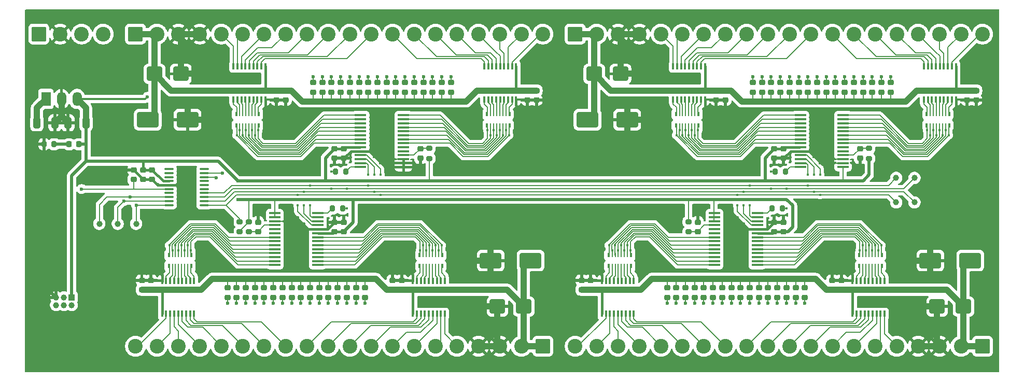
<source format=gbr>
G04 #@! TF.GenerationSoftware,KiCad,Pcbnew,9.0.6*
G04 #@! TF.CreationDate,2025-12-17T10:23:52+01:00*
G04 #@! TF.ProjectId,OM-64DO,4f4d2d36-3444-44f2-9e6b-696361645f70,1A*
G04 #@! TF.SameCoordinates,Original*
G04 #@! TF.FileFunction,Copper,L1,Top*
G04 #@! TF.FilePolarity,Positive*
%FSLAX46Y46*%
G04 Gerber Fmt 4.6, Leading zero omitted, Abs format (unit mm)*
G04 Created by KiCad (PCBNEW 9.0.6) date 2025-12-17 10:23:52*
%MOMM*%
%LPD*%
G01*
G04 APERTURE LIST*
G04 Aperture macros list*
%AMRoundRect*
0 Rectangle with rounded corners*
0 $1 Rounding radius*
0 $2 $3 $4 $5 $6 $7 $8 $9 X,Y pos of 4 corners*
0 Add a 4 corners polygon primitive as box body*
4,1,4,$2,$3,$4,$5,$6,$7,$8,$9,$2,$3,0*
0 Add four circle primitives for the rounded corners*
1,1,$1+$1,$2,$3*
1,1,$1+$1,$4,$5*
1,1,$1+$1,$6,$7*
1,1,$1+$1,$8,$9*
0 Add four rect primitives between the rounded corners*
20,1,$1+$1,$2,$3,$4,$5,0*
20,1,$1+$1,$4,$5,$6,$7,0*
20,1,$1+$1,$6,$7,$8,$9,0*
20,1,$1+$1,$8,$9,$2,$3,0*%
G04 Aperture macros list end*
G04 #@! TA.AperFunction,ComponentPad*
%ADD10C,2.400000*%
G04 #@! TD*
G04 #@! TA.AperFunction,ComponentPad*
%ADD11RoundRect,0.250001X0.949999X0.949999X-0.949999X0.949999X-0.949999X-0.949999X0.949999X-0.949999X0*%
G04 #@! TD*
G04 #@! TA.AperFunction,SMDPad,CuDef*
%ADD12RoundRect,0.200000X0.200000X0.275000X-0.200000X0.275000X-0.200000X-0.275000X0.200000X-0.275000X0*%
G04 #@! TD*
G04 #@! TA.AperFunction,SMDPad,CuDef*
%ADD13RoundRect,0.250000X-0.325000X-0.650000X0.325000X-0.650000X0.325000X0.650000X-0.325000X0.650000X0*%
G04 #@! TD*
G04 #@! TA.AperFunction,SMDPad,CuDef*
%ADD14RoundRect,0.250000X0.325000X0.650000X-0.325000X0.650000X-0.325000X-0.650000X0.325000X-0.650000X0*%
G04 #@! TD*
G04 #@! TA.AperFunction,SMDPad,CuDef*
%ADD15RoundRect,0.218750X-0.218750X-0.256250X0.218750X-0.256250X0.218750X0.256250X-0.218750X0.256250X0*%
G04 #@! TD*
G04 #@! TA.AperFunction,ComponentPad*
%ADD16O,1.500000X2.300000*%
G04 #@! TD*
G04 #@! TA.AperFunction,ComponentPad*
%ADD17R,1.500000X2.300000*%
G04 #@! TD*
G04 #@! TA.AperFunction,SMDPad,CuDef*
%ADD18RoundRect,0.225000X0.250000X-0.225000X0.250000X0.225000X-0.250000X0.225000X-0.250000X-0.225000X0*%
G04 #@! TD*
G04 #@! TA.AperFunction,ComponentPad*
%ADD19RoundRect,0.250001X-0.949999X-0.949999X0.949999X-0.949999X0.949999X0.949999X-0.949999X0.949999X0*%
G04 #@! TD*
G04 #@! TA.AperFunction,SMDPad,CuDef*
%ADD20RoundRect,0.250000X1.500000X1.000000X-1.500000X1.000000X-1.500000X-1.000000X1.500000X-1.000000X0*%
G04 #@! TD*
G04 #@! TA.AperFunction,SMDPad,CuDef*
%ADD21RoundRect,0.218750X0.256250X-0.218750X0.256250X0.218750X-0.256250X0.218750X-0.256250X-0.218750X0*%
G04 #@! TD*
G04 #@! TA.AperFunction,SMDPad,CuDef*
%ADD22RoundRect,0.250000X1.000000X0.900000X-1.000000X0.900000X-1.000000X-0.900000X1.000000X-0.900000X0*%
G04 #@! TD*
G04 #@! TA.AperFunction,SMDPad,CuDef*
%ADD23RoundRect,0.200000X0.275000X-0.200000X0.275000X0.200000X-0.275000X0.200000X-0.275000X-0.200000X0*%
G04 #@! TD*
G04 #@! TA.AperFunction,SMDPad,CuDef*
%ADD24RoundRect,0.200000X-0.200000X-0.275000X0.200000X-0.275000X0.200000X0.275000X-0.200000X0.275000X0*%
G04 #@! TD*
G04 #@! TA.AperFunction,SMDPad,CuDef*
%ADD25R,0.425000X0.800000*%
G04 #@! TD*
G04 #@! TA.AperFunction,SMDPad,CuDef*
%ADD26R,0.250000X0.800000*%
G04 #@! TD*
G04 #@! TA.AperFunction,SMDPad,CuDef*
%ADD27R,0.400000X1.000000*%
G04 #@! TD*
G04 #@! TA.AperFunction,SMDPad,CuDef*
%ADD28RoundRect,0.100000X0.850000X0.100000X-0.850000X0.100000X-0.850000X-0.100000X0.850000X-0.100000X0*%
G04 #@! TD*
G04 #@! TA.AperFunction,SMDPad,CuDef*
%ADD29C,1.000000*%
G04 #@! TD*
G04 #@! TA.AperFunction,SMDPad,CuDef*
%ADD30RoundRect,0.225000X-0.250000X0.225000X-0.250000X-0.225000X0.250000X-0.225000X0.250000X0.225000X0*%
G04 #@! TD*
G04 #@! TA.AperFunction,ComponentPad*
%ADD31C,1.000000*%
G04 #@! TD*
G04 #@! TA.AperFunction,ComponentPad*
%ADD32R,1.000000X1.000000*%
G04 #@! TD*
G04 #@! TA.AperFunction,SMDPad,CuDef*
%ADD33RoundRect,0.100000X-0.637500X-0.100000X0.637500X-0.100000X0.637500X0.100000X-0.637500X0.100000X0*%
G04 #@! TD*
G04 #@! TA.AperFunction,SMDPad,CuDef*
%ADD34RoundRect,0.250000X-1.500000X-1.000000X1.500000X-1.000000X1.500000X1.000000X-1.500000X1.000000X0*%
G04 #@! TD*
G04 #@! TA.AperFunction,SMDPad,CuDef*
%ADD35RoundRect,0.218750X-0.256250X0.218750X-0.256250X-0.218750X0.256250X-0.218750X0.256250X0.218750X0*%
G04 #@! TD*
G04 #@! TA.AperFunction,SMDPad,CuDef*
%ADD36RoundRect,0.250000X-1.000000X-0.900000X1.000000X-0.900000X1.000000X0.900000X-1.000000X0.900000X0*%
G04 #@! TD*
G04 #@! TA.AperFunction,SMDPad,CuDef*
%ADD37RoundRect,0.100000X-0.850000X-0.100000X0.850000X-0.100000X0.850000X0.100000X-0.850000X0.100000X0*%
G04 #@! TD*
G04 #@! TA.AperFunction,SMDPad,CuDef*
%ADD38RoundRect,0.200000X-0.275000X0.200000X-0.275000X-0.200000X0.275000X-0.200000X0.275000X0.200000X0*%
G04 #@! TD*
G04 #@! TA.AperFunction,ViaPad*
%ADD39C,0.600000*%
G04 #@! TD*
G04 #@! TA.AperFunction,ViaPad*
%ADD40C,0.450000*%
G04 #@! TD*
G04 #@! TA.AperFunction,Conductor*
%ADD41C,1.000000*%
G04 #@! TD*
G04 #@! TA.AperFunction,Conductor*
%ADD42C,0.500000*%
G04 #@! TD*
G04 #@! TA.AperFunction,Conductor*
%ADD43C,0.400000*%
G04 #@! TD*
G04 #@! TA.AperFunction,Conductor*
%ADD44C,0.200000*%
G04 #@! TD*
G04 #@! TA.AperFunction,Conductor*
%ADD45C,0.300000*%
G04 #@! TD*
G04 APERTURE END LIST*
D10*
G04 #@! TO.P,J401,20,Pin_20*
G04 #@! TO.N,/BANK C/B8*
X95800000Y-131000000D03*
G04 #@! TO.P,J401,19,Pin_19*
G04 #@! TO.N,/BANK C/B7*
X99300000Y-131000000D03*
G04 #@! TO.P,J401,18,Pin_18*
G04 #@! TO.N,/BANK C/B6*
X102800000Y-131000000D03*
G04 #@! TO.P,J401,17,Pin_17*
G04 #@! TO.N,/BANK C/B5*
X106300000Y-131000000D03*
G04 #@! TO.P,J401,16,Pin_16*
G04 #@! TO.N,/BANK C/B4*
X109800000Y-131000000D03*
G04 #@! TO.P,J401,15,Pin_15*
G04 #@! TO.N,/BANK C/B3*
X113300000Y-131000000D03*
G04 #@! TO.P,J401,14,Pin_14*
G04 #@! TO.N,/BANK C/B2*
X116800000Y-131000000D03*
G04 #@! TO.P,J401,13,Pin_13*
G04 #@! TO.N,/BANK C/B1*
X120300000Y-131000000D03*
G04 #@! TO.P,J401,12,Pin_12*
G04 #@! TO.N,/BANK C/A8*
X123800000Y-131000000D03*
G04 #@! TO.P,J401,11,Pin_11*
G04 #@! TO.N,/BANK C/A7*
X127300000Y-131000000D03*
G04 #@! TO.P,J401,10,Pin_10*
G04 #@! TO.N,/BANK C/A6*
X130800000Y-131000000D03*
G04 #@! TO.P,J401,9,Pin_9*
G04 #@! TO.N,/BANK C/A5*
X134300000Y-131000000D03*
G04 #@! TO.P,J401,8,Pin_8*
G04 #@! TO.N,/BANK C/A4*
X137800000Y-131000000D03*
G04 #@! TO.P,J401,7,Pin_7*
G04 #@! TO.N,/BANK C/A3*
X141300000Y-131000000D03*
G04 #@! TO.P,J401,6,Pin_6*
G04 #@! TO.N,/BANK C/A2*
X144800000Y-131000000D03*
G04 #@! TO.P,J401,5,Pin_5*
G04 #@! TO.N,/BANK C/A1*
X148300000Y-131000000D03*
G04 #@! TO.P,J401,4,Pin_4*
G04 #@! TO.N,GND*
X151800000Y-131000000D03*
G04 #@! TO.P,J401,3,Pin_3*
X155300000Y-131000000D03*
G04 #@! TO.P,J401,2,Pin_2*
G04 #@! TO.N,/BANK C/+V_{COIL}*
X158800000Y-131000000D03*
D11*
G04 #@! TO.P,J401,1,Pin_1*
X162300000Y-131000000D03*
G04 #@! TD*
D12*
G04 #@! TO.P,R103,2*
G04 #@! TO.N,GND*
X80835000Y-98000000D03*
G04 #@! TO.P,R103,1*
G04 #@! TO.N,Net-(D102-K)*
X82485000Y-98000000D03*
G04 #@! TD*
D13*
G04 #@! TO.P,C101,2*
G04 #@! TO.N,GND*
X82635000Y-94500000D03*
G04 #@! TO.P,C101,1*
G04 #@! TO.N,+VDC*
X79685000Y-94500000D03*
G04 #@! TD*
D14*
G04 #@! TO.P,C102,2*
G04 #@! TO.N,GND*
X84765000Y-94500000D03*
G04 #@! TO.P,C102,1*
G04 #@! TO.N,+3V3*
X87715000Y-94500000D03*
G04 #@! TD*
D15*
G04 #@! TO.P,D102,2,A*
G04 #@! TO.N,+3V3*
X86527500Y-98000000D03*
G04 #@! TO.P,D102,1,K*
G04 #@! TO.N,Net-(D102-K)*
X84952500Y-98000000D03*
G04 #@! TD*
D16*
G04 #@! TO.P,U101,3,OUT*
G04 #@! TO.N,+3V3*
X86240000Y-90600000D03*
G04 #@! TO.P,U101,2,GND*
G04 #@! TO.N,GND*
X83700000Y-90600000D03*
D17*
G04 #@! TO.P,U101,1,IN*
G04 #@! TO.N,+VDC*
X81160000Y-90600000D03*
G04 #@! TD*
D18*
G04 #@! TO.P,C106,1*
G04 #@! TO.N,NRST*
X95500000Y-103775000D03*
G04 #@! TO.P,C106,2*
G04 #@! TO.N,GND*
X95500000Y-102225000D03*
G04 #@! TD*
D11*
G04 #@! TO.P,J501,1,Pin_1*
G04 #@! TO.N,/BANK D/+V_{COIL}*
X234100000Y-131000000D03*
D10*
G04 #@! TO.P,J501,2,Pin_2*
X230600000Y-131000000D03*
G04 #@! TO.P,J501,3,Pin_3*
G04 #@! TO.N,GND*
X227100000Y-131000000D03*
G04 #@! TO.P,J501,4,Pin_4*
X223600000Y-131000000D03*
G04 #@! TO.P,J501,5,Pin_5*
G04 #@! TO.N,/BANK D/A1*
X220100000Y-131000000D03*
G04 #@! TO.P,J501,6,Pin_6*
G04 #@! TO.N,/BANK D/A2*
X216600000Y-131000000D03*
G04 #@! TO.P,J501,7,Pin_7*
G04 #@! TO.N,/BANK D/A3*
X213100000Y-131000000D03*
G04 #@! TO.P,J501,8,Pin_8*
G04 #@! TO.N,/BANK D/A4*
X209600000Y-131000000D03*
G04 #@! TO.P,J501,9,Pin_9*
G04 #@! TO.N,/BANK D/A5*
X206100000Y-131000000D03*
G04 #@! TO.P,J501,10,Pin_10*
G04 #@! TO.N,/BANK D/A6*
X202600000Y-131000000D03*
G04 #@! TO.P,J501,11,Pin_11*
G04 #@! TO.N,/BANK D/A7*
X199100000Y-131000000D03*
G04 #@! TO.P,J501,12,Pin_12*
G04 #@! TO.N,/BANK D/A8*
X195600000Y-131000000D03*
G04 #@! TO.P,J501,13,Pin_13*
G04 #@! TO.N,/BANK D/B1*
X192100000Y-131000000D03*
G04 #@! TO.P,J501,14,Pin_14*
G04 #@! TO.N,/BANK D/B2*
X188600000Y-131000000D03*
G04 #@! TO.P,J501,15,Pin_15*
G04 #@! TO.N,/BANK D/B3*
X185100000Y-131000000D03*
G04 #@! TO.P,J501,16,Pin_16*
G04 #@! TO.N,/BANK D/B4*
X181600000Y-131000000D03*
G04 #@! TO.P,J501,17,Pin_17*
G04 #@! TO.N,/BANK D/B5*
X178100000Y-131000000D03*
G04 #@! TO.P,J501,18,Pin_18*
G04 #@! TO.N,/BANK D/B6*
X174600000Y-131000000D03*
G04 #@! TO.P,J501,19,Pin_19*
G04 #@! TO.N,/BANK D/B7*
X171100000Y-131000000D03*
G04 #@! TO.P,J501,20,Pin_20*
G04 #@! TO.N,/BANK D/B8*
X167600000Y-131000000D03*
G04 #@! TD*
D19*
G04 #@! TO.P,J301,1,Pin_1*
G04 #@! TO.N,/BANK B/+V_{COIL}*
X167600000Y-80000000D03*
D10*
G04 #@! TO.P,J301,2,Pin_2*
X171100000Y-80000000D03*
G04 #@! TO.P,J301,3,Pin_3*
G04 #@! TO.N,GND*
X174600000Y-80000000D03*
G04 #@! TO.P,J301,4,Pin_4*
X178100000Y-80000000D03*
G04 #@! TO.P,J301,5,Pin_5*
G04 #@! TO.N,/BANK B/A1*
X181600000Y-80000000D03*
G04 #@! TO.P,J301,6,Pin_6*
G04 #@! TO.N,/BANK B/A2*
X185100000Y-80000000D03*
G04 #@! TO.P,J301,7,Pin_7*
G04 #@! TO.N,/BANK B/A3*
X188600000Y-80000000D03*
G04 #@! TO.P,J301,8,Pin_8*
G04 #@! TO.N,/BANK B/A4*
X192100000Y-80000000D03*
G04 #@! TO.P,J301,9,Pin_9*
G04 #@! TO.N,/BANK B/A5*
X195600000Y-80000000D03*
G04 #@! TO.P,J301,10,Pin_10*
G04 #@! TO.N,/BANK B/A6*
X199100000Y-80000000D03*
G04 #@! TO.P,J301,11,Pin_11*
G04 #@! TO.N,/BANK B/A7*
X202600000Y-80000000D03*
G04 #@! TO.P,J301,12,Pin_12*
G04 #@! TO.N,/BANK B/A8*
X206100000Y-80000000D03*
G04 #@! TO.P,J301,13,Pin_13*
G04 #@! TO.N,/BANK B/B1*
X209600000Y-80000000D03*
G04 #@! TO.P,J301,14,Pin_14*
G04 #@! TO.N,/BANK B/B2*
X213100000Y-80000000D03*
G04 #@! TO.P,J301,15,Pin_15*
G04 #@! TO.N,/BANK B/B3*
X216600000Y-80000000D03*
G04 #@! TO.P,J301,16,Pin_16*
G04 #@! TO.N,/BANK B/B4*
X220100000Y-80000000D03*
G04 #@! TO.P,J301,17,Pin_17*
G04 #@! TO.N,/BANK B/B5*
X223600000Y-80000000D03*
G04 #@! TO.P,J301,18,Pin_18*
G04 #@! TO.N,/BANK B/B6*
X227100000Y-80000000D03*
G04 #@! TO.P,J301,19,Pin_19*
G04 #@! TO.N,/BANK B/B7*
X230600000Y-80000000D03*
G04 #@! TO.P,J301,20,Pin_20*
G04 #@! TO.N,/BANK B/B8*
X234100000Y-80000000D03*
G04 #@! TD*
D19*
G04 #@! TO.P,J201,1,Pin_1*
G04 #@! TO.N,/BANK A/+V_{COIL}*
X95800000Y-80000000D03*
D10*
G04 #@! TO.P,J201,2,Pin_2*
X99300000Y-80000000D03*
G04 #@! TO.P,J201,3,Pin_3*
G04 #@! TO.N,GND*
X102800000Y-80000000D03*
G04 #@! TO.P,J201,4,Pin_4*
X106300000Y-80000000D03*
G04 #@! TO.P,J201,5,Pin_5*
G04 #@! TO.N,/BANK A/A1*
X109800000Y-80000000D03*
G04 #@! TO.P,J201,6,Pin_6*
G04 #@! TO.N,/BANK A/A2*
X113300000Y-80000000D03*
G04 #@! TO.P,J201,7,Pin_7*
G04 #@! TO.N,/BANK A/A3*
X116800000Y-80000000D03*
G04 #@! TO.P,J201,8,Pin_8*
G04 #@! TO.N,/BANK A/A4*
X120300000Y-80000000D03*
G04 #@! TO.P,J201,9,Pin_9*
G04 #@! TO.N,/BANK A/A5*
X123800000Y-80000000D03*
G04 #@! TO.P,J201,10,Pin_10*
G04 #@! TO.N,/BANK A/A6*
X127300000Y-80000000D03*
G04 #@! TO.P,J201,11,Pin_11*
G04 #@! TO.N,/BANK A/A7*
X130800000Y-80000000D03*
G04 #@! TO.P,J201,12,Pin_12*
G04 #@! TO.N,/BANK A/A8*
X134300000Y-80000000D03*
G04 #@! TO.P,J201,13,Pin_13*
G04 #@! TO.N,/BANK A/B1*
X137800000Y-80000000D03*
G04 #@! TO.P,J201,14,Pin_14*
G04 #@! TO.N,/BANK A/B2*
X141300000Y-80000000D03*
G04 #@! TO.P,J201,15,Pin_15*
G04 #@! TO.N,/BANK A/B3*
X144800000Y-80000000D03*
G04 #@! TO.P,J201,16,Pin_16*
G04 #@! TO.N,/BANK A/B4*
X148300000Y-80000000D03*
G04 #@! TO.P,J201,17,Pin_17*
G04 #@! TO.N,/BANK A/B5*
X151800000Y-80000000D03*
G04 #@! TO.P,J201,18,Pin_18*
G04 #@! TO.N,/BANK A/B6*
X155300000Y-80000000D03*
G04 #@! TO.P,J201,19,Pin_19*
G04 #@! TO.N,/BANK A/B7*
X158800000Y-80000000D03*
G04 #@! TO.P,J201,20,Pin_20*
G04 #@! TO.N,/BANK A/B8*
X162300000Y-80000000D03*
G04 #@! TD*
D18*
G04 #@! TO.P,C501,2*
G04 #@! TO.N,GND*
X187600000Y-110725000D03*
G04 #@! TO.P,C501,1*
G04 #@! TO.N,Net-(U502-~{RESET})*
X187600000Y-112275000D03*
G04 #@! TD*
D20*
G04 #@! TO.P,C502,2*
G04 #@! TO.N,GND*
X225600000Y-117000000D03*
G04 #@! TO.P,C502,1*
G04 #@! TO.N,/BANK D/+V_{COIL}*
X232100000Y-117000000D03*
G04 #@! TD*
D18*
G04 #@! TO.P,C503,1*
G04 #@! TO.N,+3V3*
X201600000Y-112275000D03*
G04 #@! TO.P,C503,2*
G04 #@! TO.N,GND*
X201600000Y-110725000D03*
G04 #@! TD*
G04 #@! TO.P,C504,1*
G04 #@! TO.N,+3V3*
X200100000Y-112275000D03*
G04 #@! TO.P,C504,2*
G04 #@! TO.N,GND*
X200100000Y-110725000D03*
G04 #@! TD*
G04 #@! TO.P,C505,1*
G04 #@! TO.N,/BANK D/+V_{COIL}*
X209575000Y-121775000D03*
G04 #@! TO.P,C505,2*
G04 #@! TO.N,GND*
X209575000Y-120225000D03*
G04 #@! TD*
G04 #@! TO.P,C506,1*
G04 #@! TO.N,/BANK D/+V_{COIL}*
X211075000Y-121775000D03*
G04 #@! TO.P,C506,2*
G04 #@! TO.N,GND*
X211075000Y-120225000D03*
G04 #@! TD*
G04 #@! TO.P,C507,1*
G04 #@! TO.N,/BANK D/+V_{COIL}*
X168625000Y-121775000D03*
G04 #@! TO.P,C507,2*
G04 #@! TO.N,GND*
X168625000Y-120225000D03*
G04 #@! TD*
G04 #@! TO.P,C508,1*
G04 #@! TO.N,/BANK D/+V_{COIL}*
X170125000Y-121775000D03*
G04 #@! TO.P,C508,2*
G04 #@! TO.N,GND*
X170125000Y-120225000D03*
G04 #@! TD*
D21*
G04 #@! TO.P,D501,2,A*
G04 #@! TO.N,/BANK D/+V_{COIL}*
X205100000Y-121425000D03*
G04 #@! TO.P,D501,1,K*
G04 #@! TO.N,Net-(D501-K)*
X205100000Y-123000000D03*
G04 #@! TD*
G04 #@! TO.P,D502,1,K*
G04 #@! TO.N,Net-(D502-K)*
X203600000Y-123000000D03*
G04 #@! TO.P,D502,2,A*
G04 #@! TO.N,/BANK D/+V_{COIL}*
X203600000Y-121425000D03*
G04 #@! TD*
G04 #@! TO.P,D503,1,K*
G04 #@! TO.N,Net-(D503-K)*
X202100000Y-123000000D03*
G04 #@! TO.P,D503,2,A*
G04 #@! TO.N,/BANK D/+V_{COIL}*
X202100000Y-121425000D03*
G04 #@! TD*
G04 #@! TO.P,D504,1,K*
G04 #@! TO.N,Net-(D504-K)*
X200600000Y-123000000D03*
G04 #@! TO.P,D504,2,A*
G04 #@! TO.N,/BANK D/+V_{COIL}*
X200600000Y-121425000D03*
G04 #@! TD*
G04 #@! TO.P,D505,1,K*
G04 #@! TO.N,Net-(D505-K)*
X199100000Y-123000000D03*
G04 #@! TO.P,D505,2,A*
G04 #@! TO.N,/BANK D/+V_{COIL}*
X199100000Y-121425000D03*
G04 #@! TD*
G04 #@! TO.P,D506,1,K*
G04 #@! TO.N,Net-(D506-K)*
X197600000Y-123000000D03*
G04 #@! TO.P,D506,2,A*
G04 #@! TO.N,/BANK D/+V_{COIL}*
X197600000Y-121425000D03*
G04 #@! TD*
G04 #@! TO.P,D507,1,K*
G04 #@! TO.N,Net-(D507-K)*
X196100000Y-123000000D03*
G04 #@! TO.P,D507,2,A*
G04 #@! TO.N,/BANK D/+V_{COIL}*
X196100000Y-121425000D03*
G04 #@! TD*
G04 #@! TO.P,D508,1,K*
G04 #@! TO.N,Net-(D508-K)*
X194600000Y-123000000D03*
G04 #@! TO.P,D508,2,A*
G04 #@! TO.N,/BANK D/+V_{COIL}*
X194600000Y-121425000D03*
G04 #@! TD*
G04 #@! TO.P,D509,1,K*
G04 #@! TO.N,Net-(D509-K)*
X193100000Y-123000000D03*
G04 #@! TO.P,D509,2,A*
G04 #@! TO.N,/BANK D/+V_{COIL}*
X193100000Y-121425000D03*
G04 #@! TD*
G04 #@! TO.P,D510,1,K*
G04 #@! TO.N,Net-(D510-K)*
X191600000Y-123000000D03*
G04 #@! TO.P,D510,2,A*
G04 #@! TO.N,/BANK D/+V_{COIL}*
X191600000Y-121425000D03*
G04 #@! TD*
G04 #@! TO.P,D511,1,K*
G04 #@! TO.N,Net-(D511-K)*
X190100000Y-123000000D03*
G04 #@! TO.P,D511,2,A*
G04 #@! TO.N,/BANK D/+V_{COIL}*
X190100000Y-121425000D03*
G04 #@! TD*
G04 #@! TO.P,D512,1,K*
G04 #@! TO.N,Net-(D512-K)*
X188600000Y-123000000D03*
G04 #@! TO.P,D512,2,A*
G04 #@! TO.N,/BANK D/+V_{COIL}*
X188600000Y-121425000D03*
G04 #@! TD*
G04 #@! TO.P,D513,1,K*
G04 #@! TO.N,Net-(D513-K)*
X187100000Y-123000000D03*
G04 #@! TO.P,D513,2,A*
G04 #@! TO.N,/BANK D/+V_{COIL}*
X187100000Y-121425000D03*
G04 #@! TD*
G04 #@! TO.P,D514,1,K*
G04 #@! TO.N,Net-(D514-K)*
X185600000Y-123000000D03*
G04 #@! TO.P,D514,2,A*
G04 #@! TO.N,/BANK D/+V_{COIL}*
X185600000Y-121425000D03*
G04 #@! TD*
G04 #@! TO.P,D515,1,K*
G04 #@! TO.N,Net-(D515-K)*
X184100000Y-123000000D03*
G04 #@! TO.P,D515,2,A*
G04 #@! TO.N,/BANK D/+V_{COIL}*
X184100000Y-121425000D03*
G04 #@! TD*
G04 #@! TO.P,D516,1,K*
G04 #@! TO.N,Net-(D516-K)*
X182600000Y-123000000D03*
G04 #@! TO.P,D516,2,A*
G04 #@! TO.N,/BANK D/+V_{COIL}*
X182600000Y-121425000D03*
G04 #@! TD*
D22*
G04 #@! TO.P,D517,2,A*
G04 #@! TO.N,GND*
X226700000Y-124500000D03*
G04 #@! TO.P,D517,1,K*
G04 #@! TO.N,/BANK D/+V_{COIL}*
X231000000Y-124500000D03*
G04 #@! TD*
D23*
G04 #@! TO.P,R517,1*
G04 #@! TO.N,Net-(U502-~{RESET})*
X186100000Y-112325000D03*
G04 #@! TO.P,R517,2*
G04 #@! TO.N,+3V3*
X186100000Y-110675000D03*
G04 #@! TD*
D24*
G04 #@! TO.P,R518,1*
G04 #@! TO.N,Net-(U502-SO)*
X199775000Y-108500000D03*
G04 #@! TO.P,R518,2*
G04 #@! TO.N,MISO*
X201425000Y-108500000D03*
G04 #@! TD*
D25*
G04 #@! TO.P,RN501,1,R1.1*
G04 #@! TO.N,Net-(RN501-R1.1)*
X217662500Y-116100000D03*
D26*
G04 #@! TO.P,RN501,2,R2.1*
G04 #@! TO.N,Net-(RN501-R2.1)*
X217075000Y-116100000D03*
G04 #@! TO.P,RN501,3,R3.1*
G04 #@! TO.N,Net-(RN501-R3.1)*
X216575000Y-116100000D03*
G04 #@! TO.P,RN501,4,R4.1*
G04 #@! TO.N,Net-(RN501-R4.1)*
X216075000Y-116100000D03*
G04 #@! TO.P,RN501,5,R5.1*
G04 #@! TO.N,Net-(RN501-R5.1)*
X215575000Y-116100000D03*
G04 #@! TO.P,RN501,6,R6.1*
G04 #@! TO.N,Net-(RN501-R6.1)*
X215075000Y-116100000D03*
G04 #@! TO.P,RN501,7,R7.1*
G04 #@! TO.N,Net-(RN501-R7.1)*
X214575000Y-116100000D03*
D25*
G04 #@! TO.P,RN501,8,R8.1*
G04 #@! TO.N,Net-(RN501-R8.1)*
X213987500Y-116100000D03*
G04 #@! TO.P,RN501,9,R8.2*
G04 #@! TO.N,Net-(RN501-R8.2)*
X213987500Y-117900000D03*
D26*
G04 #@! TO.P,RN501,10,R7.2*
G04 #@! TO.N,Net-(RN501-R7.2)*
X214575000Y-117900000D03*
G04 #@! TO.P,RN501,11,R6.2*
G04 #@! TO.N,Net-(RN501-R6.2)*
X215075000Y-117900000D03*
G04 #@! TO.P,RN501,12,R5.2*
G04 #@! TO.N,Net-(RN501-R5.2)*
X215575000Y-117900000D03*
G04 #@! TO.P,RN501,13,R4.2*
G04 #@! TO.N,Net-(RN501-R4.2)*
X216075000Y-117900000D03*
G04 #@! TO.P,RN501,14,R3.2*
G04 #@! TO.N,Net-(RN501-R3.2)*
X216575000Y-117900000D03*
G04 #@! TO.P,RN501,15,R2.2*
G04 #@! TO.N,Net-(RN501-R2.2)*
X217075000Y-117900000D03*
D25*
G04 #@! TO.P,RN501,16,R1.2*
G04 #@! TO.N,Net-(RN501-R1.2)*
X217662500Y-117900000D03*
G04 #@! TD*
G04 #@! TO.P,RN503,1,R1.1*
G04 #@! TO.N,Net-(RN503-R1.1)*
X176712500Y-116100000D03*
D26*
G04 #@! TO.P,RN503,2,R2.1*
G04 #@! TO.N,Net-(RN503-R2.1)*
X176125000Y-116100000D03*
G04 #@! TO.P,RN503,3,R3.1*
G04 #@! TO.N,Net-(RN503-R3.1)*
X175625000Y-116100000D03*
G04 #@! TO.P,RN503,4,R4.1*
G04 #@! TO.N,Net-(RN503-R4.1)*
X175125000Y-116100000D03*
G04 #@! TO.P,RN503,5,R5.1*
G04 #@! TO.N,Net-(RN503-R5.1)*
X174625000Y-116100000D03*
G04 #@! TO.P,RN503,6,R6.1*
G04 #@! TO.N,Net-(RN503-R6.1)*
X174125000Y-116100000D03*
G04 #@! TO.P,RN503,7,R7.1*
G04 #@! TO.N,Net-(RN503-R7.1)*
X173625000Y-116100000D03*
D25*
G04 #@! TO.P,RN503,8,R8.1*
G04 #@! TO.N,Net-(RN503-R8.1)*
X173037500Y-116100000D03*
G04 #@! TO.P,RN503,9,R8.2*
G04 #@! TO.N,Net-(RN503-R8.2)*
X173037500Y-117900000D03*
D26*
G04 #@! TO.P,RN503,10,R7.2*
G04 #@! TO.N,Net-(RN503-R7.2)*
X173625000Y-117900000D03*
G04 #@! TO.P,RN503,11,R6.2*
G04 #@! TO.N,Net-(RN503-R6.2)*
X174125000Y-117900000D03*
G04 #@! TO.P,RN503,12,R5.2*
G04 #@! TO.N,Net-(RN503-R5.2)*
X174625000Y-117900000D03*
G04 #@! TO.P,RN503,13,R4.2*
G04 #@! TO.N,Net-(RN503-R4.2)*
X175125000Y-117900000D03*
G04 #@! TO.P,RN503,14,R3.2*
G04 #@! TO.N,Net-(RN503-R3.2)*
X175625000Y-117900000D03*
G04 #@! TO.P,RN503,15,R2.2*
G04 #@! TO.N,Net-(RN503-R2.2)*
X176125000Y-117900000D03*
D25*
G04 #@! TO.P,RN503,16,R1.2*
G04 #@! TO.N,Net-(RN503-R1.2)*
X176712500Y-117900000D03*
G04 #@! TD*
D27*
G04 #@! TO.P,U501,18,O1*
G04 #@! TO.N,/BANK D/A1*
X218100000Y-125700000D03*
G04 #@! TO.P,U501,17,O2*
G04 #@! TO.N,/BANK D/A2*
X217450000Y-125700000D03*
G04 #@! TO.P,U501,16,O3*
G04 #@! TO.N,/BANK D/A3*
X216800000Y-125700000D03*
G04 #@! TO.P,U501,15,O4*
G04 #@! TO.N,/BANK D/A4*
X216150000Y-125700000D03*
G04 #@! TO.P,U501,14,O5*
G04 #@! TO.N,/BANK D/A5*
X215500000Y-125700000D03*
G04 #@! TO.P,U501,13,O6*
G04 #@! TO.N,/BANK D/A6*
X214850000Y-125700000D03*
G04 #@! TO.P,U501,12,O7*
G04 #@! TO.N,/BANK D/A7*
X214200000Y-125700000D03*
G04 #@! TO.P,U501,11,O8*
G04 #@! TO.N,/BANK D/A8*
X213550000Y-125700000D03*
G04 #@! TO.P,U501,10,VCC*
G04 #@! TO.N,/BANK D/+V_{COIL}*
X212900000Y-125700000D03*
G04 #@! TO.P,U501,9,GND*
G04 #@! TO.N,GND*
X212900000Y-120300000D03*
G04 #@! TO.P,U501,8,I8*
G04 #@! TO.N,Net-(RN501-R8.2)*
X213550000Y-120300000D03*
G04 #@! TO.P,U501,7,I7*
G04 #@! TO.N,Net-(RN501-R7.2)*
X214200000Y-120300000D03*
G04 #@! TO.P,U501,6,I6*
G04 #@! TO.N,Net-(RN501-R6.2)*
X214850000Y-120300000D03*
G04 #@! TO.P,U501,5,I5*
G04 #@! TO.N,Net-(RN501-R5.2)*
X215500000Y-120300000D03*
G04 #@! TO.P,U501,4,I4*
G04 #@! TO.N,Net-(RN501-R4.2)*
X216150000Y-120300000D03*
G04 #@! TO.P,U501,3,I3*
G04 #@! TO.N,Net-(RN501-R3.2)*
X216800000Y-120300000D03*
G04 #@! TO.P,U501,2,I2*
G04 #@! TO.N,Net-(RN501-R2.2)*
X217450000Y-120300000D03*
G04 #@! TO.P,U501,1,I1*
G04 #@! TO.N,Net-(RN501-R1.2)*
X218100000Y-120300000D03*
G04 #@! TD*
D28*
G04 #@! TO.P,U502,28,GPA7*
G04 #@! TO.N,Net-(RN503-R1.1)*
X190350000Y-117725000D03*
G04 #@! TO.P,U502,27,GPA6*
G04 #@! TO.N,Net-(RN503-R2.1)*
X190350000Y-117075000D03*
G04 #@! TO.P,U502,26,GPA5*
G04 #@! TO.N,Net-(RN503-R3.1)*
X190350000Y-116425000D03*
G04 #@! TO.P,U502,25,GPA4*
G04 #@! TO.N,Net-(RN503-R4.1)*
X190350000Y-115775000D03*
G04 #@! TO.P,U502,24,GPA3*
G04 #@! TO.N,Net-(RN503-R5.1)*
X190350000Y-115125000D03*
G04 #@! TO.P,U502,23,GPA2*
G04 #@! TO.N,Net-(RN503-R6.1)*
X190350000Y-114475000D03*
G04 #@! TO.P,U502,22,GPA1*
G04 #@! TO.N,Net-(RN503-R7.1)*
X190350000Y-113825000D03*
G04 #@! TO.P,U502,21,GPA0*
G04 #@! TO.N,Net-(RN503-R8.1)*
X190350000Y-113175000D03*
G04 #@! TO.P,U502,20,INTA*
G04 #@! TO.N,unconnected-(U502-INTA-Pad20)*
X190350000Y-112525000D03*
G04 #@! TO.P,U502,19,INTB*
G04 #@! TO.N,unconnected-(U502-INTB-Pad19)*
X190350000Y-111875000D03*
G04 #@! TO.P,U502,18,~{RESET}*
G04 #@! TO.N,Net-(U502-~{RESET})*
X190350000Y-111225000D03*
G04 #@! TO.P,U502,17,A2*
G04 #@! TO.N,+3V3*
X190350000Y-110575000D03*
G04 #@! TO.P,U502,16,A1*
X190350000Y-109925000D03*
G04 #@! TO.P,U502,15,A0*
X190350000Y-109275000D03*
G04 #@! TO.P,U502,14,SO*
G04 #@! TO.N,Net-(U502-SO)*
X197350000Y-109275000D03*
G04 #@! TO.P,U502,13,SI*
G04 #@! TO.N,MOSI*
X197350000Y-109925000D03*
G04 #@! TO.P,U502,12,SCK*
G04 #@! TO.N,SCK*
X197350000Y-110575000D03*
G04 #@! TO.P,U502,11,~{CS}*
G04 #@! TO.N,CS*
X197350000Y-111225000D03*
G04 #@! TO.P,U502,10,VSS*
G04 #@! TO.N,GND*
X197350000Y-111875000D03*
G04 #@! TO.P,U502,9,VDD*
G04 #@! TO.N,+3V3*
X197350000Y-112525000D03*
G04 #@! TO.P,U502,8,GPB7*
G04 #@! TO.N,Net-(RN501-R1.1)*
X197350000Y-113175000D03*
G04 #@! TO.P,U502,7,GPB6*
G04 #@! TO.N,Net-(RN501-R2.1)*
X197350000Y-113825000D03*
G04 #@! TO.P,U502,6,GPB5*
G04 #@! TO.N,Net-(RN501-R3.1)*
X197350000Y-114475000D03*
G04 #@! TO.P,U502,5,GPB4*
G04 #@! TO.N,Net-(RN501-R4.1)*
X197350000Y-115125000D03*
G04 #@! TO.P,U502,4,GPB3*
G04 #@! TO.N,Net-(RN501-R5.1)*
X197350000Y-115775000D03*
G04 #@! TO.P,U502,3,GPB2*
G04 #@! TO.N,Net-(RN501-R6.1)*
X197350000Y-116425000D03*
G04 #@! TO.P,U502,2,GPB1*
G04 #@! TO.N,Net-(RN501-R7.1)*
X197350000Y-117075000D03*
G04 #@! TO.P,U502,1,GPB0*
G04 #@! TO.N,Net-(RN501-R8.1)*
X197350000Y-117725000D03*
G04 #@! TD*
D27*
G04 #@! TO.P,U503,1,I1*
G04 #@! TO.N,Net-(RN503-R1.2)*
X177150000Y-120300000D03*
G04 #@! TO.P,U503,2,I2*
G04 #@! TO.N,Net-(RN503-R2.2)*
X176500000Y-120300000D03*
G04 #@! TO.P,U503,3,I3*
G04 #@! TO.N,Net-(RN503-R3.2)*
X175850000Y-120300000D03*
G04 #@! TO.P,U503,4,I4*
G04 #@! TO.N,Net-(RN503-R4.2)*
X175200000Y-120300000D03*
G04 #@! TO.P,U503,5,I5*
G04 #@! TO.N,Net-(RN503-R5.2)*
X174550000Y-120300000D03*
G04 #@! TO.P,U503,6,I6*
G04 #@! TO.N,Net-(RN503-R6.2)*
X173900000Y-120300000D03*
G04 #@! TO.P,U503,7,I7*
G04 #@! TO.N,Net-(RN503-R7.2)*
X173250000Y-120300000D03*
G04 #@! TO.P,U503,8,I8*
G04 #@! TO.N,Net-(RN503-R8.2)*
X172600000Y-120300000D03*
G04 #@! TO.P,U503,9,GND*
G04 #@! TO.N,GND*
X171950000Y-120300000D03*
G04 #@! TO.P,U503,10,VCC*
G04 #@! TO.N,/BANK D/+V_{COIL}*
X171950000Y-125700000D03*
G04 #@! TO.P,U503,11,O8*
G04 #@! TO.N,/BANK D/B8*
X172600000Y-125700000D03*
G04 #@! TO.P,U503,12,O7*
G04 #@! TO.N,/BANK D/B7*
X173250000Y-125700000D03*
G04 #@! TO.P,U503,13,O6*
G04 #@! TO.N,/BANK D/B6*
X173900000Y-125700000D03*
G04 #@! TO.P,U503,14,O5*
G04 #@! TO.N,/BANK D/B5*
X174550000Y-125700000D03*
G04 #@! TO.P,U503,15,O4*
G04 #@! TO.N,/BANK D/B4*
X175200000Y-125700000D03*
G04 #@! TO.P,U503,16,O3*
G04 #@! TO.N,/BANK D/B3*
X175850000Y-125700000D03*
G04 #@! TO.P,U503,17,O2*
G04 #@! TO.N,/BANK D/B2*
X176500000Y-125700000D03*
G04 #@! TO.P,U503,18,O1*
G04 #@! TO.N,/BANK D/B1*
X177150000Y-125700000D03*
G04 #@! TD*
D10*
G04 #@! TO.P,J101,4,Pin_4*
G04 #@! TO.N,B*
X90500000Y-80000000D03*
G04 #@! TO.P,J101,3,Pin_3*
G04 #@! TO.N,A*
X87000000Y-80000000D03*
G04 #@! TO.P,J101,2,Pin_2*
G04 #@! TO.N,GND*
X83500000Y-80000000D03*
D19*
G04 #@! TO.P,J101,1,Pin_1*
G04 #@! TO.N,+VDC*
X80000000Y-80000000D03*
G04 #@! TD*
D29*
G04 #@! TO.P,TP106,1,1*
G04 #@! TO.N,RX*
X95893750Y-111000000D03*
G04 #@! TD*
D30*
G04 #@! TO.P,C104,2*
G04 #@! TO.N,GND*
X97000000Y-103775000D03*
G04 #@! TO.P,C104,1*
G04 #@! TO.N,+3V3*
X97000000Y-102225000D03*
G04 #@! TD*
D29*
G04 #@! TO.P,TP105,1,1*
G04 #@! TO.N,TX*
X92893750Y-111000000D03*
G04 #@! TD*
G04 #@! TO.P,TP104,1,1*
G04 #@! TO.N,CS*
X220000000Y-107500000D03*
G04 #@! TD*
G04 #@! TO.P,TP107,1,1*
G04 #@! TO.N,DIR*
X89893750Y-111000000D03*
G04 #@! TD*
G04 #@! TO.P,TP102,1,1*
G04 #@! TO.N,MISO*
X223000000Y-103500000D03*
G04 #@! TD*
G04 #@! TO.P,TP101,1,1*
G04 #@! TO.N,MOSI*
X220000000Y-103500000D03*
G04 #@! TD*
D31*
G04 #@! TO.P,J102,6,Pin_6*
G04 #@! TO.N,unconnected-(J102-Pin_6-Pad6)*
X82830000Y-124270000D03*
G04 #@! TO.P,J102,5,Pin_5*
G04 #@! TO.N,GND*
X82830000Y-123000000D03*
G04 #@! TO.P,J102,4,Pin_4*
G04 #@! TO.N,SWCLK*
X84100000Y-124270000D03*
G04 #@! TO.P,J102,3,Pin_3*
G04 #@! TO.N,NRST*
X84100000Y-123000000D03*
G04 #@! TO.P,J102,2,Pin_2*
G04 #@! TO.N,SWDIO*
X85370000Y-124270000D03*
D32*
G04 #@! TO.P,J102,1,Pin_1*
G04 #@! TO.N,+3V3*
X85370000Y-123000000D03*
G04 #@! TD*
D33*
G04 #@! TO.P,U103,20,PB3/PB4/PB5/PB6*
G04 #@! TO.N,unconnected-(U103-PB3{slash}PB4{slash}PB5{slash}PB6-Pad20)*
X107000000Y-102075000D03*
G04 #@! TO.P,U103,19,PA14/PA15*
G04 #@! TO.N,SWCLK*
X107000000Y-102725000D03*
G04 #@! TO.P,U103,18,PA13*
G04 #@! TO.N,SWDIO*
X107000000Y-103375000D03*
G04 #@! TO.P,U103,17,PA10/PA12*
G04 #@! TO.N,unconnected-(U103-PA10{slash}PA12-Pad17)*
X107000000Y-104025000D03*
G04 #@! TO.P,U103,16,PA9/PA11*
G04 #@! TO.N,unconnected-(U103-PA9{slash}PA11-Pad16)*
X107000000Y-104675000D03*
G04 #@! TO.P,U103,15,PA8/PB0/PB1/PB2*
G04 #@! TO.N,unconnected-(U103-PA8{slash}PB0{slash}PB1{slash}PB2-Pad15)*
X107000000Y-105325000D03*
G04 #@! TO.P,U103,14,PA7*
G04 #@! TO.N,MOSI*
X107000000Y-105975000D03*
G04 #@! TO.P,U103,13,PA6*
G04 #@! TO.N,MISO*
X107000000Y-106625000D03*
G04 #@! TO.P,U103,12,PA5*
G04 #@! TO.N,SCK*
X107000000Y-107275000D03*
G04 #@! TO.P,U103,11,PA4*
G04 #@! TO.N,CS*
X107000000Y-107925000D03*
G04 #@! TO.P,U103,10,PA3*
G04 #@! TO.N,RX*
X101275000Y-107925000D03*
G04 #@! TO.P,U103,9,PA2*
G04 #@! TO.N,TX*
X101275000Y-107275000D03*
G04 #@! TO.P,U103,8,PA1*
G04 #@! TO.N,DIR*
X101275000Y-106625000D03*
G04 #@! TO.P,U103,7,PA0*
G04 #@! TO.N,unconnected-(U103-PA0-Pad7)*
X101275000Y-105975000D03*
G04 #@! TO.P,U103,6,PF2*
G04 #@! TO.N,NRST*
X101275000Y-105325000D03*
G04 #@! TO.P,U103,5,VSS*
G04 #@! TO.N,GND*
X101275000Y-104675000D03*
G04 #@! TO.P,U103,4,VDD*
G04 #@! TO.N,+3V3*
X101275000Y-104025000D03*
G04 #@! TO.P,U103,3,PC15*
G04 #@! TO.N,unconnected-(U103-PC15-Pad3)*
X101275000Y-103375000D03*
G04 #@! TO.P,U103,2,PB9/PC14*
G04 #@! TO.N,unconnected-(U103-PB9{slash}PC14-Pad2)*
X101275000Y-102725000D03*
G04 #@! TO.P,U103,1,PB7/PB8*
G04 #@! TO.N,unconnected-(U103-PB7{slash}PB8-Pad1)*
X101275000Y-102075000D03*
G04 #@! TD*
D29*
G04 #@! TO.P,TP103,1,1*
G04 #@! TO.N,SCK*
X223000000Y-107500000D03*
G04 #@! TD*
D30*
G04 #@! TO.P,C105,2*
G04 #@! TO.N,GND*
X98500000Y-103775000D03*
G04 #@! TO.P,C105,1*
G04 #@! TO.N,+3V3*
X98500000Y-102225000D03*
G04 #@! TD*
D25*
G04 #@! TO.P,RN201,1,R1.1*
G04 #@! TO.N,Net-(RN201-R1.1)*
X112237500Y-94900000D03*
D26*
G04 #@! TO.P,RN201,2,R2.1*
G04 #@! TO.N,Net-(RN201-R2.1)*
X112825000Y-94900000D03*
G04 #@! TO.P,RN201,3,R3.1*
G04 #@! TO.N,Net-(RN201-R3.1)*
X113325000Y-94900000D03*
G04 #@! TO.P,RN201,4,R4.1*
G04 #@! TO.N,Net-(RN201-R4.1)*
X113825000Y-94900000D03*
G04 #@! TO.P,RN201,5,R5.1*
G04 #@! TO.N,Net-(RN201-R5.1)*
X114325000Y-94900000D03*
G04 #@! TO.P,RN201,6,R6.1*
G04 #@! TO.N,Net-(RN201-R6.1)*
X114825000Y-94900000D03*
G04 #@! TO.P,RN201,7,R7.1*
G04 #@! TO.N,Net-(RN201-R7.1)*
X115325000Y-94900000D03*
D25*
G04 #@! TO.P,RN201,8,R8.1*
G04 #@! TO.N,Net-(RN201-R8.1)*
X115912500Y-94900000D03*
G04 #@! TO.P,RN201,9,R8.2*
G04 #@! TO.N,Net-(RN201-R8.2)*
X115912500Y-93100000D03*
D26*
G04 #@! TO.P,RN201,10,R7.2*
G04 #@! TO.N,Net-(RN201-R7.2)*
X115325000Y-93100000D03*
G04 #@! TO.P,RN201,11,R6.2*
G04 #@! TO.N,Net-(RN201-R6.2)*
X114825000Y-93100000D03*
G04 #@! TO.P,RN201,12,R5.2*
G04 #@! TO.N,Net-(RN201-R5.2)*
X114325000Y-93100000D03*
G04 #@! TO.P,RN201,13,R4.2*
G04 #@! TO.N,Net-(RN201-R4.2)*
X113825000Y-93100000D03*
G04 #@! TO.P,RN201,14,R3.2*
G04 #@! TO.N,Net-(RN201-R3.2)*
X113325000Y-93100000D03*
G04 #@! TO.P,RN201,15,R2.2*
G04 #@! TO.N,Net-(RN201-R2.2)*
X112825000Y-93100000D03*
D25*
G04 #@! TO.P,RN201,16,R1.2*
G04 #@! TO.N,Net-(RN201-R1.2)*
X112237500Y-93100000D03*
G04 #@! TD*
D34*
G04 #@! TO.P,C202,1*
G04 #@! TO.N,/BANK A/+V_{COIL}*
X97800000Y-94000000D03*
G04 #@! TO.P,C202,2*
G04 #@! TO.N,GND*
X104300000Y-94000000D03*
G04 #@! TD*
D27*
G04 #@! TO.P,U203,1,I1*
G04 #@! TO.N,Net-(RN203-R1.2)*
X152750000Y-90700000D03*
G04 #@! TO.P,U203,2,I2*
G04 #@! TO.N,Net-(RN203-R2.2)*
X153400000Y-90700000D03*
G04 #@! TO.P,U203,3,I3*
G04 #@! TO.N,Net-(RN203-R3.2)*
X154050000Y-90700000D03*
G04 #@! TO.P,U203,4,I4*
G04 #@! TO.N,Net-(RN203-R4.2)*
X154700000Y-90700000D03*
G04 #@! TO.P,U203,5,I5*
G04 #@! TO.N,Net-(RN203-R5.2)*
X155350000Y-90700000D03*
G04 #@! TO.P,U203,6,I6*
G04 #@! TO.N,Net-(RN203-R6.2)*
X156000000Y-90700000D03*
G04 #@! TO.P,U203,7,I7*
G04 #@! TO.N,Net-(RN203-R7.2)*
X156650000Y-90700000D03*
G04 #@! TO.P,U203,8,I8*
G04 #@! TO.N,Net-(RN203-R8.2)*
X157300000Y-90700000D03*
G04 #@! TO.P,U203,9,GND*
G04 #@! TO.N,GND*
X157950000Y-90700000D03*
G04 #@! TO.P,U203,10,VCC*
G04 #@! TO.N,/BANK A/+V_{COIL}*
X157950000Y-85300000D03*
G04 #@! TO.P,U203,11,O8*
G04 #@! TO.N,/BANK A/B8*
X157300000Y-85300000D03*
G04 #@! TO.P,U203,12,O7*
G04 #@! TO.N,/BANK A/B7*
X156650000Y-85300000D03*
G04 #@! TO.P,U203,13,O6*
G04 #@! TO.N,/BANK A/B6*
X156000000Y-85300000D03*
G04 #@! TO.P,U203,14,O5*
G04 #@! TO.N,/BANK A/B5*
X155350000Y-85300000D03*
G04 #@! TO.P,U203,15,O4*
G04 #@! TO.N,/BANK A/B4*
X154700000Y-85300000D03*
G04 #@! TO.P,U203,16,O3*
G04 #@! TO.N,/BANK A/B3*
X154050000Y-85300000D03*
G04 #@! TO.P,U203,17,O2*
G04 #@! TO.N,/BANK A/B2*
X153400000Y-85300000D03*
G04 #@! TO.P,U203,18,O1*
G04 #@! TO.N,/BANK A/B1*
X152750000Y-85300000D03*
G04 #@! TD*
D35*
G04 #@! TO.P,D213,1,K*
G04 #@! TO.N,Net-(D213-K)*
X142800000Y-87925000D03*
G04 #@! TO.P,D213,2,A*
G04 #@! TO.N,/BANK A/+V_{COIL}*
X142800000Y-89500000D03*
G04 #@! TD*
G04 #@! TO.P,D212,1,K*
G04 #@! TO.N,Net-(D212-K)*
X141300000Y-87925000D03*
G04 #@! TO.P,D212,2,A*
G04 #@! TO.N,/BANK A/+V_{COIL}*
X141300000Y-89500000D03*
G04 #@! TD*
D25*
G04 #@! TO.P,RN203,1,R1.1*
G04 #@! TO.N,Net-(RN203-R1.1)*
X153187500Y-94900000D03*
D26*
G04 #@! TO.P,RN203,2,R2.1*
G04 #@! TO.N,Net-(RN203-R2.1)*
X153775000Y-94900000D03*
G04 #@! TO.P,RN203,3,R3.1*
G04 #@! TO.N,Net-(RN203-R3.1)*
X154275000Y-94900000D03*
G04 #@! TO.P,RN203,4,R4.1*
G04 #@! TO.N,Net-(RN203-R4.1)*
X154775000Y-94900000D03*
G04 #@! TO.P,RN203,5,R5.1*
G04 #@! TO.N,Net-(RN203-R5.1)*
X155275000Y-94900000D03*
G04 #@! TO.P,RN203,6,R6.1*
G04 #@! TO.N,Net-(RN203-R6.1)*
X155775000Y-94900000D03*
G04 #@! TO.P,RN203,7,R7.1*
G04 #@! TO.N,Net-(RN203-R7.1)*
X156275000Y-94900000D03*
D25*
G04 #@! TO.P,RN203,8,R8.1*
G04 #@! TO.N,Net-(RN203-R8.1)*
X156862500Y-94900000D03*
G04 #@! TO.P,RN203,9,R8.2*
G04 #@! TO.N,Net-(RN203-R8.2)*
X156862500Y-93100000D03*
D26*
G04 #@! TO.P,RN203,10,R7.2*
G04 #@! TO.N,Net-(RN203-R7.2)*
X156275000Y-93100000D03*
G04 #@! TO.P,RN203,11,R6.2*
G04 #@! TO.N,Net-(RN203-R6.2)*
X155775000Y-93100000D03*
G04 #@! TO.P,RN203,12,R5.2*
G04 #@! TO.N,Net-(RN203-R5.2)*
X155275000Y-93100000D03*
G04 #@! TO.P,RN203,13,R4.2*
G04 #@! TO.N,Net-(RN203-R4.2)*
X154775000Y-93100000D03*
G04 #@! TO.P,RN203,14,R3.2*
G04 #@! TO.N,Net-(RN203-R3.2)*
X154275000Y-93100000D03*
G04 #@! TO.P,RN203,15,R2.2*
G04 #@! TO.N,Net-(RN203-R2.2)*
X153775000Y-93100000D03*
D25*
G04 #@! TO.P,RN203,16,R1.2*
G04 #@! TO.N,Net-(RN203-R1.2)*
X153187500Y-93100000D03*
G04 #@! TD*
D35*
G04 #@! TO.P,D214,1,K*
G04 #@! TO.N,Net-(D214-K)*
X144300000Y-87925000D03*
G04 #@! TO.P,D214,2,A*
G04 #@! TO.N,/BANK A/+V_{COIL}*
X144300000Y-89500000D03*
G04 #@! TD*
G04 #@! TO.P,D206,1,K*
G04 #@! TO.N,Net-(D206-K)*
X132300000Y-87925000D03*
G04 #@! TO.P,D206,2,A*
G04 #@! TO.N,/BANK A/+V_{COIL}*
X132300000Y-89500000D03*
G04 #@! TD*
G04 #@! TO.P,D207,1,K*
G04 #@! TO.N,Net-(D207-K)*
X133800000Y-87925000D03*
G04 #@! TO.P,D207,2,A*
G04 #@! TO.N,/BANK A/+V_{COIL}*
X133800000Y-89500000D03*
G04 #@! TD*
D36*
G04 #@! TO.P,D217,2,A*
G04 #@! TO.N,GND*
X103200000Y-86500000D03*
G04 #@! TO.P,D217,1,K*
G04 #@! TO.N,/BANK A/+V_{COIL}*
X98900000Y-86500000D03*
G04 #@! TD*
D30*
G04 #@! TO.P,C201,1*
G04 #@! TO.N,Net-(U202-~{RESET})*
X142300000Y-98725000D03*
G04 #@! TO.P,C201,2*
G04 #@! TO.N,GND*
X142300000Y-100275000D03*
G04 #@! TD*
D12*
G04 #@! TO.P,R218,1*
G04 #@! TO.N,Net-(U202-SO)*
X130125000Y-102500000D03*
G04 #@! TO.P,R218,2*
G04 #@! TO.N,MISO*
X128475000Y-102500000D03*
G04 #@! TD*
D30*
G04 #@! TO.P,C206,1*
G04 #@! TO.N,/BANK A/+V_{COIL}*
X118825000Y-89225000D03*
G04 #@! TO.P,C206,2*
G04 #@! TO.N,GND*
X118825000Y-90775000D03*
G04 #@! TD*
D35*
G04 #@! TO.P,D208,1,K*
G04 #@! TO.N,Net-(D208-K)*
X135300000Y-87925000D03*
G04 #@! TO.P,D208,2,A*
G04 #@! TO.N,/BANK A/+V_{COIL}*
X135300000Y-89500000D03*
G04 #@! TD*
D30*
G04 #@! TO.P,C207,1*
G04 #@! TO.N,/BANK A/+V_{COIL}*
X161275000Y-89225000D03*
G04 #@! TO.P,C207,2*
G04 #@! TO.N,GND*
X161275000Y-90775000D03*
G04 #@! TD*
D35*
G04 #@! TO.P,D211,1,K*
G04 #@! TO.N,Net-(D211-K)*
X139800000Y-87925000D03*
G04 #@! TO.P,D211,2,A*
G04 #@! TO.N,/BANK A/+V_{COIL}*
X139800000Y-89500000D03*
G04 #@! TD*
D30*
G04 #@! TO.P,C205,1*
G04 #@! TO.N,/BANK A/+V_{COIL}*
X120325000Y-89225000D03*
G04 #@! TO.P,C205,2*
G04 #@! TO.N,GND*
X120325000Y-90775000D03*
G04 #@! TD*
D35*
G04 #@! TO.P,D204,1,K*
G04 #@! TO.N,Net-(D204-K)*
X129300000Y-87925000D03*
G04 #@! TO.P,D204,2,A*
G04 #@! TO.N,/BANK A/+V_{COIL}*
X129300000Y-89500000D03*
G04 #@! TD*
G04 #@! TO.P,D203,1,K*
G04 #@! TO.N,Net-(D203-K)*
X127800000Y-87925000D03*
G04 #@! TO.P,D203,2,A*
G04 #@! TO.N,/BANK A/+V_{COIL}*
X127800000Y-89500000D03*
G04 #@! TD*
D37*
G04 #@! TO.P,U202,1,GPB0*
G04 #@! TO.N,Net-(RN201-R8.1)*
X132550000Y-93275000D03*
G04 #@! TO.P,U202,2,GPB1*
G04 #@! TO.N,Net-(RN201-R7.1)*
X132550000Y-93925000D03*
G04 #@! TO.P,U202,3,GPB2*
G04 #@! TO.N,Net-(RN201-R6.1)*
X132550000Y-94575000D03*
G04 #@! TO.P,U202,4,GPB3*
G04 #@! TO.N,Net-(RN201-R5.1)*
X132550000Y-95225000D03*
G04 #@! TO.P,U202,5,GPB4*
G04 #@! TO.N,Net-(RN201-R4.1)*
X132550000Y-95875000D03*
G04 #@! TO.P,U202,6,GPB5*
G04 #@! TO.N,Net-(RN201-R3.1)*
X132550000Y-96525000D03*
G04 #@! TO.P,U202,7,GPB6*
G04 #@! TO.N,Net-(RN201-R2.1)*
X132550000Y-97175000D03*
G04 #@! TO.P,U202,8,GPB7*
G04 #@! TO.N,Net-(RN201-R1.1)*
X132550000Y-97825000D03*
G04 #@! TO.P,U202,9,VDD*
G04 #@! TO.N,+3V3*
X132550000Y-98475000D03*
G04 #@! TO.P,U202,10,VSS*
G04 #@! TO.N,GND*
X132550000Y-99125000D03*
G04 #@! TO.P,U202,11,~{CS}*
G04 #@! TO.N,CS*
X132550000Y-99775000D03*
G04 #@! TO.P,U202,12,SCK*
G04 #@! TO.N,SCK*
X132550000Y-100425000D03*
G04 #@! TO.P,U202,13,SI*
G04 #@! TO.N,MOSI*
X132550000Y-101075000D03*
G04 #@! TO.P,U202,14,SO*
G04 #@! TO.N,Net-(U202-SO)*
X132550000Y-101725000D03*
G04 #@! TO.P,U202,15,A0*
G04 #@! TO.N,GND*
X139550000Y-101725000D03*
G04 #@! TO.P,U202,16,A1*
X139550000Y-101075000D03*
G04 #@! TO.P,U202,17,A2*
X139550000Y-100425000D03*
G04 #@! TO.P,U202,18,~{RESET}*
G04 #@! TO.N,Net-(U202-~{RESET})*
X139550000Y-99775000D03*
G04 #@! TO.P,U202,19,INTB*
G04 #@! TO.N,unconnected-(U202-INTB-Pad19)*
X139550000Y-99125000D03*
G04 #@! TO.P,U202,20,INTA*
G04 #@! TO.N,unconnected-(U202-INTA-Pad20)*
X139550000Y-98475000D03*
G04 #@! TO.P,U202,21,GPA0*
G04 #@! TO.N,Net-(RN203-R8.1)*
X139550000Y-97825000D03*
G04 #@! TO.P,U202,22,GPA1*
G04 #@! TO.N,Net-(RN203-R7.1)*
X139550000Y-97175000D03*
G04 #@! TO.P,U202,23,GPA2*
G04 #@! TO.N,Net-(RN203-R6.1)*
X139550000Y-96525000D03*
G04 #@! TO.P,U202,24,GPA3*
G04 #@! TO.N,Net-(RN203-R5.1)*
X139550000Y-95875000D03*
G04 #@! TO.P,U202,25,GPA4*
G04 #@! TO.N,Net-(RN203-R4.1)*
X139550000Y-95225000D03*
G04 #@! TO.P,U202,26,GPA5*
G04 #@! TO.N,Net-(RN203-R3.1)*
X139550000Y-94575000D03*
G04 #@! TO.P,U202,27,GPA6*
G04 #@! TO.N,Net-(RN203-R2.1)*
X139550000Y-93925000D03*
G04 #@! TO.P,U202,28,GPA7*
G04 #@! TO.N,Net-(RN203-R1.1)*
X139550000Y-93275000D03*
G04 #@! TD*
D35*
G04 #@! TO.P,D209,1,K*
G04 #@! TO.N,Net-(D209-K)*
X136800000Y-87925000D03*
G04 #@! TO.P,D209,2,A*
G04 #@! TO.N,/BANK A/+V_{COIL}*
X136800000Y-89500000D03*
G04 #@! TD*
G04 #@! TO.P,D201,1,K*
G04 #@! TO.N,Net-(D201-K)*
X124800000Y-87925000D03*
G04 #@! TO.P,D201,2,A*
G04 #@! TO.N,/BANK A/+V_{COIL}*
X124800000Y-89500000D03*
G04 #@! TD*
D30*
G04 #@! TO.P,C203,1*
G04 #@! TO.N,+3V3*
X128300000Y-98725000D03*
G04 #@! TO.P,C203,2*
G04 #@! TO.N,GND*
X128300000Y-100275000D03*
G04 #@! TD*
D38*
G04 #@! TO.P,R217,1*
G04 #@! TO.N,Net-(U202-~{RESET})*
X143800000Y-98675000D03*
G04 #@! TO.P,R217,2*
G04 #@! TO.N,+3V3*
X143800000Y-100325000D03*
G04 #@! TD*
D35*
G04 #@! TO.P,D205,1,K*
G04 #@! TO.N,Net-(D205-K)*
X130800000Y-87925000D03*
G04 #@! TO.P,D205,2,A*
G04 #@! TO.N,/BANK A/+V_{COIL}*
X130800000Y-89500000D03*
G04 #@! TD*
D30*
G04 #@! TO.P,C204,1*
G04 #@! TO.N,+3V3*
X129800000Y-98725000D03*
G04 #@! TO.P,C204,2*
G04 #@! TO.N,GND*
X129800000Y-100275000D03*
G04 #@! TD*
D35*
G04 #@! TO.P,D210,1,K*
G04 #@! TO.N,Net-(D210-K)*
X138300000Y-87925000D03*
G04 #@! TO.P,D210,2,A*
G04 #@! TO.N,/BANK A/+V_{COIL}*
X138300000Y-89500000D03*
G04 #@! TD*
D27*
G04 #@! TO.P,U201,1,I1*
G04 #@! TO.N,Net-(RN201-R1.2)*
X111800000Y-90700000D03*
G04 #@! TO.P,U201,2,I2*
G04 #@! TO.N,Net-(RN201-R2.2)*
X112450000Y-90700000D03*
G04 #@! TO.P,U201,3,I3*
G04 #@! TO.N,Net-(RN201-R3.2)*
X113100000Y-90700000D03*
G04 #@! TO.P,U201,4,I4*
G04 #@! TO.N,Net-(RN201-R4.2)*
X113750000Y-90700000D03*
G04 #@! TO.P,U201,5,I5*
G04 #@! TO.N,Net-(RN201-R5.2)*
X114400000Y-90700000D03*
G04 #@! TO.P,U201,6,I6*
G04 #@! TO.N,Net-(RN201-R6.2)*
X115050000Y-90700000D03*
G04 #@! TO.P,U201,7,I7*
G04 #@! TO.N,Net-(RN201-R7.2)*
X115700000Y-90700000D03*
G04 #@! TO.P,U201,8,I8*
G04 #@! TO.N,Net-(RN201-R8.2)*
X116350000Y-90700000D03*
G04 #@! TO.P,U201,9,GND*
G04 #@! TO.N,GND*
X117000000Y-90700000D03*
G04 #@! TO.P,U201,10,VCC*
G04 #@! TO.N,/BANK A/+V_{COIL}*
X117000000Y-85300000D03*
G04 #@! TO.P,U201,11,O8*
G04 #@! TO.N,/BANK A/A8*
X116350000Y-85300000D03*
G04 #@! TO.P,U201,12,O7*
G04 #@! TO.N,/BANK A/A7*
X115700000Y-85300000D03*
G04 #@! TO.P,U201,13,O6*
G04 #@! TO.N,/BANK A/A6*
X115050000Y-85300000D03*
G04 #@! TO.P,U201,14,O5*
G04 #@! TO.N,/BANK A/A5*
X114400000Y-85300000D03*
G04 #@! TO.P,U201,15,O4*
G04 #@! TO.N,/BANK A/A4*
X113750000Y-85300000D03*
G04 #@! TO.P,U201,16,O3*
G04 #@! TO.N,/BANK A/A3*
X113100000Y-85300000D03*
G04 #@! TO.P,U201,17,O2*
G04 #@! TO.N,/BANK A/A2*
X112450000Y-85300000D03*
G04 #@! TO.P,U201,18,O1*
G04 #@! TO.N,/BANK A/A1*
X111800000Y-85300000D03*
G04 #@! TD*
D35*
G04 #@! TO.P,D216,1,K*
G04 #@! TO.N,Net-(D216-K)*
X147300000Y-87925000D03*
G04 #@! TO.P,D216,2,A*
G04 #@! TO.N,/BANK A/+V_{COIL}*
X147300000Y-89500000D03*
G04 #@! TD*
G04 #@! TO.P,D215,1,K*
G04 #@! TO.N,Net-(D215-K)*
X145800000Y-87925000D03*
G04 #@! TO.P,D215,2,A*
G04 #@! TO.N,/BANK A/+V_{COIL}*
X145800000Y-89500000D03*
G04 #@! TD*
D30*
G04 #@! TO.P,C208,1*
G04 #@! TO.N,/BANK A/+V_{COIL}*
X159775000Y-89225000D03*
G04 #@! TO.P,C208,2*
G04 #@! TO.N,GND*
X159775000Y-90775000D03*
G04 #@! TD*
D35*
G04 #@! TO.P,D202,1,K*
G04 #@! TO.N,Net-(D202-K)*
X126300000Y-87925000D03*
G04 #@! TO.P,D202,2,A*
G04 #@! TO.N,/BANK A/+V_{COIL}*
X126300000Y-89500000D03*
G04 #@! TD*
D28*
G04 #@! TO.P,U402,1,GPB0*
G04 #@! TO.N,Net-(RN401-R8.1)*
X125550000Y-117725000D03*
G04 #@! TO.P,U402,2,GPB1*
G04 #@! TO.N,Net-(RN401-R7.1)*
X125550000Y-117075000D03*
G04 #@! TO.P,U402,3,GPB2*
G04 #@! TO.N,Net-(RN401-R6.1)*
X125550000Y-116425000D03*
G04 #@! TO.P,U402,4,GPB3*
G04 #@! TO.N,Net-(RN401-R5.1)*
X125550000Y-115775000D03*
G04 #@! TO.P,U402,5,GPB4*
G04 #@! TO.N,Net-(RN401-R4.1)*
X125550000Y-115125000D03*
G04 #@! TO.P,U402,6,GPB5*
G04 #@! TO.N,Net-(RN401-R3.1)*
X125550000Y-114475000D03*
G04 #@! TO.P,U402,7,GPB6*
G04 #@! TO.N,Net-(RN401-R2.1)*
X125550000Y-113825000D03*
G04 #@! TO.P,U402,8,GPB7*
G04 #@! TO.N,Net-(RN401-R1.1)*
X125550000Y-113175000D03*
G04 #@! TO.P,U402,9,VDD*
G04 #@! TO.N,+3V3*
X125550000Y-112525000D03*
G04 #@! TO.P,U402,10,VSS*
G04 #@! TO.N,GND*
X125550000Y-111875000D03*
G04 #@! TO.P,U402,11,~{CS}*
G04 #@! TO.N,CS*
X125550000Y-111225000D03*
G04 #@! TO.P,U402,12,SCK*
G04 #@! TO.N,SCK*
X125550000Y-110575000D03*
G04 #@! TO.P,U402,13,SI*
G04 #@! TO.N,MOSI*
X125550000Y-109925000D03*
G04 #@! TO.P,U402,14,SO*
G04 #@! TO.N,Net-(U402-SO)*
X125550000Y-109275000D03*
G04 #@! TO.P,U402,15,A0*
G04 #@! TO.N,+3V3*
X118550000Y-109275000D03*
G04 #@! TO.P,U402,16,A1*
X118550000Y-109925000D03*
G04 #@! TO.P,U402,17,A2*
G04 #@! TO.N,GND*
X118550000Y-110575000D03*
G04 #@! TO.P,U402,18,~{RESET}*
G04 #@! TO.N,Net-(U402-~{RESET})*
X118550000Y-111225000D03*
G04 #@! TO.P,U402,19,INTB*
G04 #@! TO.N,unconnected-(U402-INTB-Pad19)*
X118550000Y-111875000D03*
G04 #@! TO.P,U402,20,INTA*
G04 #@! TO.N,unconnected-(U402-INTA-Pad20)*
X118550000Y-112525000D03*
G04 #@! TO.P,U402,21,GPA0*
G04 #@! TO.N,Net-(RN403-R8.1)*
X118550000Y-113175000D03*
G04 #@! TO.P,U402,22,GPA1*
G04 #@! TO.N,Net-(RN403-R7.1)*
X118550000Y-113825000D03*
G04 #@! TO.P,U402,23,GPA2*
G04 #@! TO.N,Net-(RN403-R6.1)*
X118550000Y-114475000D03*
G04 #@! TO.P,U402,24,GPA3*
G04 #@! TO.N,Net-(RN403-R5.1)*
X118550000Y-115125000D03*
G04 #@! TO.P,U402,25,GPA4*
G04 #@! TO.N,Net-(RN403-R4.1)*
X118550000Y-115775000D03*
G04 #@! TO.P,U402,26,GPA5*
G04 #@! TO.N,Net-(RN403-R3.1)*
X118550000Y-116425000D03*
G04 #@! TO.P,U402,27,GPA6*
G04 #@! TO.N,Net-(RN403-R2.1)*
X118550000Y-117075000D03*
G04 #@! TO.P,U402,28,GPA7*
G04 #@! TO.N,Net-(RN403-R1.1)*
X118550000Y-117725000D03*
G04 #@! TD*
D25*
G04 #@! TO.P,RN403,1,R1.1*
G04 #@! TO.N,Net-(RN403-R1.1)*
X104912500Y-116100000D03*
D26*
G04 #@! TO.P,RN403,2,R2.1*
G04 #@! TO.N,Net-(RN403-R2.1)*
X104325000Y-116100000D03*
G04 #@! TO.P,RN403,3,R3.1*
G04 #@! TO.N,Net-(RN403-R3.1)*
X103825000Y-116100000D03*
G04 #@! TO.P,RN403,4,R4.1*
G04 #@! TO.N,Net-(RN403-R4.1)*
X103325000Y-116100000D03*
G04 #@! TO.P,RN403,5,R5.1*
G04 #@! TO.N,Net-(RN403-R5.1)*
X102825000Y-116100000D03*
G04 #@! TO.P,RN403,6,R6.1*
G04 #@! TO.N,Net-(RN403-R6.1)*
X102325000Y-116100000D03*
G04 #@! TO.P,RN403,7,R7.1*
G04 #@! TO.N,Net-(RN403-R7.1)*
X101825000Y-116100000D03*
D25*
G04 #@! TO.P,RN403,8,R8.1*
G04 #@! TO.N,Net-(RN403-R8.1)*
X101237500Y-116100000D03*
G04 #@! TO.P,RN403,9,R8.2*
G04 #@! TO.N,Net-(RN403-R8.2)*
X101237500Y-117900000D03*
D26*
G04 #@! TO.P,RN403,10,R7.2*
G04 #@! TO.N,Net-(RN403-R7.2)*
X101825000Y-117900000D03*
G04 #@! TO.P,RN403,11,R6.2*
G04 #@! TO.N,Net-(RN403-R6.2)*
X102325000Y-117900000D03*
G04 #@! TO.P,RN403,12,R5.2*
G04 #@! TO.N,Net-(RN403-R5.2)*
X102825000Y-117900000D03*
G04 #@! TO.P,RN403,13,R4.2*
G04 #@! TO.N,Net-(RN403-R4.2)*
X103325000Y-117900000D03*
G04 #@! TO.P,RN403,14,R3.2*
G04 #@! TO.N,Net-(RN403-R3.2)*
X103825000Y-117900000D03*
G04 #@! TO.P,RN403,15,R2.2*
G04 #@! TO.N,Net-(RN403-R2.2)*
X104325000Y-117900000D03*
D25*
G04 #@! TO.P,RN403,16,R1.2*
G04 #@! TO.N,Net-(RN403-R1.2)*
X104912500Y-117900000D03*
G04 #@! TD*
D18*
G04 #@! TO.P,C408,1*
G04 #@! TO.N,/BANK C/+V_{COIL}*
X98325000Y-121775000D03*
G04 #@! TO.P,C408,2*
G04 #@! TO.N,GND*
X98325000Y-120225000D03*
G04 #@! TD*
D27*
G04 #@! TO.P,U403,18,O1*
G04 #@! TO.N,/BANK C/B1*
X105350000Y-125700000D03*
G04 #@! TO.P,U403,17,O2*
G04 #@! TO.N,/BANK C/B2*
X104700000Y-125700000D03*
G04 #@! TO.P,U403,16,O3*
G04 #@! TO.N,/BANK C/B3*
X104050000Y-125700000D03*
G04 #@! TO.P,U403,15,O4*
G04 #@! TO.N,/BANK C/B4*
X103400000Y-125700000D03*
G04 #@! TO.P,U403,14,O5*
G04 #@! TO.N,/BANK C/B5*
X102750000Y-125700000D03*
G04 #@! TO.P,U403,13,O6*
G04 #@! TO.N,/BANK C/B6*
X102100000Y-125700000D03*
G04 #@! TO.P,U403,12,O7*
G04 #@! TO.N,/BANK C/B7*
X101450000Y-125700000D03*
G04 #@! TO.P,U403,11,O8*
G04 #@! TO.N,/BANK C/B8*
X100800000Y-125700000D03*
G04 #@! TO.P,U403,10,VCC*
G04 #@! TO.N,/BANK C/+V_{COIL}*
X100150000Y-125700000D03*
G04 #@! TO.P,U403,9,GND*
G04 #@! TO.N,GND*
X100150000Y-120300000D03*
G04 #@! TO.P,U403,8,I8*
G04 #@! TO.N,Net-(RN403-R8.2)*
X100800000Y-120300000D03*
G04 #@! TO.P,U403,7,I7*
G04 #@! TO.N,Net-(RN403-R7.2)*
X101450000Y-120300000D03*
G04 #@! TO.P,U403,6,I6*
G04 #@! TO.N,Net-(RN403-R6.2)*
X102100000Y-120300000D03*
G04 #@! TO.P,U403,5,I5*
G04 #@! TO.N,Net-(RN403-R5.2)*
X102750000Y-120300000D03*
G04 #@! TO.P,U403,4,I4*
G04 #@! TO.N,Net-(RN403-R4.2)*
X103400000Y-120300000D03*
G04 #@! TO.P,U403,3,I3*
G04 #@! TO.N,Net-(RN403-R3.2)*
X104050000Y-120300000D03*
G04 #@! TO.P,U403,2,I2*
G04 #@! TO.N,Net-(RN403-R2.2)*
X104700000Y-120300000D03*
G04 #@! TO.P,U403,1,I1*
G04 #@! TO.N,Net-(RN403-R1.2)*
X105350000Y-120300000D03*
G04 #@! TD*
D21*
G04 #@! TO.P,D408,2,A*
G04 #@! TO.N,/BANK C/+V_{COIL}*
X122800000Y-121425000D03*
G04 #@! TO.P,D408,1,K*
G04 #@! TO.N,Net-(D408-K)*
X122800000Y-123000000D03*
G04 #@! TD*
G04 #@! TO.P,D407,2,A*
G04 #@! TO.N,/BANK C/+V_{COIL}*
X124300000Y-121425000D03*
G04 #@! TO.P,D407,1,K*
G04 #@! TO.N,Net-(D407-K)*
X124300000Y-123000000D03*
G04 #@! TD*
G04 #@! TO.P,D403,2,A*
G04 #@! TO.N,/BANK C/+V_{COIL}*
X130300000Y-121425000D03*
G04 #@! TO.P,D403,1,K*
G04 #@! TO.N,Net-(D403-K)*
X130300000Y-123000000D03*
G04 #@! TD*
D23*
G04 #@! TO.P,R417,1*
G04 #@! TO.N,Net-(U402-~{RESET})*
X114300000Y-112325000D03*
G04 #@! TO.P,R417,2*
G04 #@! TO.N,+3V3*
X114300000Y-110675000D03*
G04 #@! TD*
D27*
G04 #@! TO.P,U401,1,I1*
G04 #@! TO.N,Net-(RN401-R1.2)*
X146300000Y-120300000D03*
G04 #@! TO.P,U401,2,I2*
G04 #@! TO.N,Net-(RN401-R2.2)*
X145650000Y-120300000D03*
G04 #@! TO.P,U401,3,I3*
G04 #@! TO.N,Net-(RN401-R3.2)*
X145000000Y-120300000D03*
G04 #@! TO.P,U401,4,I4*
G04 #@! TO.N,Net-(RN401-R4.2)*
X144350000Y-120300000D03*
G04 #@! TO.P,U401,5,I5*
G04 #@! TO.N,Net-(RN401-R5.2)*
X143700000Y-120300000D03*
G04 #@! TO.P,U401,6,I6*
G04 #@! TO.N,Net-(RN401-R6.2)*
X143050000Y-120300000D03*
G04 #@! TO.P,U401,7,I7*
G04 #@! TO.N,Net-(RN401-R7.2)*
X142400000Y-120300000D03*
G04 #@! TO.P,U401,8,I8*
G04 #@! TO.N,Net-(RN401-R8.2)*
X141750000Y-120300000D03*
G04 #@! TO.P,U401,9,GND*
G04 #@! TO.N,GND*
X141100000Y-120300000D03*
G04 #@! TO.P,U401,10,VCC*
G04 #@! TO.N,/BANK C/+V_{COIL}*
X141100000Y-125700000D03*
G04 #@! TO.P,U401,11,O8*
G04 #@! TO.N,/BANK C/A8*
X141750000Y-125700000D03*
G04 #@! TO.P,U401,12,O7*
G04 #@! TO.N,/BANK C/A7*
X142400000Y-125700000D03*
G04 #@! TO.P,U401,13,O6*
G04 #@! TO.N,/BANK C/A6*
X143050000Y-125700000D03*
G04 #@! TO.P,U401,14,O5*
G04 #@! TO.N,/BANK C/A5*
X143700000Y-125700000D03*
G04 #@! TO.P,U401,15,O4*
G04 #@! TO.N,/BANK C/A4*
X144350000Y-125700000D03*
G04 #@! TO.P,U401,16,O3*
G04 #@! TO.N,/BANK C/A3*
X145000000Y-125700000D03*
G04 #@! TO.P,U401,17,O2*
G04 #@! TO.N,/BANK C/A2*
X145650000Y-125700000D03*
G04 #@! TO.P,U401,18,O1*
G04 #@! TO.N,/BANK C/A1*
X146300000Y-125700000D03*
G04 #@! TD*
D18*
G04 #@! TO.P,C406,1*
G04 #@! TO.N,/BANK C/+V_{COIL}*
X139275000Y-121775000D03*
G04 #@! TO.P,C406,2*
G04 #@! TO.N,GND*
X139275000Y-120225000D03*
G04 #@! TD*
D24*
G04 #@! TO.P,R418,1*
G04 #@! TO.N,Net-(U402-SO)*
X127975000Y-108500000D03*
G04 #@! TO.P,R418,2*
G04 #@! TO.N,MISO*
X129625000Y-108500000D03*
G04 #@! TD*
D21*
G04 #@! TO.P,D406,2,A*
G04 #@! TO.N,/BANK C/+V_{COIL}*
X125800000Y-121425000D03*
G04 #@! TO.P,D406,1,K*
G04 #@! TO.N,Net-(D406-K)*
X125800000Y-123000000D03*
G04 #@! TD*
D18*
G04 #@! TO.P,C405,1*
G04 #@! TO.N,/BANK C/+V_{COIL}*
X137775000Y-121775000D03*
G04 #@! TO.P,C405,2*
G04 #@! TO.N,GND*
X137775000Y-120225000D03*
G04 #@! TD*
D21*
G04 #@! TO.P,D405,2,A*
G04 #@! TO.N,/BANK C/+V_{COIL}*
X127300000Y-121425000D03*
G04 #@! TO.P,D405,1,K*
G04 #@! TO.N,Net-(D405-K)*
X127300000Y-123000000D03*
G04 #@! TD*
G04 #@! TO.P,D411,2,A*
G04 #@! TO.N,/BANK C/+V_{COIL}*
X118300000Y-121425000D03*
G04 #@! TO.P,D411,1,K*
G04 #@! TO.N,Net-(D411-K)*
X118300000Y-123000000D03*
G04 #@! TD*
G04 #@! TO.P,D402,2,A*
G04 #@! TO.N,/BANK C/+V_{COIL}*
X131800000Y-121425000D03*
G04 #@! TO.P,D402,1,K*
G04 #@! TO.N,Net-(D402-K)*
X131800000Y-123000000D03*
G04 #@! TD*
D18*
G04 #@! TO.P,C403,1*
G04 #@! TO.N,+3V3*
X129800000Y-112275000D03*
G04 #@! TO.P,C403,2*
G04 #@! TO.N,GND*
X129800000Y-110725000D03*
G04 #@! TD*
D21*
G04 #@! TO.P,D415,2,A*
G04 #@! TO.N,/BANK C/+V_{COIL}*
X112300000Y-121425000D03*
G04 #@! TO.P,D415,1,K*
G04 #@! TO.N,Net-(D415-K)*
X112300000Y-123000000D03*
G04 #@! TD*
G04 #@! TO.P,D409,2,A*
G04 #@! TO.N,/BANK C/+V_{COIL}*
X121300000Y-121425000D03*
G04 #@! TO.P,D409,1,K*
G04 #@! TO.N,Net-(D409-K)*
X121300000Y-123000000D03*
G04 #@! TD*
G04 #@! TO.P,D412,2,A*
G04 #@! TO.N,/BANK C/+V_{COIL}*
X116800000Y-121425000D03*
G04 #@! TO.P,D412,1,K*
G04 #@! TO.N,Net-(D412-K)*
X116800000Y-123000000D03*
G04 #@! TD*
G04 #@! TO.P,D416,2,A*
G04 #@! TO.N,/BANK C/+V_{COIL}*
X110800000Y-121425000D03*
G04 #@! TO.P,D416,1,K*
G04 #@! TO.N,Net-(D416-K)*
X110800000Y-123000000D03*
G04 #@! TD*
D18*
G04 #@! TO.P,C407,1*
G04 #@! TO.N,/BANK C/+V_{COIL}*
X96825000Y-121775000D03*
G04 #@! TO.P,C407,2*
G04 #@! TO.N,GND*
X96825000Y-120225000D03*
G04 #@! TD*
D21*
G04 #@! TO.P,D401,2,A*
G04 #@! TO.N,/BANK C/+V_{COIL}*
X133300000Y-121425000D03*
G04 #@! TO.P,D401,1,K*
G04 #@! TO.N,Net-(D401-K)*
X133300000Y-123000000D03*
G04 #@! TD*
D25*
G04 #@! TO.P,RN401,1,R1.1*
G04 #@! TO.N,Net-(RN401-R1.1)*
X145862500Y-116100000D03*
D26*
G04 #@! TO.P,RN401,2,R2.1*
G04 #@! TO.N,Net-(RN401-R2.1)*
X145275000Y-116100000D03*
G04 #@! TO.P,RN401,3,R3.1*
G04 #@! TO.N,Net-(RN401-R3.1)*
X144775000Y-116100000D03*
G04 #@! TO.P,RN401,4,R4.1*
G04 #@! TO.N,Net-(RN401-R4.1)*
X144275000Y-116100000D03*
G04 #@! TO.P,RN401,5,R5.1*
G04 #@! TO.N,Net-(RN401-R5.1)*
X143775000Y-116100000D03*
G04 #@! TO.P,RN401,6,R6.1*
G04 #@! TO.N,Net-(RN401-R6.1)*
X143275000Y-116100000D03*
G04 #@! TO.P,RN401,7,R7.1*
G04 #@! TO.N,Net-(RN401-R7.1)*
X142775000Y-116100000D03*
D25*
G04 #@! TO.P,RN401,8,R8.1*
G04 #@! TO.N,Net-(RN401-R8.1)*
X142187500Y-116100000D03*
G04 #@! TO.P,RN401,9,R8.2*
G04 #@! TO.N,Net-(RN401-R8.2)*
X142187500Y-117900000D03*
D26*
G04 #@! TO.P,RN401,10,R7.2*
G04 #@! TO.N,Net-(RN401-R7.2)*
X142775000Y-117900000D03*
G04 #@! TO.P,RN401,11,R6.2*
G04 #@! TO.N,Net-(RN401-R6.2)*
X143275000Y-117900000D03*
G04 #@! TO.P,RN401,12,R5.2*
G04 #@! TO.N,Net-(RN401-R5.2)*
X143775000Y-117900000D03*
G04 #@! TO.P,RN401,13,R4.2*
G04 #@! TO.N,Net-(RN401-R4.2)*
X144275000Y-117900000D03*
G04 #@! TO.P,RN401,14,R3.2*
G04 #@! TO.N,Net-(RN401-R3.2)*
X144775000Y-117900000D03*
G04 #@! TO.P,RN401,15,R2.2*
G04 #@! TO.N,Net-(RN401-R2.2)*
X145275000Y-117900000D03*
D25*
G04 #@! TO.P,RN401,16,R1.2*
G04 #@! TO.N,Net-(RN401-R1.2)*
X145862500Y-117900000D03*
G04 #@! TD*
D21*
G04 #@! TO.P,D404,2,A*
G04 #@! TO.N,/BANK C/+V_{COIL}*
X128800000Y-121425000D03*
G04 #@! TO.P,D404,1,K*
G04 #@! TO.N,Net-(D404-K)*
X128800000Y-123000000D03*
G04 #@! TD*
G04 #@! TO.P,D413,2,A*
G04 #@! TO.N,/BANK C/+V_{COIL}*
X115300000Y-121425000D03*
G04 #@! TO.P,D413,1,K*
G04 #@! TO.N,Net-(D413-K)*
X115300000Y-123000000D03*
G04 #@! TD*
G04 #@! TO.P,D410,2,A*
G04 #@! TO.N,/BANK C/+V_{COIL}*
X119800000Y-121425000D03*
G04 #@! TO.P,D410,1,K*
G04 #@! TO.N,Net-(D410-K)*
X119800000Y-123000000D03*
G04 #@! TD*
D18*
G04 #@! TO.P,C404,1*
G04 #@! TO.N,+3V3*
X128300000Y-112275000D03*
G04 #@! TO.P,C404,2*
G04 #@! TO.N,GND*
X128300000Y-110725000D03*
G04 #@! TD*
D21*
G04 #@! TO.P,D414,2,A*
G04 #@! TO.N,/BANK C/+V_{COIL}*
X113800000Y-121425000D03*
G04 #@! TO.P,D414,1,K*
G04 #@! TO.N,Net-(D414-K)*
X113800000Y-123000000D03*
G04 #@! TD*
D38*
G04 #@! TO.P,R101,2*
G04 #@! TO.N,+3V3*
X112800000Y-112325000D03*
G04 #@! TO.P,R101,1*
G04 #@! TO.N,CS*
X112800000Y-110675000D03*
G04 #@! TD*
D18*
G04 #@! TO.P,C401,1*
G04 #@! TO.N,Net-(U402-~{RESET})*
X115800000Y-112275000D03*
G04 #@! TO.P,C401,2*
G04 #@! TO.N,GND*
X115800000Y-110725000D03*
G04 #@! TD*
D22*
G04 #@! TO.P,D417,1,K*
G04 #@! TO.N,/BANK C/+V_{COIL}*
X159200000Y-124500000D03*
G04 #@! TO.P,D417,2,A*
G04 #@! TO.N,GND*
X154900000Y-124500000D03*
G04 #@! TD*
D20*
G04 #@! TO.P,C402,1*
G04 #@! TO.N,/BANK C/+V_{COIL}*
X160300000Y-117000000D03*
G04 #@! TO.P,C402,2*
G04 #@! TO.N,GND*
X153800000Y-117000000D03*
G04 #@! TD*
D30*
G04 #@! TO.P,C305,2*
G04 #@! TO.N,GND*
X192125000Y-90775000D03*
G04 #@! TO.P,C305,1*
G04 #@! TO.N,/BANK B/+V_{COIL}*
X192125000Y-89225000D03*
G04 #@! TD*
D34*
G04 #@! TO.P,C302,2*
G04 #@! TO.N,GND*
X176100000Y-94000000D03*
G04 #@! TO.P,C302,1*
G04 #@! TO.N,/BANK B/+V_{COIL}*
X169600000Y-94000000D03*
G04 #@! TD*
D37*
G04 #@! TO.P,U302,28,GPA7*
G04 #@! TO.N,Net-(RN303-R1.1)*
X211350000Y-93275000D03*
G04 #@! TO.P,U302,27,GPA6*
G04 #@! TO.N,Net-(RN303-R2.1)*
X211350000Y-93925000D03*
G04 #@! TO.P,U302,26,GPA5*
G04 #@! TO.N,Net-(RN303-R3.1)*
X211350000Y-94575000D03*
G04 #@! TO.P,U302,25,GPA4*
G04 #@! TO.N,Net-(RN303-R4.1)*
X211350000Y-95225000D03*
G04 #@! TO.P,U302,24,GPA3*
G04 #@! TO.N,Net-(RN303-R5.1)*
X211350000Y-95875000D03*
G04 #@! TO.P,U302,23,GPA2*
G04 #@! TO.N,Net-(RN303-R6.1)*
X211350000Y-96525000D03*
G04 #@! TO.P,U302,22,GPA1*
G04 #@! TO.N,Net-(RN303-R7.1)*
X211350000Y-97175000D03*
G04 #@! TO.P,U302,21,GPA0*
G04 #@! TO.N,Net-(RN303-R8.1)*
X211350000Y-97825000D03*
G04 #@! TO.P,U302,20,INTA*
G04 #@! TO.N,unconnected-(U302-INTA-Pad20)*
X211350000Y-98475000D03*
G04 #@! TO.P,U302,19,INTB*
G04 #@! TO.N,unconnected-(U302-INTB-Pad19)*
X211350000Y-99125000D03*
G04 #@! TO.P,U302,18,~{RESET}*
G04 #@! TO.N,Net-(U302-~{RESET})*
X211350000Y-99775000D03*
G04 #@! TO.P,U302,17,A2*
G04 #@! TO.N,GND*
X211350000Y-100425000D03*
G04 #@! TO.P,U302,16,A1*
X211350000Y-101075000D03*
G04 #@! TO.P,U302,15,A0*
G04 #@! TO.N,+3V3*
X211350000Y-101725000D03*
G04 #@! TO.P,U302,14,SO*
G04 #@! TO.N,Net-(U302-SO)*
X204350000Y-101725000D03*
G04 #@! TO.P,U302,13,SI*
G04 #@! TO.N,MOSI*
X204350000Y-101075000D03*
G04 #@! TO.P,U302,12,SCK*
G04 #@! TO.N,SCK*
X204350000Y-100425000D03*
G04 #@! TO.P,U302,11,~{CS}*
G04 #@! TO.N,CS*
X204350000Y-99775000D03*
G04 #@! TO.P,U302,10,VSS*
G04 #@! TO.N,GND*
X204350000Y-99125000D03*
G04 #@! TO.P,U302,9,VDD*
G04 #@! TO.N,+3V3*
X204350000Y-98475000D03*
G04 #@! TO.P,U302,8,GPB7*
G04 #@! TO.N,Net-(RN301-R1.1)*
X204350000Y-97825000D03*
G04 #@! TO.P,U302,7,GPB6*
G04 #@! TO.N,Net-(RN301-R2.1)*
X204350000Y-97175000D03*
G04 #@! TO.P,U302,6,GPB5*
G04 #@! TO.N,Net-(RN301-R3.1)*
X204350000Y-96525000D03*
G04 #@! TO.P,U302,5,GPB4*
G04 #@! TO.N,Net-(RN301-R4.1)*
X204350000Y-95875000D03*
G04 #@! TO.P,U302,4,GPB3*
G04 #@! TO.N,Net-(RN301-R5.1)*
X204350000Y-95225000D03*
G04 #@! TO.P,U302,3,GPB2*
G04 #@! TO.N,Net-(RN301-R6.1)*
X204350000Y-94575000D03*
G04 #@! TO.P,U302,2,GPB1*
G04 #@! TO.N,Net-(RN301-R7.1)*
X204350000Y-93925000D03*
G04 #@! TO.P,U302,1,GPB0*
G04 #@! TO.N,Net-(RN301-R8.1)*
X204350000Y-93275000D03*
G04 #@! TD*
D30*
G04 #@! TO.P,C303,2*
G04 #@! TO.N,GND*
X200100000Y-100275000D03*
G04 #@! TO.P,C303,1*
G04 #@! TO.N,+3V3*
X200100000Y-98725000D03*
G04 #@! TD*
D35*
G04 #@! TO.P,D305,2,A*
G04 #@! TO.N,/BANK B/+V_{COIL}*
X202600000Y-89500000D03*
G04 #@! TO.P,D305,1,K*
G04 #@! TO.N,Net-(D305-K)*
X202600000Y-87925000D03*
G04 #@! TD*
G04 #@! TO.P,D311,2,A*
G04 #@! TO.N,/BANK B/+V_{COIL}*
X211600000Y-89500000D03*
G04 #@! TO.P,D311,1,K*
G04 #@! TO.N,Net-(D311-K)*
X211600000Y-87925000D03*
G04 #@! TD*
G04 #@! TO.P,D309,2,A*
G04 #@! TO.N,/BANK B/+V_{COIL}*
X208600000Y-89500000D03*
G04 #@! TO.P,D309,1,K*
G04 #@! TO.N,Net-(D309-K)*
X208600000Y-87925000D03*
G04 #@! TD*
G04 #@! TO.P,D310,2,A*
G04 #@! TO.N,/BANK B/+V_{COIL}*
X210100000Y-89500000D03*
G04 #@! TO.P,D310,1,K*
G04 #@! TO.N,Net-(D310-K)*
X210100000Y-87925000D03*
G04 #@! TD*
D36*
G04 #@! TO.P,D317,2,A*
G04 #@! TO.N,GND*
X175000000Y-86500000D03*
G04 #@! TO.P,D317,1,K*
G04 #@! TO.N,/BANK B/+V_{COIL}*
X170700000Y-86500000D03*
G04 #@! TD*
D30*
G04 #@! TO.P,C307,2*
G04 #@! TO.N,GND*
X233075000Y-90775000D03*
G04 #@! TO.P,C307,1*
G04 #@! TO.N,/BANK B/+V_{COIL}*
X233075000Y-89225000D03*
G04 #@! TD*
D25*
G04 #@! TO.P,RN301,16,R1.2*
G04 #@! TO.N,Net-(RN301-R1.2)*
X184037500Y-93100000D03*
D26*
G04 #@! TO.P,RN301,15,R2.2*
G04 #@! TO.N,Net-(RN301-R2.2)*
X184625000Y-93100000D03*
G04 #@! TO.P,RN301,14,R3.2*
G04 #@! TO.N,Net-(RN301-R3.2)*
X185125000Y-93100000D03*
G04 #@! TO.P,RN301,13,R4.2*
G04 #@! TO.N,Net-(RN301-R4.2)*
X185625000Y-93100000D03*
G04 #@! TO.P,RN301,12,R5.2*
G04 #@! TO.N,Net-(RN301-R5.2)*
X186125000Y-93100000D03*
G04 #@! TO.P,RN301,11,R6.2*
G04 #@! TO.N,Net-(RN301-R6.2)*
X186625000Y-93100000D03*
G04 #@! TO.P,RN301,10,R7.2*
G04 #@! TO.N,Net-(RN301-R7.2)*
X187125000Y-93100000D03*
D25*
G04 #@! TO.P,RN301,9,R8.2*
G04 #@! TO.N,Net-(RN301-R8.2)*
X187712500Y-93100000D03*
G04 #@! TO.P,RN301,8,R8.1*
G04 #@! TO.N,Net-(RN301-R8.1)*
X187712500Y-94900000D03*
D26*
G04 #@! TO.P,RN301,7,R7.1*
G04 #@! TO.N,Net-(RN301-R7.1)*
X187125000Y-94900000D03*
G04 #@! TO.P,RN301,6,R6.1*
G04 #@! TO.N,Net-(RN301-R6.1)*
X186625000Y-94900000D03*
G04 #@! TO.P,RN301,5,R5.1*
G04 #@! TO.N,Net-(RN301-R5.1)*
X186125000Y-94900000D03*
G04 #@! TO.P,RN301,4,R4.1*
G04 #@! TO.N,Net-(RN301-R4.1)*
X185625000Y-94900000D03*
G04 #@! TO.P,RN301,3,R3.1*
G04 #@! TO.N,Net-(RN301-R3.1)*
X185125000Y-94900000D03*
G04 #@! TO.P,RN301,2,R2.1*
G04 #@! TO.N,Net-(RN301-R2.1)*
X184625000Y-94900000D03*
D25*
G04 #@! TO.P,RN301,1,R1.1*
G04 #@! TO.N,Net-(RN301-R1.1)*
X184037500Y-94900000D03*
G04 #@! TD*
D35*
G04 #@! TO.P,D314,2,A*
G04 #@! TO.N,/BANK B/+V_{COIL}*
X216100000Y-89500000D03*
G04 #@! TO.P,D314,1,K*
G04 #@! TO.N,Net-(D314-K)*
X216100000Y-87925000D03*
G04 #@! TD*
G04 #@! TO.P,D308,2,A*
G04 #@! TO.N,/BANK B/+V_{COIL}*
X207100000Y-89500000D03*
G04 #@! TO.P,D308,1,K*
G04 #@! TO.N,Net-(D308-K)*
X207100000Y-87925000D03*
G04 #@! TD*
D12*
G04 #@! TO.P,R318,2*
G04 #@! TO.N,MISO*
X200275000Y-102500000D03*
G04 #@! TO.P,R318,1*
G04 #@! TO.N,Net-(U302-SO)*
X201925000Y-102500000D03*
G04 #@! TD*
D27*
G04 #@! TO.P,U303,18,O1*
G04 #@! TO.N,/BANK B/B1*
X224550000Y-85300000D03*
G04 #@! TO.P,U303,17,O2*
G04 #@! TO.N,/BANK B/B2*
X225200000Y-85300000D03*
G04 #@! TO.P,U303,16,O3*
G04 #@! TO.N,/BANK B/B3*
X225850000Y-85300000D03*
G04 #@! TO.P,U303,15,O4*
G04 #@! TO.N,/BANK B/B4*
X226500000Y-85300000D03*
G04 #@! TO.P,U303,14,O5*
G04 #@! TO.N,/BANK B/B5*
X227150000Y-85300000D03*
G04 #@! TO.P,U303,13,O6*
G04 #@! TO.N,/BANK B/B6*
X227800000Y-85300000D03*
G04 #@! TO.P,U303,12,O7*
G04 #@! TO.N,/BANK B/B7*
X228450000Y-85300000D03*
G04 #@! TO.P,U303,11,O8*
G04 #@! TO.N,/BANK B/B8*
X229100000Y-85300000D03*
G04 #@! TO.P,U303,10,VCC*
G04 #@! TO.N,/BANK B/+V_{COIL}*
X229750000Y-85300000D03*
G04 #@! TO.P,U303,9,GND*
G04 #@! TO.N,GND*
X229750000Y-90700000D03*
G04 #@! TO.P,U303,8,I8*
G04 #@! TO.N,Net-(RN303-R8.2)*
X229100000Y-90700000D03*
G04 #@! TO.P,U303,7,I7*
G04 #@! TO.N,Net-(RN303-R7.2)*
X228450000Y-90700000D03*
G04 #@! TO.P,U303,6,I6*
G04 #@! TO.N,Net-(RN303-R6.2)*
X227800000Y-90700000D03*
G04 #@! TO.P,U303,5,I5*
G04 #@! TO.N,Net-(RN303-R5.2)*
X227150000Y-90700000D03*
G04 #@! TO.P,U303,4,I4*
G04 #@! TO.N,Net-(RN303-R4.2)*
X226500000Y-90700000D03*
G04 #@! TO.P,U303,3,I3*
G04 #@! TO.N,Net-(RN303-R3.2)*
X225850000Y-90700000D03*
G04 #@! TO.P,U303,2,I2*
G04 #@! TO.N,Net-(RN303-R2.2)*
X225200000Y-90700000D03*
G04 #@! TO.P,U303,1,I1*
G04 #@! TO.N,Net-(RN303-R1.2)*
X224550000Y-90700000D03*
G04 #@! TD*
D25*
G04 #@! TO.P,RN303,16,R1.2*
G04 #@! TO.N,Net-(RN303-R1.2)*
X224987500Y-93100000D03*
D26*
G04 #@! TO.P,RN303,15,R2.2*
G04 #@! TO.N,Net-(RN303-R2.2)*
X225575000Y-93100000D03*
G04 #@! TO.P,RN303,14,R3.2*
G04 #@! TO.N,Net-(RN303-R3.2)*
X226075000Y-93100000D03*
G04 #@! TO.P,RN303,13,R4.2*
G04 #@! TO.N,Net-(RN303-R4.2)*
X226575000Y-93100000D03*
G04 #@! TO.P,RN303,12,R5.2*
G04 #@! TO.N,Net-(RN303-R5.2)*
X227075000Y-93100000D03*
G04 #@! TO.P,RN303,11,R6.2*
G04 #@! TO.N,Net-(RN303-R6.2)*
X227575000Y-93100000D03*
G04 #@! TO.P,RN303,10,R7.2*
G04 #@! TO.N,Net-(RN303-R7.2)*
X228075000Y-93100000D03*
D25*
G04 #@! TO.P,RN303,9,R8.2*
G04 #@! TO.N,Net-(RN303-R8.2)*
X228662500Y-93100000D03*
G04 #@! TO.P,RN303,8,R8.1*
G04 #@! TO.N,Net-(RN303-R8.1)*
X228662500Y-94900000D03*
D26*
G04 #@! TO.P,RN303,7,R7.1*
G04 #@! TO.N,Net-(RN303-R7.1)*
X228075000Y-94900000D03*
G04 #@! TO.P,RN303,6,R6.1*
G04 #@! TO.N,Net-(RN303-R6.1)*
X227575000Y-94900000D03*
G04 #@! TO.P,RN303,5,R5.1*
G04 #@! TO.N,Net-(RN303-R5.1)*
X227075000Y-94900000D03*
G04 #@! TO.P,RN303,4,R4.1*
G04 #@! TO.N,Net-(RN303-R4.1)*
X226575000Y-94900000D03*
G04 #@! TO.P,RN303,3,R3.1*
G04 #@! TO.N,Net-(RN303-R3.1)*
X226075000Y-94900000D03*
G04 #@! TO.P,RN303,2,R2.1*
G04 #@! TO.N,Net-(RN303-R2.1)*
X225575000Y-94900000D03*
D25*
G04 #@! TO.P,RN303,1,R1.1*
G04 #@! TO.N,Net-(RN303-R1.1)*
X224987500Y-94900000D03*
G04 #@! TD*
D38*
G04 #@! TO.P,R317,2*
G04 #@! TO.N,+3V3*
X215600000Y-100325000D03*
G04 #@! TO.P,R317,1*
G04 #@! TO.N,Net-(U302-~{RESET})*
X215600000Y-98675000D03*
G04 #@! TD*
D35*
G04 #@! TO.P,D304,2,A*
G04 #@! TO.N,/BANK B/+V_{COIL}*
X201100000Y-89500000D03*
G04 #@! TO.P,D304,1,K*
G04 #@! TO.N,Net-(D304-K)*
X201100000Y-87925000D03*
G04 #@! TD*
G04 #@! TO.P,D307,2,A*
G04 #@! TO.N,/BANK B/+V_{COIL}*
X205600000Y-89500000D03*
G04 #@! TO.P,D307,1,K*
G04 #@! TO.N,Net-(D307-K)*
X205600000Y-87925000D03*
G04 #@! TD*
G04 #@! TO.P,D315,2,A*
G04 #@! TO.N,/BANK B/+V_{COIL}*
X217600000Y-89500000D03*
G04 #@! TO.P,D315,1,K*
G04 #@! TO.N,Net-(D315-K)*
X217600000Y-87925000D03*
G04 #@! TD*
D30*
G04 #@! TO.P,C308,2*
G04 #@! TO.N,GND*
X231575000Y-90775000D03*
G04 #@! TO.P,C308,1*
G04 #@! TO.N,/BANK B/+V_{COIL}*
X231575000Y-89225000D03*
G04 #@! TD*
D35*
G04 #@! TO.P,D302,2,A*
G04 #@! TO.N,/BANK B/+V_{COIL}*
X198100000Y-89500000D03*
G04 #@! TO.P,D302,1,K*
G04 #@! TO.N,Net-(D302-K)*
X198100000Y-87925000D03*
G04 #@! TD*
G04 #@! TO.P,D316,2,A*
G04 #@! TO.N,/BANK B/+V_{COIL}*
X219100000Y-89500000D03*
G04 #@! TO.P,D316,1,K*
G04 #@! TO.N,Net-(D316-K)*
X219100000Y-87925000D03*
G04 #@! TD*
D27*
G04 #@! TO.P,U301,18,O1*
G04 #@! TO.N,/BANK B/A1*
X183600000Y-85300000D03*
G04 #@! TO.P,U301,17,O2*
G04 #@! TO.N,/BANK B/A2*
X184250000Y-85300000D03*
G04 #@! TO.P,U301,16,O3*
G04 #@! TO.N,/BANK B/A3*
X184900000Y-85300000D03*
G04 #@! TO.P,U301,15,O4*
G04 #@! TO.N,/BANK B/A4*
X185550000Y-85300000D03*
G04 #@! TO.P,U301,14,O5*
G04 #@! TO.N,/BANK B/A5*
X186200000Y-85300000D03*
G04 #@! TO.P,U301,13,O6*
G04 #@! TO.N,/BANK B/A6*
X186850000Y-85300000D03*
G04 #@! TO.P,U301,12,O7*
G04 #@! TO.N,/BANK B/A7*
X187500000Y-85300000D03*
G04 #@! TO.P,U301,11,O8*
G04 #@! TO.N,/BANK B/A8*
X188150000Y-85300000D03*
G04 #@! TO.P,U301,10,VCC*
G04 #@! TO.N,/BANK B/+V_{COIL}*
X188800000Y-85300000D03*
G04 #@! TO.P,U301,9,GND*
G04 #@! TO.N,GND*
X188800000Y-90700000D03*
G04 #@! TO.P,U301,8,I8*
G04 #@! TO.N,Net-(RN301-R8.2)*
X188150000Y-90700000D03*
G04 #@! TO.P,U301,7,I7*
G04 #@! TO.N,Net-(RN301-R7.2)*
X187500000Y-90700000D03*
G04 #@! TO.P,U301,6,I6*
G04 #@! TO.N,Net-(RN301-R6.2)*
X186850000Y-90700000D03*
G04 #@! TO.P,U301,5,I5*
G04 #@! TO.N,Net-(RN301-R5.2)*
X186200000Y-90700000D03*
G04 #@! TO.P,U301,4,I4*
G04 #@! TO.N,Net-(RN301-R4.2)*
X185550000Y-90700000D03*
G04 #@! TO.P,U301,3,I3*
G04 #@! TO.N,Net-(RN301-R3.2)*
X184900000Y-90700000D03*
G04 #@! TO.P,U301,2,I2*
G04 #@! TO.N,Net-(RN301-R2.2)*
X184250000Y-90700000D03*
G04 #@! TO.P,U301,1,I1*
G04 #@! TO.N,Net-(RN301-R1.2)*
X183600000Y-90700000D03*
G04 #@! TD*
D30*
G04 #@! TO.P,C304,2*
G04 #@! TO.N,GND*
X201600000Y-100275000D03*
G04 #@! TO.P,C304,1*
G04 #@! TO.N,+3V3*
X201600000Y-98725000D03*
G04 #@! TD*
G04 #@! TO.P,C306,2*
G04 #@! TO.N,GND*
X190625000Y-90775000D03*
G04 #@! TO.P,C306,1*
G04 #@! TO.N,/BANK B/+V_{COIL}*
X190625000Y-89225000D03*
G04 #@! TD*
D35*
G04 #@! TO.P,D303,2,A*
G04 #@! TO.N,/BANK B/+V_{COIL}*
X199600000Y-89500000D03*
G04 #@! TO.P,D303,1,K*
G04 #@! TO.N,Net-(D303-K)*
X199600000Y-87925000D03*
G04 #@! TD*
G04 #@! TO.P,D306,2,A*
G04 #@! TO.N,/BANK B/+V_{COIL}*
X204100000Y-89500000D03*
G04 #@! TO.P,D306,1,K*
G04 #@! TO.N,Net-(D306-K)*
X204100000Y-87925000D03*
G04 #@! TD*
D30*
G04 #@! TO.P,C301,2*
G04 #@! TO.N,GND*
X214100000Y-100275000D03*
G04 #@! TO.P,C301,1*
G04 #@! TO.N,Net-(U302-~{RESET})*
X214100000Y-98725000D03*
G04 #@! TD*
D35*
G04 #@! TO.P,D301,2,A*
G04 #@! TO.N,/BANK B/+V_{COIL}*
X196600000Y-89500000D03*
G04 #@! TO.P,D301,1,K*
G04 #@! TO.N,Net-(D301-K)*
X196600000Y-87925000D03*
G04 #@! TD*
G04 #@! TO.P,D313,2,A*
G04 #@! TO.N,/BANK B/+V_{COIL}*
X214600000Y-89500000D03*
G04 #@! TO.P,D313,1,K*
G04 #@! TO.N,Net-(D313-K)*
X214600000Y-87925000D03*
G04 #@! TD*
G04 #@! TO.P,D312,2,A*
G04 #@! TO.N,/BANK B/+V_{COIL}*
X213100000Y-89500000D03*
G04 #@! TO.P,D312,1,K*
G04 #@! TO.N,Net-(D312-K)*
X213100000Y-87925000D03*
G04 #@! TD*
D39*
G04 #@! TO.N,NRST*
X87000000Y-105325000D03*
G04 #@! TO.N,TX*
X93943750Y-107275000D03*
G04 #@! TO.N,DIR*
X94918750Y-106625000D03*
G04 #@! TO.N,RX*
X95893750Y-107925000D03*
G04 #@! TO.N,GND*
X94393750Y-92350000D03*
X95393750Y-92350000D03*
X94918750Y-89500000D03*
X94918750Y-88500000D03*
G04 #@! TO.N,+3V3*
X97750000Y-90250000D03*
D40*
G04 #@! TO.N,CS*
X207600000Y-106250000D03*
G04 #@! TO.N,SCK*
X206600000Y-105750000D03*
G04 #@! TO.N,MOSI*
X205600000Y-104750000D03*
G04 #@! TO.N,MISO*
X199600000Y-105250000D03*
X202100000Y-105250000D03*
G04 #@! TO.N,MOSI*
X196100000Y-104750000D03*
G04 #@! TO.N,SCK*
X195100000Y-105750000D03*
G04 #@! TO.N,CS*
X194100000Y-106250000D03*
G04 #@! TO.N,MOSI*
X124300000Y-104750000D03*
G04 #@! TO.N,SCK*
X123300000Y-105750000D03*
G04 #@! TO.N,CS*
X122300000Y-106250000D03*
G04 #@! TO.N,MISO*
X130300000Y-105250000D03*
G04 #@! TO.N,CS*
X135800000Y-106250000D03*
G04 #@! TO.N,SCK*
X134800000Y-105750000D03*
G04 #@! TO.N,MISO*
X127800000Y-105250000D03*
G04 #@! TO.N,MOSI*
X133800000Y-104750000D03*
G04 #@! TO.N,Net-(RN503-R3.1)*
X175622412Y-115303018D03*
G04 #@! TO.N,Net-(RN503-R2.1)*
X176122412Y-114503018D03*
G04 #@! TO.N,Net-(RN503-R5.1)*
X174622412Y-115303018D03*
G04 #@! TO.N,Net-(RN503-R4.1)*
X175122412Y-114503018D03*
G04 #@! TO.N,Net-(RN503-R1.1)*
X176622412Y-115303018D03*
G04 #@! TO.N,Net-(RN503-R6.1)*
X174122412Y-114503018D03*
G04 #@! TO.N,Net-(RN503-R7.1)*
X173622412Y-115303018D03*
G04 #@! TO.N,Net-(RN503-R8.1)*
X173122412Y-114503018D03*
D39*
G04 #@! TO.N,Net-(D501-K)*
X205100000Y-124000000D03*
D40*
G04 #@! TO.N,Net-(RN501-R3.1)*
X216572412Y-114503018D03*
G04 #@! TO.N,Net-(RN501-R4.1)*
X216072412Y-115303018D03*
G04 #@! TO.N,Net-(RN501-R1.1)*
X217572412Y-114503018D03*
G04 #@! TO.N,Net-(RN501-R6.1)*
X215072412Y-115303018D03*
G04 #@! TO.N,Net-(RN501-R8.1)*
X214072412Y-115303018D03*
G04 #@! TO.N,Net-(RN501-R5.1)*
X215572412Y-114503018D03*
G04 #@! TO.N,Net-(RN501-R7.1)*
X214572412Y-114503018D03*
G04 #@! TO.N,Net-(RN501-R2.1)*
X217072412Y-115303018D03*
D39*
G04 #@! TO.N,Net-(D516-K)*
X182600000Y-124000000D03*
G04 #@! TO.N,GND*
X195100000Y-115000000D03*
X103000000Y-103075000D03*
X223600000Y-123500000D03*
X104000000Y-106075000D03*
X195100000Y-114000000D03*
X168600000Y-119000000D03*
X195100000Y-116000000D03*
X195100000Y-112000000D03*
X104000000Y-107075000D03*
X194100000Y-117000000D03*
X105000000Y-106075000D03*
X193100000Y-118000000D03*
X192100000Y-109000000D03*
X223100000Y-118000000D03*
X222600000Y-125500000D03*
X224600000Y-125500000D03*
X221100000Y-118000000D03*
X195100000Y-117000000D03*
X193100000Y-113000000D03*
X195100000Y-111000000D03*
X222600000Y-124500000D03*
X193100000Y-109000000D03*
X194100000Y-116000000D03*
X193100000Y-114000000D03*
X103000000Y-106075000D03*
X193100000Y-115000000D03*
X105000000Y-103075000D03*
X195100000Y-118000000D03*
X210600000Y-119000000D03*
X104000000Y-103075000D03*
X222100000Y-117000000D03*
X187600000Y-109500000D03*
X223100000Y-117000000D03*
X221100000Y-117000000D03*
X192100000Y-118000000D03*
X222100000Y-118000000D03*
X192100000Y-117000000D03*
X192100000Y-113000000D03*
X193100000Y-111000000D03*
X187600000Y-108500000D03*
X104000000Y-104075000D03*
X105000000Y-105075000D03*
X103000000Y-104075000D03*
X221100000Y-116000000D03*
X192100000Y-112000000D03*
X192100000Y-114000000D03*
X103000000Y-108075000D03*
X193100000Y-110000000D03*
X224600000Y-124500000D03*
X223600000Y-125500000D03*
X193100000Y-112000000D03*
X170600000Y-119000000D03*
X194100000Y-111000000D03*
X194100000Y-115000000D03*
X224600000Y-123500000D03*
X192100000Y-115000000D03*
X211600000Y-119000000D03*
X169600000Y-119000000D03*
X105000000Y-104075000D03*
X192100000Y-116000000D03*
X195100000Y-113000000D03*
X104000000Y-102075000D03*
X103000000Y-105075000D03*
X222100000Y-116000000D03*
X223100000Y-116000000D03*
X105000000Y-108075000D03*
X171600000Y-119000000D03*
X193100000Y-117000000D03*
X194100000Y-118000000D03*
X212600000Y-119000000D03*
X223600000Y-124500000D03*
X194100000Y-113000000D03*
X105000000Y-107075000D03*
X103000000Y-107075000D03*
X192100000Y-111000000D03*
X194100000Y-112000000D03*
X222600000Y-123500000D03*
X194100000Y-110000000D03*
X103000000Y-102075000D03*
X104000000Y-105075000D03*
X209600000Y-119000000D03*
X194100000Y-114000000D03*
X192100000Y-110000000D03*
X193100000Y-116000000D03*
X105000000Y-102075000D03*
X104000000Y-108075000D03*
G04 #@! TO.N,+3V3*
X112500000Y-104000000D03*
X112500000Y-107000000D03*
D40*
G04 #@! TO.N,CS*
X194100000Y-108000000D03*
G04 #@! TO.N,MISO*
X202100000Y-108500000D03*
G04 #@! TO.N,MOSI*
X196100000Y-108000000D03*
G04 #@! TO.N,SCK*
X195100000Y-108000000D03*
D39*
G04 #@! TO.N,SWCLK*
X110000000Y-102736243D03*
G04 #@! TO.N,SWDIO*
X109000000Y-103500000D03*
G04 #@! TO.N,Net-(D502-K)*
X203600000Y-124000000D03*
G04 #@! TO.N,Net-(D503-K)*
X202100000Y-124000000D03*
G04 #@! TO.N,Net-(D504-K)*
X200600000Y-124000000D03*
G04 #@! TO.N,Net-(D505-K)*
X199100000Y-124000000D03*
G04 #@! TO.N,Net-(D506-K)*
X197600000Y-124000000D03*
G04 #@! TO.N,Net-(D507-K)*
X196100000Y-124000000D03*
G04 #@! TO.N,Net-(D508-K)*
X194600000Y-124000000D03*
G04 #@! TO.N,Net-(D509-K)*
X193100000Y-124000000D03*
G04 #@! TO.N,Net-(D510-K)*
X191600000Y-124000000D03*
G04 #@! TO.N,Net-(D511-K)*
X190100000Y-124000000D03*
G04 #@! TO.N,Net-(D512-K)*
X188600000Y-124000000D03*
G04 #@! TO.N,Net-(D513-K)*
X187100000Y-124000000D03*
G04 #@! TO.N,Net-(D514-K)*
X185600000Y-124000000D03*
G04 #@! TO.N,Net-(D515-K)*
X184100000Y-124000000D03*
G04 #@! TO.N,Net-(D209-K)*
X136800000Y-87000000D03*
G04 #@! TO.N,GND*
X159300000Y-92000000D03*
X137800000Y-102000000D03*
X106300000Y-85500000D03*
X136800000Y-96000000D03*
X134800000Y-97000000D03*
X135800000Y-101000000D03*
X117300000Y-92000000D03*
X106300000Y-87500000D03*
D40*
G04 #@! TO.N,Net-(RN203-R1.1)*
X153275000Y-95700000D03*
D39*
G04 #@! TO.N,GND*
X134800000Y-96000000D03*
X136800000Y-98000000D03*
X136800000Y-95000000D03*
X107300000Y-85500000D03*
X134800000Y-93000000D03*
D40*
G04 #@! TO.N,Net-(RN203-R5.1)*
X155275000Y-95700000D03*
D39*
G04 #@! TO.N,GND*
X160300000Y-92000000D03*
X136800000Y-94000000D03*
X161300000Y-92000000D03*
G04 #@! TO.N,Net-(D201-K)*
X124800000Y-87000000D03*
G04 #@! TO.N,Net-(D206-K)*
X132300000Y-87000000D03*
G04 #@! TO.N,GND*
X106300000Y-86500000D03*
X134800000Y-100000000D03*
X135800000Y-96000000D03*
X136800000Y-99000000D03*
X142300000Y-102500000D03*
X135800000Y-94000000D03*
X142300000Y-101500000D03*
X105300000Y-86500000D03*
X136800000Y-101000000D03*
X136800000Y-100000000D03*
X136800000Y-93000000D03*
X135800000Y-97000000D03*
X108800000Y-94000000D03*
X137800000Y-98000000D03*
X118300000Y-92000000D03*
X108800000Y-95000000D03*
X137800000Y-95000000D03*
X135800000Y-93000000D03*
G04 #@! TO.N,Net-(D204-K)*
X129300000Y-87000000D03*
G04 #@! TO.N,GND*
X134800000Y-95000000D03*
X137800000Y-97000000D03*
X136800000Y-102000000D03*
X134800000Y-94000000D03*
X107800000Y-94000000D03*
X120300000Y-92000000D03*
X119300000Y-92000000D03*
X105300000Y-87500000D03*
X106800000Y-93000000D03*
G04 #@! TO.N,Net-(D207-K)*
X133800000Y-87000000D03*
G04 #@! TO.N,GND*
X137800000Y-94000000D03*
D40*
G04 #@! TO.N,Net-(RN203-R6.1)*
X155775000Y-96500000D03*
D39*
G04 #@! TO.N,GND*
X105300000Y-85500000D03*
X135800000Y-99000000D03*
X106800000Y-94000000D03*
X134800000Y-98000000D03*
X137800000Y-99000000D03*
X107800000Y-93000000D03*
X107300000Y-87500000D03*
X137800000Y-93000000D03*
X137800000Y-100000000D03*
X107300000Y-86500000D03*
X108800000Y-93000000D03*
X135800000Y-95000000D03*
X107800000Y-95000000D03*
X135800000Y-98000000D03*
X106800000Y-95000000D03*
D40*
G04 #@! TO.N,CS*
X135800000Y-103000000D03*
D39*
G04 #@! TO.N,GND*
X137800000Y-101000000D03*
X134800000Y-99000000D03*
X137800000Y-96000000D03*
G04 #@! TO.N,Net-(D208-K)*
X135300000Y-87000000D03*
D40*
G04 #@! TO.N,MOSI*
X133800000Y-103000000D03*
G04 #@! TO.N,SCK*
X134800000Y-103000000D03*
G04 #@! TO.N,Net-(RN201-R7.1)*
X115325000Y-96500000D03*
G04 #@! TO.N,Net-(RN201-R8.1)*
X115825000Y-95700000D03*
G04 #@! TO.N,Net-(RN201-R6.1)*
X114825000Y-95700000D03*
G04 #@! TO.N,Net-(RN201-R1.1)*
X112325000Y-96500000D03*
G04 #@! TO.N,Net-(RN201-R3.1)*
X113325000Y-96500000D03*
G04 #@! TO.N,Net-(RN201-R4.1)*
X113825000Y-95700000D03*
G04 #@! TO.N,Net-(RN203-R3.1)*
X154275000Y-95700000D03*
G04 #@! TO.N,Net-(RN203-R4.1)*
X154775000Y-96500000D03*
G04 #@! TO.N,Net-(RN203-R2.1)*
X153775000Y-96500000D03*
G04 #@! TO.N,Net-(RN203-R7.1)*
X156275000Y-95700000D03*
G04 #@! TO.N,Net-(RN201-R2.1)*
X112825000Y-95700000D03*
D39*
G04 #@! TO.N,GND*
X135800000Y-100000000D03*
D40*
G04 #@! TO.N,Net-(RN203-R8.1)*
X156775000Y-96500000D03*
G04 #@! TO.N,Net-(RN201-R5.1)*
X114325000Y-96500000D03*
D39*
G04 #@! TO.N,GND*
X136800000Y-97000000D03*
D40*
G04 #@! TO.N,MISO*
X127800000Y-102500000D03*
D39*
G04 #@! TO.N,Net-(D212-K)*
X141300000Y-87000000D03*
G04 #@! TO.N,GND*
X158300000Y-92000000D03*
G04 #@! TO.N,Net-(D202-K)*
X126300000Y-87000000D03*
G04 #@! TO.N,Net-(D203-K)*
X127800000Y-87000000D03*
G04 #@! TO.N,Net-(D205-K)*
X130800000Y-87000000D03*
G04 #@! TO.N,Net-(D210-K)*
X138300000Y-87000000D03*
G04 #@! TO.N,Net-(D211-K)*
X139800000Y-87000000D03*
G04 #@! TO.N,Net-(D213-K)*
X142800000Y-87000000D03*
G04 #@! TO.N,Net-(D214-K)*
X144300000Y-87000000D03*
G04 #@! TO.N,Net-(D215-K)*
X145800000Y-87000000D03*
G04 #@! TO.N,Net-(D216-K)*
X147300000Y-87000000D03*
D40*
G04 #@! TO.N,SCK*
X123300000Y-108000000D03*
D39*
G04 #@! TO.N,Net-(D406-K)*
X125800000Y-124000000D03*
G04 #@! TO.N,Net-(D407-K)*
X124300000Y-124000000D03*
D40*
G04 #@! TO.N,Net-(RN403-R3.1)*
X103822412Y-115303018D03*
D39*
G04 #@! TO.N,GND*
X115800000Y-108500000D03*
X121300000Y-117000000D03*
X121300000Y-109000000D03*
X120300000Y-118000000D03*
X98800000Y-119000000D03*
X123300000Y-112000000D03*
X120300000Y-113000000D03*
D40*
G04 #@! TO.N,Net-(RN401-R6.1)*
X143272412Y-115303018D03*
D39*
G04 #@! TO.N,GND*
X122300000Y-113000000D03*
X120300000Y-111000000D03*
X122300000Y-118000000D03*
X115800000Y-109500000D03*
X140800000Y-119000000D03*
X120300000Y-117000000D03*
X122300000Y-114000000D03*
X120300000Y-109000000D03*
X120300000Y-114000000D03*
X150300000Y-116000000D03*
X150800000Y-124500000D03*
X151800000Y-123500000D03*
X123300000Y-114000000D03*
X122300000Y-115000000D03*
X123300000Y-113000000D03*
X122300000Y-116000000D03*
X149300000Y-116000000D03*
X123300000Y-115000000D03*
X121300000Y-110000000D03*
X122300000Y-110000000D03*
X137800000Y-119000000D03*
X121300000Y-116000000D03*
X139800000Y-119000000D03*
X151800000Y-124500000D03*
X123300000Y-118000000D03*
D40*
G04 #@! TO.N,Net-(RN403-R7.1)*
X101822412Y-115303018D03*
D39*
G04 #@! TO.N,GND*
X121300000Y-114000000D03*
X120300000Y-112000000D03*
X121300000Y-118000000D03*
X121300000Y-111000000D03*
X122300000Y-117000000D03*
X150300000Y-117000000D03*
X120300000Y-110000000D03*
X121300000Y-113000000D03*
X123300000Y-116000000D03*
X149300000Y-117000000D03*
X99800000Y-119000000D03*
G04 #@! TO.N,Net-(D415-K)*
X112300000Y-124000000D03*
G04 #@! TO.N,GND*
X151300000Y-117000000D03*
X150300000Y-118000000D03*
X121300000Y-115000000D03*
X122300000Y-112000000D03*
X152800000Y-124500000D03*
X120300000Y-115000000D03*
D40*
G04 #@! TO.N,Net-(RN401-R2.1)*
X145272412Y-115303018D03*
D39*
G04 #@! TO.N,Net-(D408-K)*
X122800000Y-124000000D03*
G04 #@! TO.N,GND*
X152800000Y-123500000D03*
X122300000Y-111000000D03*
X96800000Y-119000000D03*
X150800000Y-125500000D03*
X149300000Y-118000000D03*
D40*
G04 #@! TO.N,Net-(RN403-R8.1)*
X101322412Y-114503018D03*
D39*
G04 #@! TO.N,GND*
X151300000Y-118000000D03*
D40*
G04 #@! TO.N,Net-(RN403-R1.1)*
X104822412Y-115303018D03*
D39*
G04 #@! TO.N,GND*
X123300000Y-117000000D03*
X97800000Y-119000000D03*
G04 #@! TO.N,Net-(D410-K)*
X119800000Y-124000000D03*
G04 #@! TO.N,GND*
X151300000Y-116000000D03*
X152800000Y-125500000D03*
D40*
G04 #@! TO.N,CS*
X122300000Y-108000000D03*
G04 #@! TO.N,MISO*
X130300000Y-108500000D03*
G04 #@! TO.N,MOSI*
X124300000Y-108000000D03*
G04 #@! TO.N,Net-(RN401-R5.1)*
X143772412Y-114503018D03*
G04 #@! TO.N,Net-(RN401-R8.1)*
X142272412Y-115303018D03*
G04 #@! TO.N,Net-(RN401-R7.1)*
X142772412Y-114503018D03*
G04 #@! TO.N,Net-(RN401-R3.1)*
X144772412Y-114503018D03*
G04 #@! TO.N,Net-(RN403-R4.1)*
X103322412Y-114503018D03*
G04 #@! TO.N,Net-(RN403-R6.1)*
X102322412Y-114503018D03*
G04 #@! TO.N,Net-(RN403-R5.1)*
X102822412Y-115303018D03*
G04 #@! TO.N,Net-(RN403-R2.1)*
X104322412Y-114503018D03*
D39*
G04 #@! TO.N,GND*
X150800000Y-123500000D03*
X123300000Y-111000000D03*
X151800000Y-125500000D03*
X121300000Y-112000000D03*
X138800000Y-119000000D03*
D40*
G04 #@! TO.N,Net-(RN401-R4.1)*
X144272412Y-115303018D03*
D39*
G04 #@! TO.N,Net-(D401-K)*
X133300000Y-124000000D03*
D40*
G04 #@! TO.N,Net-(RN401-R1.1)*
X145772412Y-114503018D03*
D39*
G04 #@! TO.N,GND*
X120300000Y-116000000D03*
G04 #@! TO.N,Net-(D402-K)*
X131800000Y-124000000D03*
G04 #@! TO.N,Net-(D403-K)*
X130300000Y-124000000D03*
G04 #@! TO.N,Net-(D405-K)*
X127300000Y-124000000D03*
G04 #@! TO.N,Net-(D404-K)*
X128800000Y-124000000D03*
G04 #@! TO.N,Net-(D409-K)*
X121300000Y-124000000D03*
G04 #@! TO.N,Net-(D411-K)*
X118300000Y-124000000D03*
G04 #@! TO.N,Net-(D412-K)*
X116800000Y-124000000D03*
G04 #@! TO.N,Net-(D413-K)*
X115300000Y-124000000D03*
G04 #@! TO.N,Net-(D414-K)*
X113800000Y-124000000D03*
G04 #@! TO.N,Net-(D416-K)*
X110800000Y-124000000D03*
D40*
G04 #@! TO.N,Net-(RN303-R6.1)*
X227575000Y-96500000D03*
D39*
G04 #@! TO.N,Net-(D307-K)*
X205600000Y-87000000D03*
D40*
G04 #@! TO.N,MISO*
X199600000Y-102500000D03*
D39*
G04 #@! TO.N,Net-(D306-K)*
X204100000Y-87000000D03*
G04 #@! TO.N,GND*
X206600000Y-94000000D03*
X179100000Y-87500000D03*
X231100000Y-92000000D03*
X177100000Y-85500000D03*
X178600000Y-95000000D03*
X207600000Y-97000000D03*
X230100000Y-92000000D03*
X209600000Y-101000000D03*
X209600000Y-99000000D03*
D40*
G04 #@! TO.N,CS*
X207600000Y-103000000D03*
D39*
G04 #@! TO.N,GND*
X206600000Y-99000000D03*
X208600000Y-100000000D03*
X178100000Y-87500000D03*
G04 #@! TO.N,Net-(D314-K)*
X216100000Y-87000000D03*
D40*
G04 #@! TO.N,Net-(RN303-R8.1)*
X228575000Y-96500000D03*
D39*
G04 #@! TO.N,GND*
X190100000Y-92000000D03*
X207600000Y-93000000D03*
X177100000Y-86500000D03*
D40*
G04 #@! TO.N,Net-(RN303-R2.1)*
X225575000Y-96500000D03*
D39*
G04 #@! TO.N,GND*
X207600000Y-101000000D03*
X207600000Y-95000000D03*
X191100000Y-92000000D03*
X189100000Y-92000000D03*
D40*
G04 #@! TO.N,Net-(RN303-R5.1)*
X227075000Y-95700000D03*
D39*
G04 #@! TO.N,GND*
X209600000Y-102000000D03*
X208600000Y-102000000D03*
X232100000Y-92000000D03*
X209600000Y-95000000D03*
X179600000Y-95000000D03*
D40*
G04 #@! TO.N,MOSI*
X205600000Y-103000000D03*
D39*
G04 #@! TO.N,GND*
X208600000Y-96000000D03*
X207600000Y-98000000D03*
X207600000Y-94000000D03*
X207600000Y-96000000D03*
X208600000Y-93000000D03*
X206600000Y-95000000D03*
X178600000Y-93000000D03*
X206600000Y-100000000D03*
X209600000Y-93000000D03*
X179600000Y-94000000D03*
X180600000Y-95000000D03*
X209600000Y-98000000D03*
G04 #@! TO.N,Net-(D310-K)*
X210100000Y-87000000D03*
G04 #@! TO.N,GND*
X179100000Y-85500000D03*
X179100000Y-86500000D03*
X209600000Y-94000000D03*
X233100000Y-92000000D03*
D40*
G04 #@! TO.N,Net-(RN301-R3.1)*
X185125000Y-96500000D03*
D39*
G04 #@! TO.N,GND*
X206600000Y-96000000D03*
X206600000Y-93000000D03*
X180600000Y-93000000D03*
X206600000Y-97000000D03*
X207600000Y-99000000D03*
X209600000Y-96000000D03*
X208600000Y-97000000D03*
D40*
G04 #@! TO.N,Net-(RN301-R6.1)*
X186625000Y-95700000D03*
D39*
G04 #@! TO.N,GND*
X208600000Y-98000000D03*
X180600000Y-94000000D03*
X214100000Y-102500000D03*
X206600000Y-98000000D03*
X209600000Y-100000000D03*
D40*
G04 #@! TO.N,Net-(RN301-R4.1)*
X185625000Y-95700000D03*
D39*
G04 #@! TO.N,Net-(D315-K)*
X217600000Y-87000000D03*
D40*
G04 #@! TO.N,SCK*
X206600000Y-103000000D03*
D39*
G04 #@! TO.N,GND*
X178100000Y-86500000D03*
X208600000Y-101000000D03*
X208600000Y-95000000D03*
X208600000Y-94000000D03*
X192100000Y-92000000D03*
X178100000Y-85500000D03*
D40*
G04 #@! TO.N,Net-(RN301-R5.1)*
X186125000Y-96500000D03*
G04 #@! TO.N,Net-(RN301-R7.1)*
X187125000Y-96500000D03*
D39*
G04 #@! TO.N,GND*
X207600000Y-100000000D03*
D40*
G04 #@! TO.N,Net-(RN301-R8.1)*
X187625000Y-95700000D03*
D39*
G04 #@! TO.N,GND*
X208600000Y-99000000D03*
D40*
G04 #@! TO.N,Net-(RN301-R2.1)*
X184625000Y-95700000D03*
D39*
G04 #@! TO.N,GND*
X177100000Y-87500000D03*
G04 #@! TO.N,Net-(D316-K)*
X219100000Y-87000000D03*
G04 #@! TO.N,GND*
X179600000Y-93000000D03*
G04 #@! TO.N,Net-(D311-K)*
X211600000Y-87000000D03*
D40*
G04 #@! TO.N,Net-(RN301-R1.1)*
X184125000Y-96500000D03*
D39*
G04 #@! TO.N,GND*
X209600000Y-97000000D03*
D40*
G04 #@! TO.N,Net-(RN303-R7.1)*
X228075000Y-95700000D03*
D39*
G04 #@! TO.N,GND*
X214100000Y-101500000D03*
D40*
G04 #@! TO.N,Net-(RN303-R1.1)*
X225075000Y-95700000D03*
G04 #@! TO.N,Net-(RN303-R3.1)*
X226075000Y-95700000D03*
D39*
G04 #@! TO.N,GND*
X178600000Y-94000000D03*
D40*
G04 #@! TO.N,Net-(RN303-R4.1)*
X226575000Y-96500000D03*
D39*
G04 #@! TO.N,Net-(D301-K)*
X196600000Y-87000000D03*
G04 #@! TO.N,Net-(D302-K)*
X198100000Y-87000000D03*
G04 #@! TO.N,Net-(D303-K)*
X199600000Y-87000000D03*
G04 #@! TO.N,Net-(D304-K)*
X201100000Y-87000000D03*
G04 #@! TO.N,Net-(D305-K)*
X202600000Y-87000000D03*
G04 #@! TO.N,Net-(D308-K)*
X207100000Y-87000000D03*
G04 #@! TO.N,Net-(D309-K)*
X208600000Y-87000000D03*
G04 #@! TO.N,Net-(D312-K)*
X213100000Y-87000000D03*
G04 #@! TO.N,Net-(D313-K)*
X214600000Y-87000000D03*
G04 #@! TD*
D41*
G04 #@! TO.N,GND*
X83700000Y-93435000D02*
X82635000Y-94500000D01*
X83700000Y-93435000D02*
X84765000Y-94500000D01*
X83700000Y-90600000D02*
X83700000Y-93435000D01*
D42*
G04 #@! TO.N,+3V3*
X87715000Y-96500000D02*
X87715000Y-97000000D01*
X87715000Y-96500000D02*
X87715000Y-94500000D01*
D41*
X87715000Y-94500000D02*
X87715000Y-92075000D01*
D42*
X87715000Y-97000000D02*
X87715000Y-98000000D01*
D41*
X87715000Y-92075000D02*
X86240000Y-90600000D01*
D42*
X87715000Y-98000000D02*
X86527500Y-98000000D01*
D41*
G04 #@! TO.N,+VDC*
X81160000Y-90600000D02*
X79685000Y-92075000D01*
X79685000Y-92075000D02*
X79685000Y-94500000D01*
D42*
G04 #@! TO.N,Net-(D102-K)*
X84952500Y-98000000D02*
X82485000Y-98000000D01*
D43*
G04 #@! TO.N,GND*
X97000000Y-103775000D02*
X97000000Y-103725000D01*
X97000000Y-103725000D02*
X95500000Y-102225000D01*
D42*
G04 #@! TO.N,+3V3*
X202100000Y-107000000D02*
X190250000Y-107000000D01*
D44*
X190250000Y-110575000D02*
X190250000Y-107000000D01*
D42*
X208000000Y-104000000D02*
X211500000Y-104000000D01*
D44*
X211350000Y-103850000D02*
X211500000Y-104000000D01*
X211350000Y-101725000D02*
X211350000Y-103850000D01*
D42*
X129500000Y-107000000D02*
X118500000Y-107000000D01*
D44*
X118550000Y-109925000D02*
X118550000Y-107050000D01*
X118550000Y-107050000D02*
X118500000Y-107000000D01*
G04 #@! TO.N,MISO*
X202100000Y-105250000D02*
X221250000Y-105250000D01*
X223000000Y-103500000D02*
X221250000Y-105250000D01*
G04 #@! TO.N,SCK*
X206600000Y-105750000D02*
X221250000Y-105750000D01*
X223000000Y-107500000D02*
X221250000Y-105750000D01*
G04 #@! TO.N,NRST*
X87000000Y-105325000D02*
X86925000Y-105325000D01*
X97050000Y-105325000D02*
X95500000Y-105325000D01*
X95500000Y-103775000D02*
X95500000Y-105325000D01*
X95500000Y-105325000D02*
X87000000Y-105325000D01*
G04 #@! TO.N,DIR*
X94918750Y-106625000D02*
X91125000Y-106625000D01*
X91125000Y-106625000D02*
X89893750Y-107856250D01*
X89893750Y-107856250D02*
X89893750Y-111000000D01*
G04 #@! TO.N,TX*
X93943750Y-107275000D02*
X92893750Y-108325000D01*
X92893750Y-108325000D02*
X92893750Y-111000000D01*
G04 #@! TO.N,RX*
X95893750Y-107925000D02*
X95893750Y-111000000D01*
X101275000Y-107925000D02*
X95893750Y-107925000D01*
G04 #@! TO.N,TX*
X101275000Y-107275000D02*
X93943750Y-107275000D01*
G04 #@! TO.N,DIR*
X101275000Y-106625000D02*
X94918750Y-106625000D01*
G04 #@! TO.N,/BANK D/B2*
X176500000Y-126651000D02*
X177150000Y-127301000D01*
G04 #@! TO.N,/BANK D/B3*
X175850000Y-126802000D02*
X176650000Y-127602000D01*
X175850000Y-125700000D02*
X175850000Y-126802000D01*
G04 #@! TO.N,/BANK D/B2*
X176500000Y-125700000D02*
X176500000Y-126651000D01*
G04 #@! TO.N,/BANK D/A6*
X214850000Y-125700000D02*
X214850000Y-126550000D01*
G04 #@! TO.N,/BANK D/A7*
X214200000Y-126450000D02*
X213349000Y-127301000D01*
X213349000Y-127301000D02*
X202799000Y-127301000D01*
G04 #@! TO.N,/BANK D/A5*
X215500000Y-126650000D02*
X214247000Y-127903000D01*
X214247000Y-127903000D02*
X209197000Y-127903000D01*
X215500000Y-125700000D02*
X215500000Y-126650000D01*
X209197000Y-127903000D02*
X206100000Y-131000000D01*
G04 #@! TO.N,/BANK D/A3*
X216800000Y-125700000D02*
X216800000Y-127300000D01*
G04 #@! TO.N,/BANK D/A2*
X217450000Y-130150000D02*
X216600000Y-131000000D01*
X217450000Y-125700000D02*
X217450000Y-130150000D01*
G04 #@! TO.N,/BANK D/A1*
X218100000Y-125700000D02*
X218100000Y-129000000D01*
X218100000Y-129000000D02*
X220100000Y-131000000D01*
G04 #@! TO.N,/BANK D/A3*
X216800000Y-127300000D02*
X213100000Y-131000000D01*
G04 #@! TO.N,/BANK D/B1*
X177150000Y-125700000D02*
X177150000Y-126500000D01*
G04 #@! TO.N,/BANK D/B5*
X174550000Y-125700000D02*
X174550000Y-127400000D01*
X174550000Y-127400000D02*
X175354000Y-128204000D01*
G04 #@! TO.N,/BANK D/B6*
X173900000Y-125700000D02*
X173900000Y-127800000D01*
G04 #@! TO.N,/BANK D/A4*
X214150000Y-128750000D02*
X211850000Y-128750000D01*
G04 #@! TO.N,/BANK D/B6*
X174600000Y-128500000D02*
X174600000Y-131000000D01*
G04 #@! TO.N,/BANK D/A4*
X216150000Y-125700000D02*
X216150000Y-126750000D01*
G04 #@! TO.N,/BANK D/B7*
X173250000Y-128850000D02*
X171100000Y-131000000D01*
G04 #@! TO.N,/BANK D/B8*
X172600000Y-125700000D02*
X172600000Y-126400000D01*
X172600000Y-126400000D02*
X168000000Y-131000000D01*
X168000000Y-131000000D02*
X167600000Y-131000000D01*
G04 #@! TO.N,/BANK D/A4*
X216150000Y-126750000D02*
X214150000Y-128750000D01*
G04 #@! TO.N,/BANK D/B7*
X173250000Y-125700000D02*
X173250000Y-128850000D01*
G04 #@! TO.N,/BANK D/B4*
X175200000Y-126953000D02*
X176150000Y-127903000D01*
X175200000Y-125700000D02*
X175200000Y-126953000D01*
X178553000Y-127903000D02*
X181650000Y-131000000D01*
X176150000Y-127903000D02*
X178553000Y-127903000D01*
G04 #@! TO.N,/BANK D/A4*
X211850000Y-128750000D02*
X209600000Y-131000000D01*
G04 #@! TO.N,/BANK D/B6*
X173900000Y-127800000D02*
X174600000Y-128500000D01*
G04 #@! TO.N,/BANK D/B1*
X177150000Y-126500000D02*
X177650000Y-127000000D01*
G04 #@! TO.N,/BANK D/A8*
X213550000Y-125700000D02*
X213550000Y-126400000D01*
X212950000Y-127000000D02*
X199600000Y-127000000D01*
X213550000Y-126400000D02*
X212950000Y-127000000D01*
X199600000Y-127000000D02*
X195600000Y-131000000D01*
G04 #@! TO.N,/BANK D/B5*
X175354000Y-128204000D02*
X178150000Y-131000000D01*
G04 #@! TO.N,/BANK D/B2*
X177150000Y-127301000D02*
X184951000Y-127301000D01*
G04 #@! TO.N,/BANK D/B3*
X176650000Y-127602000D02*
X181752000Y-127602000D01*
G04 #@! TO.N,/BANK D/B2*
X184951000Y-127301000D02*
X188650000Y-131000000D01*
G04 #@! TO.N,/BANK D/B3*
X181752000Y-127602000D02*
X185150000Y-131000000D01*
G04 #@! TO.N,/BANK D/B1*
X177650000Y-127000000D02*
X188150000Y-127000000D01*
X188150000Y-127000000D02*
X192150000Y-131000000D01*
G04 #@! TO.N,/BANK D/A6*
X213798000Y-127602000D02*
X205998000Y-127602000D01*
X214850000Y-126550000D02*
X213798000Y-127602000D01*
X205998000Y-127602000D02*
X202600000Y-131000000D01*
G04 #@! TO.N,/BANK D/A7*
X202799000Y-127301000D02*
X199100000Y-131000000D01*
X214200000Y-125700000D02*
X214200000Y-126450000D01*
G04 #@! TO.N,/BANK C/B7*
X101450000Y-125700000D02*
X101450000Y-128850000D01*
G04 #@! TO.N,/BANK C/B4*
X103400000Y-126953000D02*
X104350000Y-127903000D01*
G04 #@! TO.N,/BANK C/A7*
X142400000Y-126450000D02*
X141549000Y-127301000D01*
X141549000Y-127301000D02*
X130999000Y-127301000D01*
G04 #@! TO.N,/BANK C/A6*
X141998000Y-127602000D02*
X134198000Y-127602000D01*
G04 #@! TO.N,/BANK C/A7*
X130999000Y-127301000D02*
X127300000Y-131000000D01*
G04 #@! TO.N,/BANK C/A6*
X143050000Y-126550000D02*
X141998000Y-127602000D01*
X134198000Y-127602000D02*
X130800000Y-131000000D01*
G04 #@! TO.N,/BANK C/A7*
X142400000Y-125700000D02*
X142400000Y-126450000D01*
G04 #@! TO.N,/BANK C/A5*
X137397000Y-127903000D02*
X134300000Y-131000000D01*
X143700000Y-126650000D02*
X142447000Y-127903000D01*
X142447000Y-127903000D02*
X137397000Y-127903000D01*
X143700000Y-125700000D02*
X143700000Y-126650000D01*
G04 #@! TO.N,/BANK C/A3*
X145000000Y-125700000D02*
X145000000Y-127300000D01*
G04 #@! TO.N,/BANK C/A2*
X145650000Y-130150000D02*
X144800000Y-131000000D01*
X145650000Y-125700000D02*
X145650000Y-130150000D01*
G04 #@! TO.N,/BANK C/A1*
X146300000Y-125700000D02*
X146300000Y-129000000D01*
X146300000Y-129000000D02*
X148300000Y-131000000D01*
G04 #@! TO.N,/BANK C/A3*
X145000000Y-127300000D02*
X141300000Y-131000000D01*
G04 #@! TO.N,/BANK C/B1*
X105350000Y-125700000D02*
X105350000Y-126500000D01*
G04 #@! TO.N,/BANK C/B5*
X102750000Y-125700000D02*
X102750000Y-127400000D01*
X102750000Y-127400000D02*
X103554000Y-128204000D01*
G04 #@! TO.N,/BANK C/B6*
X102100000Y-125700000D02*
X102100000Y-127800000D01*
G04 #@! TO.N,/BANK C/A4*
X142350000Y-128750000D02*
X140050000Y-128750000D01*
G04 #@! TO.N,/BANK C/B6*
X102800000Y-128500000D02*
X102800000Y-131000000D01*
G04 #@! TO.N,/BANK C/A4*
X144350000Y-125700000D02*
X144350000Y-126750000D01*
G04 #@! TO.N,/BANK C/B7*
X101450000Y-128850000D02*
X99300000Y-131000000D01*
G04 #@! TO.N,/BANK C/B8*
X100800000Y-125700000D02*
X100800000Y-126400000D01*
X100800000Y-126400000D02*
X96200000Y-131000000D01*
X96200000Y-131000000D02*
X95800000Y-131000000D01*
G04 #@! TO.N,/BANK C/A4*
X144350000Y-126750000D02*
X142350000Y-128750000D01*
G04 #@! TO.N,/BANK C/B4*
X103400000Y-125700000D02*
X103400000Y-126953000D01*
G04 #@! TO.N,/BANK C/B2*
X104700000Y-125700000D02*
X104700000Y-126651000D01*
G04 #@! TO.N,/BANK C/B3*
X104050000Y-125700000D02*
X104050000Y-126802000D01*
X104050000Y-126802000D02*
X104850000Y-127602000D01*
G04 #@! TO.N,/BANK C/B2*
X104700000Y-126651000D02*
X105350000Y-127301000D01*
G04 #@! TO.N,/BANK C/A6*
X143050000Y-125700000D02*
X143050000Y-126550000D01*
G04 #@! TO.N,/BANK C/B4*
X106753000Y-127903000D02*
X109850000Y-131000000D01*
X104350000Y-127903000D02*
X106753000Y-127903000D01*
G04 #@! TO.N,/BANK C/A4*
X140050000Y-128750000D02*
X137800000Y-131000000D01*
G04 #@! TO.N,/BANK C/B6*
X102100000Y-127800000D02*
X102800000Y-128500000D01*
G04 #@! TO.N,/BANK C/B1*
X105350000Y-126500000D02*
X105850000Y-127000000D01*
G04 #@! TO.N,/BANK C/A8*
X141750000Y-125700000D02*
X141750000Y-126400000D01*
X141150000Y-127000000D02*
X127800000Y-127000000D01*
X141750000Y-126400000D02*
X141150000Y-127000000D01*
X127800000Y-127000000D02*
X123800000Y-131000000D01*
G04 #@! TO.N,/BANK C/B5*
X103554000Y-128204000D02*
X106350000Y-131000000D01*
G04 #@! TO.N,/BANK C/B2*
X105350000Y-127301000D02*
X113151000Y-127301000D01*
G04 #@! TO.N,/BANK C/B3*
X104850000Y-127602000D02*
X109952000Y-127602000D01*
G04 #@! TO.N,/BANK C/B2*
X113151000Y-127301000D02*
X116850000Y-131000000D01*
G04 #@! TO.N,/BANK C/B3*
X109952000Y-127602000D02*
X113350000Y-131000000D01*
G04 #@! TO.N,/BANK C/B1*
X105850000Y-127000000D02*
X116350000Y-127000000D01*
X116350000Y-127000000D02*
X120350000Y-131000000D01*
G04 #@! TO.N,/BANK B/B1*
X213550000Y-84000000D02*
X209550000Y-80000000D01*
X224050000Y-84000000D02*
X213550000Y-84000000D01*
G04 #@! TO.N,/BANK B/B3*
X219948000Y-83398000D02*
X216550000Y-80000000D01*
G04 #@! TO.N,/BANK B/B2*
X216749000Y-83699000D02*
X213050000Y-80000000D01*
G04 #@! TO.N,/BANK B/B3*
X225050000Y-83398000D02*
X219948000Y-83398000D01*
G04 #@! TO.N,/BANK B/B2*
X224550000Y-83699000D02*
X216749000Y-83699000D01*
G04 #@! TO.N,/BANK B/B5*
X226346000Y-82796000D02*
X223550000Y-80000000D01*
G04 #@! TO.N,/BANK B/A8*
X202100000Y-84000000D02*
X206100000Y-80000000D01*
X188150000Y-84600000D02*
X188750000Y-84000000D01*
X188750000Y-84000000D02*
X202100000Y-84000000D01*
X188150000Y-85300000D02*
X188150000Y-84600000D01*
G04 #@! TO.N,/BANK B/B1*
X224550000Y-84500000D02*
X224050000Y-84000000D01*
G04 #@! TO.N,/BANK B/B6*
X227800000Y-83200000D02*
X227100000Y-82500000D01*
G04 #@! TO.N,/BANK B/A4*
X189850000Y-82250000D02*
X192100000Y-80000000D01*
G04 #@! TO.N,/BANK B/B4*
X225550000Y-83097000D02*
X223147000Y-83097000D01*
X223147000Y-83097000D02*
X220050000Y-80000000D01*
X226500000Y-85300000D02*
X226500000Y-84047000D01*
X226500000Y-84047000D02*
X225550000Y-83097000D01*
G04 #@! TO.N,/BANK B/B7*
X228450000Y-85300000D02*
X228450000Y-82150000D01*
G04 #@! TO.N,/BANK B/A4*
X185550000Y-84250000D02*
X187550000Y-82250000D01*
G04 #@! TO.N,/BANK B/B8*
X233700000Y-80000000D02*
X234100000Y-80000000D01*
X229100000Y-84600000D02*
X233700000Y-80000000D01*
X229100000Y-85300000D02*
X229100000Y-84600000D01*
G04 #@! TO.N,/BANK B/B7*
X228450000Y-82150000D02*
X230600000Y-80000000D01*
G04 #@! TO.N,/BANK B/A4*
X185550000Y-85300000D02*
X185550000Y-84250000D01*
G04 #@! TO.N,/BANK B/B6*
X227100000Y-82500000D02*
X227100000Y-80000000D01*
G04 #@! TO.N,/BANK B/A4*
X187550000Y-82250000D02*
X189850000Y-82250000D01*
G04 #@! TO.N,/BANK B/B6*
X227800000Y-85300000D02*
X227800000Y-83200000D01*
G04 #@! TO.N,/BANK B/B5*
X227150000Y-83600000D02*
X226346000Y-82796000D01*
X227150000Y-85300000D02*
X227150000Y-83600000D01*
G04 #@! TO.N,/BANK B/B1*
X224550000Y-85300000D02*
X224550000Y-84500000D01*
G04 #@! TO.N,/BANK B/A3*
X184900000Y-83700000D02*
X188600000Y-80000000D01*
G04 #@! TO.N,/BANK B/A1*
X183600000Y-82000000D02*
X181600000Y-80000000D01*
X183600000Y-85300000D02*
X183600000Y-82000000D01*
G04 #@! TO.N,/BANK B/A2*
X184250000Y-85300000D02*
X184250000Y-80850000D01*
X184250000Y-80850000D02*
X185100000Y-80000000D01*
G04 #@! TO.N,/BANK B/A3*
X184900000Y-85300000D02*
X184900000Y-83700000D01*
G04 #@! TO.N,/BANK B/A5*
X186200000Y-85300000D02*
X186200000Y-84350000D01*
X187453000Y-83097000D02*
X192503000Y-83097000D01*
X186200000Y-84350000D02*
X187453000Y-83097000D01*
X192503000Y-83097000D02*
X195600000Y-80000000D01*
G04 #@! TO.N,/BANK B/A7*
X187500000Y-85300000D02*
X187500000Y-84550000D01*
G04 #@! TO.N,/BANK B/A6*
X195702000Y-83398000D02*
X199100000Y-80000000D01*
X186850000Y-84450000D02*
X187902000Y-83398000D01*
G04 #@! TO.N,/BANK B/A7*
X198901000Y-83699000D02*
X202600000Y-80000000D01*
G04 #@! TO.N,/BANK B/A6*
X187902000Y-83398000D02*
X195702000Y-83398000D01*
G04 #@! TO.N,/BANK B/A7*
X188351000Y-83699000D02*
X198901000Y-83699000D01*
X187500000Y-84550000D02*
X188351000Y-83699000D01*
G04 #@! TO.N,/BANK B/A6*
X186850000Y-85300000D02*
X186850000Y-84450000D01*
G04 #@! TO.N,/BANK B/B2*
X225200000Y-84349000D02*
X224550000Y-83699000D01*
G04 #@! TO.N,/BANK B/B3*
X225850000Y-84198000D02*
X225050000Y-83398000D01*
X225850000Y-85300000D02*
X225850000Y-84198000D01*
G04 #@! TO.N,/BANK B/B2*
X225200000Y-85300000D02*
X225200000Y-84349000D01*
G04 #@! TO.N,/BANK A/B4*
X154700000Y-85300000D02*
X154700000Y-84047000D01*
X154700000Y-84047000D02*
X153750000Y-83097000D01*
X153750000Y-83097000D02*
X151347000Y-83097000D01*
X151347000Y-83097000D02*
X148250000Y-80000000D01*
G04 #@! TO.N,/BANK A/A4*
X113750000Y-85300000D02*
X113750000Y-84250000D01*
X113750000Y-84250000D02*
X115750000Y-82250000D01*
X115750000Y-82250000D02*
X118050000Y-82250000D01*
X118050000Y-82250000D02*
X120300000Y-80000000D01*
G04 #@! TO.N,/BANK A/B6*
X156000000Y-85300000D02*
X156000000Y-83200000D01*
X156000000Y-83200000D02*
X155300000Y-82500000D01*
X155300000Y-82500000D02*
X155300000Y-80000000D01*
G04 #@! TO.N,/BANK A/B8*
X157300000Y-85300000D02*
X157300000Y-84600000D01*
X157300000Y-84600000D02*
X161900000Y-80000000D01*
X161900000Y-80000000D02*
X162300000Y-80000000D01*
G04 #@! TO.N,/BANK A/B7*
X156650000Y-85300000D02*
X156650000Y-82150000D01*
X156650000Y-82150000D02*
X158800000Y-80000000D01*
G04 #@! TO.N,/BANK A/B5*
X155350000Y-85300000D02*
X155350000Y-83600000D01*
X155350000Y-83600000D02*
X154546000Y-82796000D01*
G04 #@! TO.N,/BANK A/B3*
X154050000Y-85300000D02*
X154050000Y-84198000D01*
X154050000Y-84198000D02*
X153250000Y-83398000D01*
G04 #@! TO.N,/BANK A/B2*
X153400000Y-85300000D02*
X153400000Y-84349000D01*
X153400000Y-84349000D02*
X152750000Y-83699000D01*
G04 #@! TO.N,/BANK A/B1*
X152750000Y-84500000D02*
X152250000Y-84000000D01*
X152750000Y-85300000D02*
X152750000Y-84500000D01*
X141750000Y-84000000D02*
X137750000Y-80000000D01*
X152250000Y-84000000D02*
X141750000Y-84000000D01*
G04 #@! TO.N,/BANK A/B3*
X148148000Y-83398000D02*
X144750000Y-80000000D01*
G04 #@! TO.N,/BANK A/B2*
X144949000Y-83699000D02*
X141250000Y-80000000D01*
G04 #@! TO.N,/BANK A/B3*
X153250000Y-83398000D02*
X148148000Y-83398000D01*
G04 #@! TO.N,/BANK A/B2*
X152750000Y-83699000D02*
X144949000Y-83699000D01*
G04 #@! TO.N,/BANK A/B5*
X154546000Y-82796000D02*
X151750000Y-80000000D01*
G04 #@! TO.N,/BANK A/A8*
X116350000Y-85300000D02*
X116350000Y-84600000D01*
X116950000Y-84000000D02*
X130300000Y-84000000D01*
X116350000Y-84600000D02*
X116950000Y-84000000D01*
X130300000Y-84000000D02*
X134300000Y-80000000D01*
G04 #@! TO.N,/BANK A/A1*
X111800000Y-85300000D02*
X111800000Y-82000000D01*
X111800000Y-82000000D02*
X109800000Y-80000000D01*
G04 #@! TO.N,/BANK A/A2*
X112450000Y-85300000D02*
X112450000Y-80850000D01*
X112450000Y-80850000D02*
X113300000Y-80000000D01*
G04 #@! TO.N,/BANK A/A3*
X113100000Y-85300000D02*
X113100000Y-83700000D01*
X113100000Y-83700000D02*
X116800000Y-80000000D01*
D42*
G04 #@! TO.N,+3V3*
X87715000Y-100785000D02*
X97000000Y-100785000D01*
D43*
X97000000Y-102225000D02*
X97000000Y-100785000D01*
D42*
X97000000Y-100785000D02*
X109285000Y-100785000D01*
X109285000Y-100785000D02*
X112500000Y-104000000D01*
D44*
G04 #@! TO.N,CS*
X207600000Y-106250000D02*
X218750000Y-106250000D01*
G04 #@! TO.N,MOSI*
X205600000Y-104750000D02*
X218750000Y-104750000D01*
G04 #@! TO.N,MISO*
X199600000Y-105250000D02*
X202100000Y-105250000D01*
G04 #@! TO.N,MOSI*
X196100000Y-104750000D02*
X202000000Y-104750000D01*
G04 #@! TO.N,SCK*
X195100000Y-105750000D02*
X203000000Y-105750000D01*
G04 #@! TO.N,CS*
X194100000Y-106250000D02*
X204000000Y-106250000D01*
X190500000Y-106250000D02*
X194100000Y-106250000D01*
G04 #@! TO.N,SCK*
X191500000Y-105750000D02*
X195100000Y-105750000D01*
G04 #@! TO.N,MOSI*
X192500000Y-104750000D02*
X196100000Y-104750000D01*
X124300000Y-104750000D02*
X132000000Y-104750000D01*
G04 #@! TO.N,SCK*
X123300000Y-105750000D02*
X133000000Y-105750000D01*
G04 #@! TO.N,CS*
X122300000Y-106250000D02*
X134000000Y-106250000D01*
G04 #@! TO.N,MISO*
X130300000Y-105250000D02*
X196000000Y-105250000D01*
G04 #@! TO.N,CS*
X135800000Y-106250000D02*
X190500000Y-106250000D01*
G04 #@! TO.N,SCK*
X134800000Y-105750000D02*
X191500000Y-105750000D01*
G04 #@! TO.N,MISO*
X127800000Y-105250000D02*
X128500000Y-105250000D01*
X128500000Y-105250000D02*
X130300000Y-105250000D01*
G04 #@! TO.N,SCK*
X133000000Y-105750000D02*
X134800000Y-105750000D01*
G04 #@! TO.N,MOSI*
X133800000Y-104750000D02*
X149750000Y-104750000D01*
D42*
G04 #@! TO.N,+3V3*
X138000000Y-104000000D02*
X126765568Y-104000000D01*
X126800000Y-100225000D02*
X126800000Y-103965568D01*
X126800000Y-103965568D02*
X126765568Y-104000000D01*
X142000000Y-104000000D02*
X144000000Y-104000000D01*
D44*
X143800000Y-100325000D02*
X143800000Y-103800000D01*
X143800000Y-103800000D02*
X144000000Y-104000000D01*
G04 #@! TO.N,CS*
X112800000Y-110675000D02*
X112800000Y-110150000D01*
X112800000Y-110150000D02*
X110575000Y-107925000D01*
G04 #@! TO.N,+3V3*
X114300000Y-110675000D02*
X114300000Y-107200000D01*
X114300000Y-107200000D02*
X114500000Y-107000000D01*
X186100000Y-110675000D02*
X186100000Y-107100000D01*
X186100000Y-107100000D02*
X186000000Y-107000000D01*
X112800000Y-112175000D02*
X114300000Y-110675000D01*
D42*
X116500000Y-107000000D02*
X114500000Y-107000000D01*
X129500000Y-107000000D02*
X131237694Y-107000000D01*
X131300000Y-110775000D02*
X131300000Y-107062306D01*
X131300000Y-107062306D02*
X131237694Y-107000000D01*
X131237694Y-107000000D02*
X182500000Y-107000000D01*
X182500000Y-107000000D02*
X186000000Y-107000000D01*
X201600000Y-112275000D02*
X202325000Y-112275000D01*
X203100000Y-111500000D02*
X203100000Y-108000000D01*
X202325000Y-112275000D02*
X203100000Y-111500000D01*
X203100000Y-108000000D02*
X202100000Y-107000000D01*
X190250000Y-107000000D02*
X186500000Y-107000000D01*
X198600000Y-100225000D02*
X198600000Y-103900000D01*
X198600000Y-103900000D02*
X198500000Y-104000000D01*
X211500000Y-104000000D02*
X214600000Y-104000000D01*
X215600000Y-103000000D02*
X215600000Y-100325000D01*
X214600000Y-104000000D02*
X215600000Y-103000000D01*
D41*
G04 #@! TO.N,GND*
X155300000Y-131000000D02*
X151800000Y-131000000D01*
X154900000Y-124500000D02*
X154900000Y-130600000D01*
X154900000Y-130600000D02*
X155300000Y-131000000D01*
G04 #@! TO.N,/BANK C/+V_{COIL}*
X158800000Y-131000000D02*
X162300000Y-131000000D01*
X159200000Y-124500000D02*
X159200000Y-130600000D01*
X159200000Y-130600000D02*
X158800000Y-131000000D01*
G04 #@! TO.N,GND*
X227100000Y-131000000D02*
X223600000Y-131000000D01*
X226700000Y-124500000D02*
X226700000Y-130600000D01*
X226700000Y-130600000D02*
X227100000Y-131000000D01*
G04 #@! TO.N,/BANK D/+V_{COIL}*
X230600000Y-131000000D02*
X234100000Y-131000000D01*
X231000000Y-124500000D02*
X231000000Y-130600000D01*
X231000000Y-130600000D02*
X230600000Y-131000000D01*
G04 #@! TO.N,GND*
X174600000Y-80000000D02*
X178100000Y-80000000D01*
X175000000Y-86500000D02*
X175000000Y-80400000D01*
X175000000Y-80400000D02*
X174600000Y-80000000D01*
G04 #@! TO.N,/BANK B/+V_{COIL}*
X171100000Y-80000000D02*
X167600000Y-80000000D01*
X170700000Y-86500000D02*
X170700000Y-80400000D01*
X170700000Y-80400000D02*
X171100000Y-80000000D01*
G04 #@! TO.N,GND*
X103200000Y-86500000D02*
X103200000Y-80400000D01*
X102800000Y-80000000D02*
X106300000Y-80000000D01*
X103200000Y-80400000D02*
X102800000Y-80000000D01*
G04 #@! TO.N,/BANK A/+V_{COIL}*
X99300000Y-80000000D02*
X95800000Y-80000000D01*
X98900000Y-86500000D02*
X98900000Y-80400000D01*
X98900000Y-80400000D02*
X99300000Y-80000000D01*
D44*
G04 #@! TO.N,GND*
X212900000Y-120300000D02*
X212900000Y-120400000D01*
D43*
X212900000Y-120300000D02*
X212900000Y-119300000D01*
X212900000Y-119300000D02*
X212600000Y-119000000D01*
X171950000Y-119350000D02*
X171600000Y-119000000D01*
X171950000Y-120300000D02*
X171950000Y-119350000D01*
D44*
X171950000Y-120300000D02*
X171950000Y-120400000D01*
D43*
X195225000Y-111875000D02*
X195100000Y-112000000D01*
X197450000Y-111875000D02*
X195225000Y-111875000D01*
X197450000Y-111875000D02*
X198950000Y-111875000D01*
X198950000Y-111875000D02*
X200100000Y-110725000D01*
X200100000Y-110725000D02*
X201600000Y-110725000D01*
D41*
X225600000Y-117000000D02*
X225600000Y-119000000D01*
X225600000Y-117000000D02*
X225600000Y-115000000D01*
X225600000Y-117000000D02*
X223100000Y-117000000D01*
X226700000Y-124500000D02*
X224600000Y-124500000D01*
D44*
X187600000Y-109500000D02*
X187600000Y-110725000D01*
G04 #@! TO.N,Net-(U502-~{RESET})*
X187550000Y-112325000D02*
X187600000Y-112275000D01*
X186100000Y-112325000D02*
X187550000Y-112325000D01*
X188650000Y-111225000D02*
X187600000Y-112275000D01*
X190250000Y-111225000D02*
X188650000Y-111225000D01*
G04 #@! TO.N,Net-(D501-K)*
X205100000Y-124000000D02*
X205100000Y-123000000D01*
G04 #@! TO.N,Net-(U502-SO)*
X199000000Y-109275000D02*
X199775000Y-108500000D01*
X197450000Y-109275000D02*
X199000000Y-109275000D01*
G04 #@! TO.N,Net-(RN501-R3.1)*
X216572412Y-114503018D02*
X216572412Y-114290885D01*
X216572412Y-116103018D02*
X216572412Y-114503018D01*
X216572412Y-114290885D02*
X213886545Y-111605018D01*
X207346768Y-111605018D02*
X213886545Y-111605018D01*
X207346768Y-111605018D02*
X204473768Y-114478018D01*
X204473768Y-114478018D02*
X197347412Y-114478018D01*
G04 #@! TO.N,Net-(RN501-R4.1)*
X216072412Y-116103018D02*
X216072412Y-115303018D01*
X216072412Y-115303018D02*
X216072412Y-114216563D01*
X216072412Y-114216563D02*
X213761867Y-111906018D01*
X213761867Y-111906018D02*
X207471446Y-111906018D01*
X207471446Y-111906018D02*
X204249446Y-115128018D01*
X204249446Y-115128018D02*
X197347412Y-115128018D01*
G04 #@! TO.N,Net-(RN501-R1.1)*
X197447412Y-113178018D02*
X204922412Y-113178018D01*
X204922412Y-113178018D02*
X207097412Y-111003018D01*
X207097412Y-111003018D02*
X214135901Y-111003018D01*
X214135901Y-111003018D02*
X217572412Y-114439529D01*
X217572412Y-116103018D02*
X217572412Y-114503018D01*
X217572412Y-114439529D02*
X217572412Y-114503018D01*
G04 #@! TO.N,Net-(RN501-R6.1)*
X215072412Y-115303018D02*
X215072412Y-114067919D01*
X215072412Y-114067919D02*
X213512511Y-112508018D01*
X215072412Y-116103018D02*
X215072412Y-115303018D01*
X213512511Y-112508018D02*
X207720802Y-112508018D01*
X207720802Y-112508018D02*
X203800802Y-116428018D01*
X203800802Y-116428018D02*
X197347412Y-116428018D01*
G04 #@! TO.N,Net-(RN501-R8.1)*
X214072412Y-115303018D02*
X214072412Y-116103018D01*
X214072412Y-115303018D02*
X214072412Y-113919275D01*
X214072412Y-113919275D02*
X213263155Y-113110018D01*
X213263155Y-113110018D02*
X207970158Y-113110018D01*
X207970158Y-113110018D02*
X203352158Y-117728018D01*
X203352158Y-117728018D02*
X197347412Y-117728018D01*
G04 #@! TO.N,Net-(RN501-R5.1)*
X215572412Y-114503018D02*
X215572412Y-114142241D01*
X215572412Y-116103018D02*
X215572412Y-114503018D01*
X215572412Y-114142241D02*
X213637189Y-112207018D01*
X207596124Y-112207018D02*
X213637189Y-112207018D01*
X207596124Y-112207018D02*
X204025124Y-115778018D01*
X204025124Y-115778018D02*
X197347412Y-115778018D01*
G04 #@! TO.N,Net-(RN501-R7.1)*
X214572412Y-114503018D02*
X214572412Y-113993597D01*
X214572412Y-116103018D02*
X214572412Y-114503018D01*
X214572412Y-113993597D02*
X213387833Y-112809018D01*
X207845480Y-112809018D02*
X213387833Y-112809018D01*
X207845480Y-112809018D02*
X203576480Y-117078018D01*
X203576480Y-117078018D02*
X197347412Y-117078018D01*
G04 #@! TO.N,Net-(RN501-R2.1)*
X217121412Y-114414207D02*
X214011223Y-111304018D01*
X214011223Y-111304018D02*
X207222090Y-111304018D01*
X217121412Y-115352018D02*
X217121412Y-114414207D01*
X207222090Y-111304018D02*
X204698090Y-113828018D01*
X217072412Y-115303018D02*
X217121412Y-115352018D01*
X217072412Y-116103018D02*
X217072412Y-115303018D01*
X204698090Y-113828018D02*
X197347412Y-113828018D01*
G04 #@! TO.N,Net-(RN503-R5.1)*
X174622412Y-115303018D02*
X174622412Y-114216563D01*
X174622412Y-114216563D02*
X176932957Y-111906018D01*
X174622412Y-116103018D02*
X174622412Y-115303018D01*
X176932957Y-111906018D02*
X180223378Y-111906018D01*
X180223378Y-111906018D02*
X183445378Y-115128018D01*
X183445378Y-115128018D02*
X190347412Y-115128018D01*
G04 #@! TO.N,Net-(RN503-R1.1)*
X176622412Y-116103018D02*
X176622412Y-115303018D01*
X176622412Y-115303018D02*
X176622412Y-113919275D01*
X176622412Y-113919275D02*
X177431669Y-113110018D01*
X177431669Y-113110018D02*
X179724666Y-113110018D01*
X179724666Y-113110018D02*
X184342666Y-117728018D01*
X184342666Y-117728018D02*
X190347412Y-117728018D01*
G04 #@! TO.N,Net-(RN503-R4.1)*
X177057635Y-112207018D02*
X180098700Y-112207018D01*
X180098700Y-112207018D02*
X183669700Y-115778018D01*
X175122412Y-114142241D02*
X177057635Y-112207018D01*
X183669700Y-115778018D02*
X190347412Y-115778018D01*
X175122412Y-114503018D02*
X175122412Y-114142241D01*
X175122412Y-116103018D02*
X175122412Y-114503018D01*
G04 #@! TO.N,Net-(RN503-R8.1)*
X173122412Y-116103018D02*
X173122412Y-114503018D01*
X176558923Y-111003018D02*
X173122412Y-114439529D01*
X173122412Y-114439529D02*
X173122412Y-114503018D01*
X180597412Y-111003018D02*
X176558923Y-111003018D01*
X182772412Y-113178018D02*
X180597412Y-111003018D01*
X190247412Y-113178018D02*
X182772412Y-113178018D01*
G04 #@! TO.N,Net-(RN503-R6.1)*
X174122412Y-114503018D02*
X174122412Y-114290885D01*
X174122412Y-114290885D02*
X176808279Y-111605018D01*
X174122412Y-116103018D02*
X174122412Y-114503018D01*
X176808279Y-111605018D02*
X180348056Y-111605018D01*
X180348056Y-111605018D02*
X183221056Y-114478018D01*
X183221056Y-114478018D02*
X190347412Y-114478018D01*
G04 #@! TO.N,Net-(RN503-R3.1)*
X175622412Y-116103018D02*
X175622412Y-115303018D01*
X175622412Y-115303018D02*
X175622412Y-114067919D01*
X175622412Y-114067919D02*
X177182313Y-112508018D01*
X177182313Y-112508018D02*
X179974022Y-112508018D01*
X179974022Y-112508018D02*
X183894022Y-116428018D01*
X183894022Y-116428018D02*
X190347412Y-116428018D01*
G04 #@! TO.N,Net-(RN503-R7.1)*
X173622412Y-115303018D02*
X173573412Y-115352018D01*
X173622412Y-116103018D02*
X173622412Y-115303018D01*
X173573412Y-115352018D02*
X173573412Y-114414207D01*
X173573412Y-114414207D02*
X176683601Y-111304018D01*
X176683601Y-111304018D02*
X180472734Y-111304018D01*
X180472734Y-111304018D02*
X182996734Y-113828018D01*
X182996734Y-113828018D02*
X190347412Y-113828018D01*
G04 #@! TO.N,Net-(RN503-R2.1)*
X177306991Y-112809018D02*
X179849344Y-112809018D01*
X179849344Y-112809018D02*
X184118344Y-117078018D01*
X176122412Y-113993597D02*
X177306991Y-112809018D01*
X184118344Y-117078018D02*
X190347412Y-117078018D01*
X176122412Y-114503018D02*
X176122412Y-113993597D01*
X176122412Y-116103018D02*
X176122412Y-114503018D01*
D42*
G04 #@! TO.N,GND*
X82830000Y-123000000D02*
X81000000Y-123000000D01*
D43*
X97000000Y-103775000D02*
X98500000Y-103775000D01*
D42*
X82830000Y-123000000D02*
X82830000Y-121670000D01*
D43*
X103000000Y-104075000D02*
X102400000Y-104675000D01*
X98500000Y-103775000D02*
X99400000Y-104675000D01*
X102400000Y-104675000D02*
X101275000Y-104675000D01*
X99400000Y-104675000D02*
X101275000Y-104675000D01*
D44*
X98500000Y-103755000D02*
X98770000Y-104025000D01*
D43*
G04 #@! TO.N,+3V3*
X199850000Y-112525000D02*
X200100000Y-112275000D01*
X200100000Y-112275000D02*
X201600000Y-112275000D01*
D42*
X112500000Y-104000000D02*
X125000000Y-104000000D01*
X114500000Y-107000000D02*
X112500000Y-107000000D01*
X85370000Y-103130000D02*
X85370000Y-123000000D01*
X138000000Y-104000000D02*
X142000000Y-104000000D01*
D43*
X100300000Y-104025000D02*
X101275000Y-104025000D01*
X97000000Y-102225000D02*
X98500000Y-102225000D01*
D42*
X126765568Y-104000000D02*
X125000000Y-104000000D01*
X186000000Y-107000000D02*
X186500000Y-107000000D01*
X87715000Y-100785000D02*
X85370000Y-103130000D01*
D43*
X197450000Y-112525000D02*
X199850000Y-112525000D01*
D42*
X198500000Y-104000000D02*
X208000000Y-104000000D01*
D43*
X98500000Y-102225000D02*
X100300000Y-104025000D01*
D41*
G04 #@! TO.N,/BANK D/+V_{COIL}*
X228275000Y-121775000D02*
X213100000Y-121775000D01*
X206850000Y-120000000D02*
X205100000Y-120000000D01*
X180100000Y-120000000D02*
X182600000Y-120000000D01*
X231000000Y-122500000D02*
X231000000Y-118100000D01*
X182600000Y-120000000D02*
X184100000Y-120000000D01*
X197600000Y-120000000D02*
X199100000Y-120000000D01*
X209575000Y-121775000D02*
X208625000Y-121775000D01*
X213100000Y-121775000D02*
X209575000Y-121775000D01*
X191600000Y-120000000D02*
X193100000Y-120000000D01*
D43*
X171950000Y-125700000D02*
X171950000Y-121925000D01*
D41*
X208625000Y-121775000D02*
X206850000Y-120000000D01*
X231000000Y-124500000D02*
X228275000Y-121775000D01*
X203600000Y-120000000D02*
X205100000Y-120000000D01*
X185600000Y-120000000D02*
X187100000Y-120000000D01*
D44*
X187100000Y-121500000D02*
X187100000Y-120000000D01*
X185600000Y-121500000D02*
X185600000Y-120000000D01*
D41*
X190100000Y-120000000D02*
X191600000Y-120000000D01*
X202100000Y-120000000D02*
X203600000Y-120000000D01*
X199100000Y-120000000D02*
X200600000Y-120000000D01*
X188600000Y-120000000D02*
X190100000Y-120000000D01*
X196100000Y-120000000D02*
X197600000Y-120000000D01*
X184100000Y-120000000D02*
X185600000Y-120000000D01*
X231000000Y-124500000D02*
X231000000Y-122500000D01*
D44*
X188600000Y-121500000D02*
X188600000Y-120000000D01*
X191600000Y-121500000D02*
X191600000Y-120000000D01*
D41*
X200600000Y-120000000D02*
X202100000Y-120000000D01*
X172100000Y-121775000D02*
X178325000Y-121775000D01*
D44*
X199100000Y-121500000D02*
X199100000Y-120000000D01*
D41*
X178325000Y-121775000D02*
X180100000Y-120000000D01*
D43*
X212900000Y-125700000D02*
X212900000Y-121975000D01*
D44*
X205100000Y-121500000D02*
X205100000Y-120000000D01*
X196100000Y-121500000D02*
X196100000Y-120000000D01*
X212900000Y-121975000D02*
X213100000Y-121775000D01*
X197600000Y-121500000D02*
X197600000Y-120000000D01*
X203600000Y-121500000D02*
X203600000Y-120000000D01*
D41*
X193100000Y-120000000D02*
X194600000Y-120000000D01*
D44*
X190100000Y-121500000D02*
X190100000Y-120000000D01*
X202100000Y-121500000D02*
X202100000Y-120000000D01*
X182600000Y-121500000D02*
X182600000Y-120000000D01*
X193100000Y-121500000D02*
X193100000Y-120000000D01*
D41*
X187100000Y-120000000D02*
X188600000Y-120000000D01*
X168625000Y-121775000D02*
X172100000Y-121775000D01*
X231000000Y-118100000D02*
X232100000Y-117000000D01*
X194600000Y-120000000D02*
X196100000Y-120000000D01*
D44*
X200600000Y-121500000D02*
X200600000Y-120000000D01*
X194600000Y-121500000D02*
X194600000Y-120000000D01*
X184100000Y-121500000D02*
X184100000Y-120000000D01*
X171950000Y-121925000D02*
X172100000Y-121775000D01*
G04 #@! TO.N,CS*
X110575000Y-107925000D02*
X107000000Y-107925000D01*
X112250000Y-106250000D02*
X110575000Y-107925000D01*
X194100000Y-108950000D02*
X194100000Y-108000000D01*
X120500000Y-106250000D02*
X112250000Y-106250000D01*
X134000000Y-106250000D02*
X135800000Y-106250000D01*
X120500000Y-106250000D02*
X122300000Y-106250000D01*
X218750000Y-106250000D02*
X220000000Y-107500000D01*
X197450000Y-111225000D02*
X196375000Y-111225000D01*
X204000000Y-106250000D02*
X207600000Y-106250000D01*
X196375000Y-111225000D02*
X194100000Y-108950000D01*
G04 #@! TO.N,MISO*
X126000000Y-105250000D02*
X111722696Y-105250000D01*
X110347696Y-106625000D02*
X107000000Y-106625000D01*
X196000000Y-105250000D02*
X198500000Y-105250000D01*
X201425000Y-108500000D02*
X202100000Y-108500000D01*
X126000000Y-105250000D02*
X127800000Y-105250000D01*
X111722696Y-105250000D02*
X110347696Y-106625000D01*
X198500000Y-105250000D02*
X199600000Y-105250000D01*
G04 #@! TO.N,MOSI*
X196100000Y-109650000D02*
X196100000Y-108000000D01*
X196375000Y-109925000D02*
X196100000Y-109650000D01*
X202000000Y-104750000D02*
X205600000Y-104750000D01*
X218750000Y-104750000D02*
X220000000Y-103500000D01*
X149750000Y-104750000D02*
X192500000Y-104750000D01*
X110256853Y-105975000D02*
X107000000Y-105975000D01*
X197450000Y-109925000D02*
X196375000Y-109925000D01*
X132000000Y-104750000D02*
X133800000Y-104750000D01*
X111481853Y-104750000D02*
X110256853Y-105975000D01*
X122500000Y-104750000D02*
X111481853Y-104750000D01*
X122500000Y-104750000D02*
X124300000Y-104750000D01*
G04 #@! TO.N,SCK*
X121500000Y-105750000D02*
X111963540Y-105750000D01*
X203000000Y-105750000D02*
X206600000Y-105750000D01*
X110438540Y-107275000D02*
X107000000Y-107275000D01*
X111963540Y-105750000D02*
X110438540Y-107275000D01*
X196375000Y-110575000D02*
X195100000Y-109300000D01*
X195100000Y-109300000D02*
X195100000Y-108000000D01*
X197450000Y-110575000D02*
X196375000Y-110575000D01*
X121500000Y-105750000D02*
X123300000Y-105750000D01*
G04 #@! TO.N,Net-(RN501-R4.2)*
X216075000Y-120225000D02*
X216150000Y-120300000D01*
X216075000Y-117900000D02*
X216075000Y-120225000D01*
G04 #@! TO.N,Net-(RN501-R6.2)*
X214850000Y-119724000D02*
X214850000Y-120300000D01*
X215075000Y-119499000D02*
X214850000Y-119724000D01*
X215075000Y-117900000D02*
X215075000Y-119499000D01*
G04 #@! TO.N,Net-(RN501-R7.2)*
X214200000Y-119806900D02*
X214200000Y-120300000D01*
X214575000Y-117900000D02*
X214575000Y-119431900D01*
X214575000Y-119431900D02*
X214200000Y-119806900D01*
G04 #@! TO.N,Net-(RN501-R8.2)*
X214075000Y-117900000D02*
X214075000Y-119000000D01*
X214075000Y-119000000D02*
X213550000Y-119525000D01*
X213550000Y-119525000D02*
X213550000Y-120300000D01*
G04 #@! TO.N,Net-(RN501-R2.2)*
X217075000Y-119431900D02*
X217450000Y-119806900D01*
X217450000Y-119806900D02*
X217450000Y-120300000D01*
X217075000Y-117900000D02*
X217075000Y-119431900D01*
G04 #@! TO.N,Net-(RN501-R1.2)*
X218100000Y-119525000D02*
X218100000Y-120300000D01*
X217575000Y-117900000D02*
X217575000Y-119000000D01*
X217575000Y-119000000D02*
X218100000Y-119525000D01*
G04 #@! TO.N,Net-(RN501-R3.2)*
X216800000Y-119724000D02*
X216800000Y-120300000D01*
X216575000Y-119499000D02*
X216800000Y-119724000D01*
X216575000Y-117900000D02*
X216575000Y-119499000D01*
G04 #@! TO.N,Net-(RN501-R5.2)*
X215575000Y-120225000D02*
X215500000Y-120300000D01*
X215575000Y-117900000D02*
X215575000Y-120225000D01*
G04 #@! TO.N,Net-(RN503-R1.2)*
X176625000Y-117900000D02*
X176625000Y-119000000D01*
X177150000Y-119525000D02*
X177150000Y-120300000D01*
X176625000Y-119000000D02*
X177150000Y-119525000D01*
G04 #@! TO.N,Net-(RN503-R4.2)*
X175125000Y-120225000D02*
X175200000Y-120300000D01*
X175125000Y-117900000D02*
X175125000Y-120225000D01*
G04 #@! TO.N,Net-(RN503-R5.2)*
X174625000Y-117900000D02*
X174625000Y-120225000D01*
X174625000Y-120225000D02*
X174550000Y-120300000D01*
G04 #@! TO.N,Net-(RN503-R6.2)*
X174125000Y-119499000D02*
X173900000Y-119724000D01*
X174125000Y-117900000D02*
X174125000Y-119499000D01*
X173900000Y-119724000D02*
X173900000Y-120300000D01*
G04 #@! TO.N,Net-(RN503-R7.2)*
X173625000Y-117900000D02*
X173625000Y-119431900D01*
X173250000Y-119806900D02*
X173250000Y-120300000D01*
X173625000Y-119431900D02*
X173250000Y-119806900D01*
G04 #@! TO.N,Net-(RN503-R8.2)*
X173125000Y-119000000D02*
X172600000Y-119525000D01*
X172600000Y-119525000D02*
X172600000Y-120300000D01*
X173125000Y-117900000D02*
X173125000Y-119000000D01*
G04 #@! TO.N,Net-(RN503-R2.2)*
X176125000Y-117900000D02*
X176125000Y-119431900D01*
X176125000Y-119431900D02*
X176500000Y-119806900D01*
X176500000Y-119806900D02*
X176500000Y-120300000D01*
G04 #@! TO.N,Net-(RN503-R3.2)*
X175625000Y-117900000D02*
X175625000Y-119499000D01*
X175850000Y-119724000D02*
X175850000Y-120300000D01*
X175625000Y-119499000D02*
X175850000Y-119724000D01*
G04 #@! TO.N,SWCLK*
X107000000Y-102725000D02*
X109988757Y-102725000D01*
X109988757Y-102725000D02*
X110000000Y-102736243D01*
G04 #@! TO.N,NRST*
X97050000Y-105325000D02*
X101275000Y-105325000D01*
G04 #@! TO.N,SWDIO*
X108875000Y-103375000D02*
X109000000Y-103500000D01*
X107000000Y-103375000D02*
X108875000Y-103375000D01*
G04 #@! TO.N,Net-(D502-K)*
X203600000Y-124000000D02*
X203600000Y-123000000D01*
G04 #@! TO.N,Net-(D503-K)*
X202100000Y-124000000D02*
X202100000Y-123000000D01*
G04 #@! TO.N,Net-(D504-K)*
X200600000Y-124000000D02*
X200600000Y-123000000D01*
G04 #@! TO.N,Net-(D505-K)*
X199100000Y-124000000D02*
X199100000Y-123000000D01*
G04 #@! TO.N,Net-(D506-K)*
X197600000Y-124000000D02*
X197600000Y-123000000D01*
G04 #@! TO.N,Net-(D507-K)*
X196100000Y-124000000D02*
X196100000Y-123000000D01*
G04 #@! TO.N,Net-(D508-K)*
X194600000Y-124000000D02*
X194600000Y-123000000D01*
G04 #@! TO.N,Net-(D509-K)*
X193100000Y-124000000D02*
X193100000Y-123000000D01*
G04 #@! TO.N,Net-(D510-K)*
X191600000Y-124000000D02*
X191600000Y-123000000D01*
G04 #@! TO.N,Net-(D511-K)*
X190100000Y-124000000D02*
X190100000Y-123000000D01*
G04 #@! TO.N,Net-(D512-K)*
X188600000Y-124000000D02*
X188600000Y-123000000D01*
G04 #@! TO.N,Net-(D513-K)*
X187100000Y-124000000D02*
X187100000Y-123000000D01*
G04 #@! TO.N,Net-(D514-K)*
X185600000Y-124000000D02*
X185600000Y-123000000D01*
G04 #@! TO.N,Net-(D515-K)*
X184100000Y-124000000D02*
X184100000Y-123000000D01*
G04 #@! TO.N,Net-(D516-K)*
X182600000Y-124000000D02*
X182600000Y-123000000D01*
G04 #@! TO.N,Net-(RN203-R6.1)*
X155775000Y-94900000D02*
X155775000Y-96500000D01*
G04 #@! TO.N,GND*
X138225000Y-100425000D02*
X137800000Y-100000000D01*
G04 #@! TO.N,/BANK A/+V_{COIL}*
X132300000Y-89500000D02*
X132300000Y-91000000D01*
G04 #@! TO.N,Net-(RN203-R1.1)*
X153275000Y-94900000D02*
X153275000Y-95700000D01*
G04 #@! TO.N,/BANK A/+V_{COIL}*
X136800000Y-89500000D02*
X136800000Y-91000000D01*
D41*
G04 #@! TO.N,GND*
X103200000Y-86500000D02*
X105300000Y-86500000D01*
D44*
G04 #@! TO.N,Net-(U202-~{RESET})*
X139650000Y-99775000D02*
X141250000Y-99775000D01*
D41*
G04 #@! TO.N,/BANK A/+V_{COIL}*
X151575000Y-89225000D02*
X149800000Y-91000000D01*
D44*
G04 #@! TO.N,Net-(U202-~{RESET})*
X143800000Y-98675000D02*
X142350000Y-98675000D01*
G04 #@! TO.N,Net-(RN201-R2.2)*
X112450000Y-91192100D02*
X112825000Y-91567100D01*
G04 #@! TO.N,Net-(RN203-R8.2)*
X156775000Y-92000000D02*
X156775000Y-93100000D01*
G04 #@! TO.N,GND*
X142150000Y-100425000D02*
X142300000Y-100275000D01*
D41*
X104300000Y-94000000D02*
X106800000Y-94000000D01*
D44*
G04 #@! TO.N,Net-(RN201-R3.1)*
X113325000Y-94900000D02*
X113325000Y-96500000D01*
G04 #@! TO.N,/BANK A/+V_{COIL}*
X142800000Y-89500000D02*
X142800000Y-91000000D01*
G04 #@! TO.N,Net-(RN203-R7.1)*
X149424678Y-99699000D02*
X146900678Y-97175000D01*
G04 #@! TO.N,Net-(RN201-R3.2)*
X113100000Y-91275000D02*
X113325000Y-91500000D01*
G04 #@! TO.N,Net-(RN203-R5.2)*
X155275000Y-90775000D02*
X155275000Y-93100000D01*
D43*
G04 #@! TO.N,GND*
X117000000Y-90700000D02*
X117000000Y-90600000D01*
D44*
G04 #@! TO.N,Net-(RN201-R3.1)*
X113325000Y-96712133D02*
X116010867Y-99398000D01*
G04 #@! TO.N,Net-(U202-~{RESET})*
X141250000Y-99775000D02*
X142300000Y-98725000D01*
G04 #@! TO.N,Net-(RN203-R1.1)*
X153275000Y-95700000D02*
X153275000Y-97083743D01*
G04 #@! TO.N,GND*
X139650000Y-101725000D02*
X138075000Y-101725000D01*
G04 #@! TO.N,Net-(RN203-R6.1)*
X155775000Y-96712133D02*
X153089133Y-99398000D01*
G04 #@! TO.N,Net-(RN201-R4.2)*
X113825000Y-90775000D02*
X113825000Y-93100000D01*
G04 #@! TO.N,GND*
X139650000Y-101075000D02*
X137875000Y-101075000D01*
G04 #@! TO.N,/BANK A/+V_{COIL}*
X144300000Y-89500000D02*
X144300000Y-91000000D01*
G04 #@! TO.N,GND*
X137875000Y-101075000D02*
X137800000Y-101000000D01*
G04 #@! TO.N,Net-(RN203-R6.1)*
X153089133Y-99398000D02*
X149549356Y-99398000D01*
D41*
G04 #@! TO.N,/BANK A/+V_{COIL}*
X101625000Y-89225000D02*
X116800000Y-89225000D01*
D43*
G04 #@! TO.N,GND*
X130950000Y-99125000D02*
X129800000Y-100275000D01*
D44*
G04 #@! TO.N,Net-(RN201-R6.1)*
X122176610Y-98495000D02*
X126096610Y-94575000D01*
G04 #@! TO.N,/BANK A/+V_{COIL}*
X126300000Y-89500000D02*
X126300000Y-91000000D01*
G04 #@! TO.N,Net-(RN201-R6.1)*
X126096610Y-94575000D02*
X132550000Y-94575000D01*
G04 #@! TO.N,Net-(RN201-R1.1)*
X112325000Y-94900000D02*
X112325000Y-96500000D01*
D41*
G04 #@! TO.N,/BANK A/+V_{COIL}*
X147300000Y-91000000D02*
X145800000Y-91000000D01*
D44*
G04 #@! TO.N,Net-(RN201-R5.1)*
X114325000Y-96860777D02*
X116260223Y-98796000D01*
G04 #@! TO.N,Net-(RN203-R4.1)*
X154775000Y-96860777D02*
X152839777Y-98796000D01*
D41*
G04 #@! TO.N,/BANK A/+V_{COIL}*
X126300000Y-91000000D02*
X124800000Y-91000000D01*
D43*
G04 #@! TO.N,GND*
X117000000Y-91700000D02*
X117300000Y-92000000D01*
D44*
G04 #@! TO.N,Net-(RN201-R7.1)*
X115325000Y-94900000D02*
X115325000Y-96500000D01*
D43*
G04 #@! TO.N,GND*
X132450000Y-99125000D02*
X134675000Y-99125000D01*
D41*
G04 #@! TO.N,/BANK A/+V_{COIL}*
X123050000Y-91000000D02*
X124800000Y-91000000D01*
D44*
X133800000Y-89500000D02*
X133800000Y-91000000D01*
D43*
G04 #@! TO.N,GND*
X129800000Y-100275000D02*
X128300000Y-100275000D01*
D41*
G04 #@! TO.N,/BANK A/+V_{COIL}*
X133800000Y-91000000D02*
X132300000Y-91000000D01*
D43*
G04 #@! TO.N,GND*
X157950000Y-90700000D02*
X157950000Y-91650000D01*
D44*
X142300000Y-100275000D02*
X142300000Y-101500000D01*
D43*
X117000000Y-90700000D02*
X117000000Y-91700000D01*
D44*
G04 #@! TO.N,Net-(RN201-R1.1)*
X124975000Y-97825000D02*
X122800000Y-100000000D01*
G04 #@! TO.N,MISO*
X128475000Y-102500000D02*
X127800000Y-102500000D01*
G04 #@! TO.N,Net-(RN203-R7.2)*
X156275000Y-91567100D02*
X156275000Y-93100000D01*
G04 #@! TO.N,Net-(RN201-R8.1)*
X121927254Y-97893000D02*
X126545254Y-93275000D01*
D43*
G04 #@! TO.N,GND*
X157950000Y-91650000D02*
X158300000Y-92000000D01*
D44*
G04 #@! TO.N,Net-(RN203-R7.1)*
X156324000Y-95651000D02*
X156324000Y-96588811D01*
G04 #@! TO.N,Net-(RN201-R3.1)*
X125423644Y-96525000D02*
X132550000Y-96525000D01*
D41*
G04 #@! TO.N,/BANK A/+V_{COIL}*
X129300000Y-91000000D02*
X127800000Y-91000000D01*
G04 #@! TO.N,GND*
X104300000Y-94000000D02*
X104300000Y-92000000D01*
D42*
G04 #@! TO.N,+3V3*
X128300000Y-98725000D02*
X126800000Y-100225000D01*
D44*
G04 #@! TO.N,GND*
X139650000Y-100425000D02*
X138225000Y-100425000D01*
G04 #@! TO.N,Net-(RN201-R6.1)*
X116384901Y-98495000D02*
X122176610Y-98495000D01*
G04 #@! TO.N,Net-(RN203-R2.1)*
X153775000Y-96500000D02*
X153775000Y-97009421D01*
G04 #@! TO.N,Net-(RN203-R3.1)*
X154275000Y-94900000D02*
X154275000Y-95700000D01*
G04 #@! TO.N,Net-(RN201-R1.2)*
X111800000Y-90700000D02*
X111800000Y-91475000D01*
G04 #@! TO.N,CS*
X135800000Y-102050000D02*
X135800000Y-103000000D01*
G04 #@! TO.N,Net-(RN201-R3.1)*
X122550644Y-99398000D02*
X125423644Y-96525000D01*
G04 #@! TO.N,Net-(RN203-R8.1)*
X149300000Y-100000000D02*
X153338489Y-100000000D01*
G04 #@! TO.N,Net-(RN203-R2.2)*
X153775000Y-91567100D02*
X153775000Y-93100000D01*
G04 #@! TO.N,Net-(RN203-R7.2)*
X156650000Y-91192100D02*
X156275000Y-91567100D01*
G04 #@! TO.N,Net-(D204-K)*
X129300000Y-87000000D02*
X129300000Y-87925000D01*
G04 #@! TO.N,Net-(RN203-R3.1)*
X154275000Y-96935099D02*
X152715099Y-98495000D01*
D41*
G04 #@! TO.N,/BANK A/+V_{COIL}*
X130800000Y-91000000D02*
X129300000Y-91000000D01*
D44*
G04 #@! TO.N,Net-(U202-~{RESET})*
X142350000Y-98675000D02*
X142300000Y-98725000D01*
D41*
G04 #@! TO.N,/BANK A/+V_{COIL}*
X157800000Y-89225000D02*
X151575000Y-89225000D01*
X98900000Y-86500000D02*
X101625000Y-89225000D01*
D44*
G04 #@! TO.N,Net-(RN201-R2.1)*
X112776000Y-96588811D02*
X115886189Y-99699000D01*
G04 #@! TO.N,Net-(RN201-R6.1)*
X114825000Y-94900000D02*
X114825000Y-95700000D01*
G04 #@! TO.N,Net-(RN201-R7.2)*
X115700000Y-91192100D02*
X115325000Y-91567100D01*
G04 #@! TO.N,/BANK A/+V_{COIL}*
X157950000Y-89075000D02*
X157800000Y-89225000D01*
D43*
G04 #@! TO.N,+3V3*
X129800000Y-98725000D02*
X128300000Y-98725000D01*
D44*
G04 #@! TO.N,Net-(RN201-R5.1)*
X114325000Y-94900000D02*
X114325000Y-96500000D01*
D41*
G04 #@! TO.N,/BANK A/+V_{COIL}*
X139800000Y-91000000D02*
X138300000Y-91000000D01*
D44*
G04 #@! TO.N,Net-(RN203-R4.1)*
X149798712Y-98796000D02*
X146227712Y-95225000D01*
D43*
G04 #@! TO.N,GND*
X157950000Y-90700000D02*
X157950000Y-90600000D01*
G04 #@! TO.N,/BANK A/+V_{COIL}*
X157950000Y-85300000D02*
X157950000Y-89075000D01*
D44*
G04 #@! TO.N,Net-(RN203-R3.2)*
X154050000Y-90700000D02*
X154050000Y-91275000D01*
G04 #@! TO.N,Net-(RN203-R5.1)*
X155275000Y-94900000D02*
X155275000Y-95700000D01*
G04 #@! TO.N,Net-(RN203-R8.2)*
X157300000Y-90700000D02*
X157300000Y-91475000D01*
G04 #@! TO.N,Net-(U202-SO)*
X132450000Y-101725000D02*
X130900000Y-101725000D01*
D43*
G04 #@! TO.N,+3V3*
X130050000Y-98475000D02*
X129800000Y-98725000D01*
X132450000Y-98475000D02*
X130050000Y-98475000D01*
D44*
G04 #@! TO.N,Net-(RN201-R7.1)*
X122051932Y-98194000D02*
X126320932Y-93925000D01*
G04 #@! TO.N,/BANK A/+V_{COIL}*
X145800000Y-89500000D02*
X145800000Y-91000000D01*
D41*
X135300000Y-91000000D02*
X133800000Y-91000000D01*
D44*
G04 #@! TO.N,Net-(D214-K)*
X144300000Y-87000000D02*
X144300000Y-87925000D01*
D41*
G04 #@! TO.N,/BANK A/+V_{COIL}*
X142800000Y-91000000D02*
X141300000Y-91000000D01*
X98900000Y-92900000D02*
X97800000Y-94000000D01*
X149800000Y-91000000D02*
X147300000Y-91000000D01*
D44*
X141300000Y-89500000D02*
X141300000Y-91000000D01*
G04 #@! TO.N,Net-(RN201-R7.2)*
X115325000Y-91567100D02*
X115325000Y-93100000D01*
G04 #@! TO.N,/BANK A/+V_{COIL}*
X139800000Y-89500000D02*
X139800000Y-91000000D01*
X129300000Y-89500000D02*
X129300000Y-91000000D01*
G04 #@! TO.N,GND*
X138075000Y-101725000D02*
X137800000Y-102000000D01*
D43*
G04 #@! TO.N,/BANK A/+V_{COIL}*
X117000000Y-85300000D02*
X117000000Y-89025000D01*
D41*
X136800000Y-91000000D02*
X135300000Y-91000000D01*
X132300000Y-91000000D02*
X130800000Y-91000000D01*
X144300000Y-91000000D02*
X142800000Y-91000000D01*
D44*
X130800000Y-89500000D02*
X130800000Y-91000000D01*
X117000000Y-89025000D02*
X116800000Y-89225000D01*
D43*
G04 #@! TO.N,GND*
X134675000Y-99125000D02*
X134800000Y-99000000D01*
D44*
G04 #@! TO.N,Net-(RN201-R7.1)*
X115325000Y-96500000D02*
X115325000Y-97009421D01*
G04 #@! TO.N,Net-(RN201-R1.1)*
X115761511Y-100000000D02*
X112325000Y-96563489D01*
D41*
G04 #@! TO.N,/BANK A/+V_{COIL}*
X127800000Y-91000000D02*
X126300000Y-91000000D01*
D44*
G04 #@! TO.N,Net-(D209-K)*
X136800000Y-87000000D02*
X136800000Y-87925000D01*
D41*
G04 #@! TO.N,/BANK A/+V_{COIL}*
X116800000Y-89225000D02*
X120325000Y-89225000D01*
D44*
G04 #@! TO.N,Net-(RN203-R8.1)*
X156775000Y-96563489D02*
X156775000Y-96500000D01*
G04 #@! TO.N,Net-(RN203-R2.2)*
X153400000Y-91192100D02*
X153775000Y-91567100D01*
G04 #@! TO.N,Net-(RN203-R6.1)*
X155775000Y-96500000D02*
X155775000Y-96712133D01*
G04 #@! TO.N,/BANK A/+V_{COIL}*
X135300000Y-89500000D02*
X135300000Y-91000000D01*
G04 #@! TO.N,Net-(RN201-R7.1)*
X115325000Y-97009421D02*
X116509579Y-98194000D01*
D41*
G04 #@! TO.N,/BANK A/+V_{COIL}*
X138300000Y-91000000D02*
X136800000Y-91000000D01*
X98900000Y-86500000D02*
X98900000Y-88500000D01*
D44*
G04 #@! TO.N,Net-(RN203-R6.2)*
X155775000Y-91500000D02*
X155775000Y-93100000D01*
D41*
G04 #@! TO.N,/BANK A/+V_{COIL}*
X161275000Y-89225000D02*
X157800000Y-89225000D01*
D44*
G04 #@! TO.N,Net-(RN201-R4.1)*
X116135545Y-99097000D02*
X122425966Y-99097000D01*
G04 #@! TO.N,Net-(RN201-R8.1)*
X116634257Y-97893000D02*
X121927254Y-97893000D01*
G04 #@! TO.N,Net-(D202-K)*
X126300000Y-87000000D02*
X126300000Y-87925000D01*
G04 #@! TO.N,/BANK A/+V_{COIL}*
X124800000Y-89500000D02*
X124800000Y-91000000D01*
D41*
X145800000Y-91000000D02*
X144300000Y-91000000D01*
X120325000Y-89225000D02*
X121275000Y-89225000D01*
D44*
G04 #@! TO.N,Net-(RN201-R4.1)*
X113825000Y-95700000D02*
X113825000Y-96786455D01*
G04 #@! TO.N,Net-(RN203-R6.2)*
X156000000Y-91275000D02*
X155775000Y-91500000D01*
D41*
G04 #@! TO.N,/BANK A/+V_{COIL}*
X98900000Y-88500000D02*
X98900000Y-92900000D01*
X121275000Y-89225000D02*
X123050000Y-91000000D01*
D43*
G04 #@! TO.N,GND*
X132450000Y-99125000D02*
X130950000Y-99125000D01*
D44*
G04 #@! TO.N,CS*
X132450000Y-99775000D02*
X133525000Y-99775000D01*
X133525000Y-99775000D02*
X135800000Y-102050000D01*
G04 #@! TO.N,Net-(RN203-R4.1)*
X154775000Y-94900000D02*
X154775000Y-96500000D01*
G04 #@! TO.N,Net-(RN203-R5.2)*
X155350000Y-90700000D02*
X155275000Y-90775000D01*
G04 #@! TO.N,Net-(RN201-R6.2)*
X115050000Y-91275000D02*
X114825000Y-91500000D01*
G04 #@! TO.N,MOSI*
X133525000Y-101075000D02*
X133800000Y-101350000D01*
X132450000Y-101075000D02*
X133525000Y-101075000D01*
G04 #@! TO.N,/BANK A/+V_{COIL}*
X147300000Y-89500000D02*
X147300000Y-91000000D01*
G04 #@! TO.N,SCK*
X132450000Y-100425000D02*
X133525000Y-100425000D01*
X133525000Y-100425000D02*
X134800000Y-101700000D01*
G04 #@! TO.N,Net-(RN203-R7.1)*
X153213811Y-99699000D02*
X149424678Y-99699000D01*
G04 #@! TO.N,Net-(RN203-R2.1)*
X145779068Y-93925000D02*
X139550000Y-93925000D01*
G04 #@! TO.N,Net-(D211-K)*
X139800000Y-87000000D02*
X139800000Y-87925000D01*
G04 #@! TO.N,Net-(U202-SO)*
X130900000Y-101725000D02*
X130125000Y-102500000D01*
G04 #@! TO.N,Net-(RN201-R8.1)*
X126545254Y-93275000D02*
X132550000Y-93275000D01*
G04 #@! TO.N,Net-(RN201-R5.1)*
X125872288Y-95225000D02*
X132550000Y-95225000D01*
G04 #@! TO.N,Net-(RN203-R2.1)*
X153775000Y-94900000D02*
X153775000Y-96500000D01*
G04 #@! TO.N,Net-(RN201-R8.1)*
X115825000Y-95700000D02*
X115825000Y-94900000D01*
X115825000Y-95700000D02*
X115825000Y-97083743D01*
G04 #@! TO.N,Net-(D216-K)*
X147300000Y-87000000D02*
X147300000Y-87925000D01*
G04 #@! TO.N,Net-(RN201-R1.1)*
X112325000Y-96563489D02*
X112325000Y-96500000D01*
G04 #@! TO.N,Net-(RN203-R7.2)*
X156650000Y-90700000D02*
X156650000Y-91192100D01*
G04 #@! TO.N,Net-(RN201-R2.1)*
X125199322Y-97175000D02*
X132550000Y-97175000D01*
X115886189Y-99699000D02*
X122675322Y-99699000D01*
G04 #@! TO.N,SCK*
X134800000Y-101700000D02*
X134800000Y-103000000D01*
G04 #@! TO.N,Net-(RN201-R2.1)*
X112776000Y-95651000D02*
X112776000Y-96588811D01*
G04 #@! TO.N,Net-(RN201-R4.1)*
X113825000Y-96786455D02*
X116135545Y-99097000D01*
G04 #@! TO.N,Net-(RN201-R2.1)*
X122675322Y-99699000D02*
X125199322Y-97175000D01*
X112825000Y-95700000D02*
X112776000Y-95651000D01*
X112825000Y-94900000D02*
X112825000Y-95700000D01*
G04 #@! TO.N,MOSI*
X133800000Y-101350000D02*
X133800000Y-103000000D01*
G04 #@! TO.N,Net-(RN201-R2.2)*
X112450000Y-90700000D02*
X112450000Y-91192100D01*
G04 #@! TO.N,Net-(RN201-R6.1)*
X114825000Y-95700000D02*
X114825000Y-96935099D01*
G04 #@! TO.N,Net-(RN203-R3.1)*
X146003390Y-94575000D02*
X139550000Y-94575000D01*
G04 #@! TO.N,Net-(RN203-R4.1)*
X146227712Y-95225000D02*
X139550000Y-95225000D01*
G04 #@! TO.N,Net-(RN201-R5.1)*
X114325000Y-96500000D02*
X114325000Y-96860777D01*
X122301288Y-98796000D02*
X116260223Y-98796000D01*
G04 #@! TO.N,Net-(RN203-R5.1)*
X155275000Y-95700000D02*
X155275000Y-96786455D01*
G04 #@! TO.N,Net-(RN201-R5.1)*
X122301288Y-98796000D02*
X125872288Y-95225000D01*
G04 #@! TO.N,Net-(RN201-R1.1)*
X122800000Y-100000000D02*
X115761511Y-100000000D01*
X132450000Y-97825000D02*
X124975000Y-97825000D01*
G04 #@! TO.N,Net-(RN203-R1.1)*
X153275000Y-97083743D02*
X152465743Y-97893000D01*
G04 #@! TO.N,Net-(RN201-R3.1)*
X113325000Y-96500000D02*
X113325000Y-96712133D01*
G04 #@! TO.N,Net-(RN203-R3.1)*
X149923390Y-98495000D02*
X146003390Y-94575000D01*
G04 #@! TO.N,Net-(RN201-R4.1)*
X122425966Y-99097000D02*
X125647966Y-95875000D01*
X113825000Y-94900000D02*
X113825000Y-95700000D01*
X125647966Y-95875000D02*
X132550000Y-95875000D01*
G04 #@! TO.N,/BANK A/+V_{COIL}*
X127800000Y-89500000D02*
X127800000Y-91000000D01*
G04 #@! TO.N,Net-(RN201-R7.1)*
X126320932Y-93925000D02*
X132550000Y-93925000D01*
X122051932Y-98194000D02*
X116509579Y-98194000D01*
G04 #@! TO.N,Net-(RN203-R2.1)*
X150048068Y-98194000D02*
X145779068Y-93925000D01*
G04 #@! TO.N,Net-(RN203-R3.1)*
X152715099Y-98495000D02*
X149923390Y-98495000D01*
G04 #@! TO.N,Net-(RN203-R8.1)*
X139650000Y-97825000D02*
X147125000Y-97825000D01*
G04 #@! TO.N,Net-(RN203-R3.1)*
X154275000Y-95700000D02*
X154275000Y-96935099D01*
G04 #@! TO.N,Net-(RN203-R4.1)*
X154775000Y-96500000D02*
X154775000Y-96860777D01*
G04 #@! TO.N,/BANK A/+V_{COIL}*
X138300000Y-89500000D02*
X138300000Y-91000000D01*
G04 #@! TO.N,Net-(RN203-R4.1)*
X152839777Y-98796000D02*
X149798712Y-98796000D01*
G04 #@! TO.N,Net-(RN203-R7.1)*
X146900678Y-97175000D02*
X139550000Y-97175000D01*
G04 #@! TO.N,Net-(RN201-R6.1)*
X114825000Y-96935099D02*
X116384901Y-98495000D01*
G04 #@! TO.N,Net-(RN203-R2.1)*
X152590421Y-98194000D02*
X150048068Y-98194000D01*
G04 #@! TO.N,Net-(RN203-R8.1)*
X147125000Y-97825000D02*
X149300000Y-100000000D01*
G04 #@! TO.N,Net-(RN203-R2.1)*
X153775000Y-97009421D02*
X152590421Y-98194000D01*
G04 #@! TO.N,Net-(RN203-R5.1)*
X155275000Y-96786455D02*
X152964455Y-99097000D01*
X146452034Y-95875000D02*
X139550000Y-95875000D01*
G04 #@! TO.N,Net-(RN201-R7.2)*
X115700000Y-90700000D02*
X115700000Y-91192100D01*
G04 #@! TO.N,Net-(RN203-R5.1)*
X152964455Y-99097000D02*
X149674034Y-99097000D01*
X149674034Y-99097000D02*
X146452034Y-95875000D01*
G04 #@! TO.N,Net-(RN203-R1.1)*
X152465743Y-97893000D02*
X150172746Y-97893000D01*
G04 #@! TO.N,Net-(RN201-R3.2)*
X113100000Y-90700000D02*
X113100000Y-91275000D01*
G04 #@! TO.N,Net-(RN203-R1.1)*
X145554746Y-93275000D02*
X139550000Y-93275000D01*
X150172746Y-97893000D02*
X145554746Y-93275000D01*
G04 #@! TO.N,Net-(RN203-R8.1)*
X156775000Y-94900000D02*
X156775000Y-96500000D01*
X153338489Y-100000000D02*
X156775000Y-96563489D01*
G04 #@! TO.N,Net-(RN203-R6.1)*
X149549356Y-99398000D02*
X146676356Y-96525000D01*
X146676356Y-96525000D02*
X139550000Y-96525000D01*
G04 #@! TO.N,Net-(RN201-R8.2)*
X116350000Y-90700000D02*
X116350000Y-91475000D01*
G04 #@! TO.N,Net-(RN203-R1.2)*
X152750000Y-91475000D02*
X153275000Y-92000000D01*
G04 #@! TO.N,Net-(RN203-R7.1)*
X156275000Y-95700000D02*
X156324000Y-95651000D01*
X156275000Y-94900000D02*
X156275000Y-95700000D01*
X156324000Y-96588811D02*
X153213811Y-99699000D01*
G04 #@! TO.N,Net-(RN201-R1.2)*
X112325000Y-92000000D02*
X112325000Y-93100000D01*
X111800000Y-91475000D02*
X112325000Y-92000000D01*
G04 #@! TO.N,Net-(RN201-R2.2)*
X112825000Y-91567100D02*
X112825000Y-93100000D01*
G04 #@! TO.N,Net-(RN201-R8.2)*
X116350000Y-91475000D02*
X115825000Y-92000000D01*
X115825000Y-92000000D02*
X115825000Y-93100000D01*
G04 #@! TO.N,Net-(RN201-R3.1)*
X122550644Y-99398000D02*
X116010867Y-99398000D01*
G04 #@! TO.N,Net-(RN201-R6.2)*
X114825000Y-91500000D02*
X114825000Y-93100000D01*
X115050000Y-90700000D02*
X115050000Y-91275000D01*
G04 #@! TO.N,Net-(RN201-R3.2)*
X113325000Y-91500000D02*
X113325000Y-93100000D01*
G04 #@! TO.N,Net-(RN201-R8.1)*
X115825000Y-97083743D02*
X116634257Y-97893000D01*
G04 #@! TO.N,Net-(RN201-R4.2)*
X113750000Y-90700000D02*
X113825000Y-90775000D01*
G04 #@! TO.N,Net-(RN201-R5.2)*
X114325000Y-90775000D02*
X114325000Y-93100000D01*
X114400000Y-90700000D02*
X114325000Y-90775000D01*
G04 #@! TO.N,Net-(D207-K)*
X133800000Y-87000000D02*
X133800000Y-87925000D01*
G04 #@! TO.N,Net-(RN203-R3.2)*
X154050000Y-91275000D02*
X154275000Y-91500000D01*
X154275000Y-91500000D02*
X154275000Y-93100000D01*
G04 #@! TO.N,Net-(RN203-R2.2)*
X153400000Y-90700000D02*
X153400000Y-91192100D01*
D41*
G04 #@! TO.N,/BANK A/+V_{COIL}*
X141300000Y-91000000D02*
X139800000Y-91000000D01*
D44*
G04 #@! TO.N,Net-(D212-K)*
X141300000Y-87000000D02*
X141300000Y-87925000D01*
G04 #@! TO.N,Net-(RN203-R8.2)*
X157300000Y-91475000D02*
X156775000Y-92000000D01*
G04 #@! TO.N,Net-(RN203-R6.2)*
X156000000Y-90700000D02*
X156000000Y-91275000D01*
G04 #@! TO.N,Net-(RN203-R1.2)*
X153275000Y-92000000D02*
X153275000Y-93100000D01*
X152750000Y-90700000D02*
X152750000Y-91475000D01*
G04 #@! TO.N,Net-(RN203-R4.2)*
X154775000Y-90775000D02*
X154775000Y-93100000D01*
X154700000Y-90700000D02*
X154775000Y-90775000D01*
G04 #@! TO.N,Net-(D201-K)*
X124800000Y-87000000D02*
X124800000Y-87925000D01*
G04 #@! TO.N,Net-(D203-K)*
X127800000Y-87000000D02*
X127800000Y-87925000D01*
G04 #@! TO.N,Net-(D205-K)*
X130800000Y-87000000D02*
X130800000Y-87925000D01*
G04 #@! TO.N,Net-(D206-K)*
X132300000Y-87000000D02*
X132300000Y-87925000D01*
G04 #@! TO.N,Net-(D208-K)*
X135300000Y-87000000D02*
X135300000Y-87925000D01*
G04 #@! TO.N,Net-(D210-K)*
X138300000Y-87000000D02*
X138300000Y-87925000D01*
G04 #@! TO.N,Net-(D213-K)*
X142800000Y-87000000D02*
X142800000Y-87925000D01*
G04 #@! TO.N,Net-(D215-K)*
X145800000Y-87000000D02*
X145800000Y-87925000D01*
D42*
G04 #@! TO.N,+3V3*
X144000000Y-104000000D02*
X195000000Y-104000000D01*
X195000000Y-104000000D02*
X198500000Y-104000000D01*
D44*
G04 #@! TO.N,/BANK A/A7*
X115700000Y-85300000D02*
X115700000Y-84550000D01*
X115700000Y-84550000D02*
X116551000Y-83699000D01*
X116551000Y-83699000D02*
X127101000Y-83699000D01*
X127101000Y-83699000D02*
X130800000Y-80000000D01*
G04 #@! TO.N,/BANK A/A6*
X115050000Y-85300000D02*
X115050000Y-84450000D01*
X115050000Y-84450000D02*
X116102000Y-83398000D01*
X116102000Y-83398000D02*
X123902000Y-83398000D01*
X123902000Y-83398000D02*
X127300000Y-80000000D01*
G04 #@! TO.N,/BANK A/A5*
X114400000Y-85300000D02*
X114400000Y-84350000D01*
X114400000Y-84350000D02*
X115653000Y-83097000D01*
X115653000Y-83097000D02*
X120703000Y-83097000D01*
X120703000Y-83097000D02*
X123800000Y-80000000D01*
G04 #@! TO.N,SCK*
X123300000Y-109300000D02*
X123300000Y-108000000D01*
G04 #@! TO.N,Net-(RN401-R8.1)*
X131552158Y-117728018D02*
X125547412Y-117728018D01*
G04 #@! TO.N,Net-(RN403-R2.1)*
X104322412Y-114503018D02*
X104322412Y-113993597D01*
D43*
G04 #@! TO.N,GND*
X127150000Y-111875000D02*
X128300000Y-110725000D01*
D44*
G04 #@! TO.N,Net-(RN401-R7.1)*
X142772412Y-114503018D02*
X142772412Y-113993597D01*
G04 #@! TO.N,Net-(D406-K)*
X125800000Y-124000000D02*
X125800000Y-123075000D01*
G04 #@! TO.N,Net-(RN401-R5.1)*
X132225124Y-115778018D02*
X125547412Y-115778018D01*
G04 #@! TO.N,GND*
X115800000Y-110725000D02*
X115800000Y-109500000D01*
X119875000Y-110575000D02*
X120300000Y-111000000D01*
G04 #@! TO.N,Net-(RN401-R3.2)*
X145000000Y-119724000D02*
X145000000Y-120300000D01*
G04 #@! TO.N,Net-(RN401-R6.1)*
X141712511Y-112508018D02*
X135920802Y-112508018D01*
G04 #@! TO.N,Net-(U402-~{RESET})*
X118450000Y-111225000D02*
X116850000Y-111225000D01*
D41*
G04 #@! TO.N,/BANK C/+V_{COIL}*
X135050000Y-120000000D02*
X133300000Y-120000000D01*
D44*
G04 #@! TO.N,Net-(U402-~{RESET})*
X115750000Y-112325000D02*
X115800000Y-112275000D01*
G04 #@! TO.N,/BANK C/+V_{COIL}*
X119800000Y-121500000D02*
X119800000Y-120000000D01*
G04 #@! TO.N,Net-(RN401-R3.1)*
X132673768Y-114478018D02*
X125547412Y-114478018D01*
D41*
G04 #@! TO.N,/BANK C/+V_{COIL}*
X128800000Y-120000000D02*
X130300000Y-120000000D01*
X115300000Y-120000000D02*
X116800000Y-120000000D01*
X159200000Y-124500000D02*
X159200000Y-122500000D01*
D44*
G04 #@! TO.N,MISO*
X129625000Y-108500000D02*
X130300000Y-108500000D01*
D43*
G04 #@! TO.N,GND*
X141100000Y-120300000D02*
X141100000Y-119300000D01*
G04 #@! TO.N,/BANK C/+V_{COIL}*
X141100000Y-125700000D02*
X141100000Y-121975000D01*
D44*
G04 #@! TO.N,Net-(RN401-R6.1)*
X143272412Y-116097412D02*
X143275000Y-116100000D01*
G04 #@! TO.N,/BANK C/+V_{COIL}*
X128800000Y-121500000D02*
X128800000Y-120000000D01*
X112300000Y-121500000D02*
X112300000Y-120000000D01*
G04 #@! TO.N,Net-(RN401-R2.1)*
X145272412Y-115303018D02*
X145272412Y-116097412D01*
G04 #@! TO.N,SCK*
X125650000Y-110575000D02*
X124575000Y-110575000D01*
G04 #@! TO.N,Net-(RN401-R1.1)*
X135297412Y-111003018D02*
X142335901Y-111003018D01*
G04 #@! TO.N,Net-(RN403-R4.1)*
X103322412Y-114503018D02*
X103322412Y-114142241D01*
D43*
G04 #@! TO.N,GND*
X128300000Y-110725000D02*
X129800000Y-110725000D01*
D44*
G04 #@! TO.N,Net-(U402-~{RESET})*
X114300000Y-112325000D02*
X115750000Y-112325000D01*
G04 #@! TO.N,GND*
X118450000Y-110575000D02*
X119875000Y-110575000D01*
D43*
X125650000Y-111875000D02*
X127150000Y-111875000D01*
D41*
X154900000Y-124500000D02*
X152800000Y-124500000D01*
D44*
G04 #@! TO.N,/BANK C/+V_{COIL}*
X116800000Y-121500000D02*
X116800000Y-120000000D01*
D43*
G04 #@! TO.N,GND*
X115950000Y-110575000D02*
X115800000Y-110725000D01*
X123425000Y-111875000D02*
X123300000Y-112000000D01*
X141100000Y-119300000D02*
X140800000Y-119000000D01*
X100150000Y-120300000D02*
X100150000Y-120400000D01*
D44*
G04 #@! TO.N,CS*
X122300000Y-109000000D02*
X122300000Y-108000000D01*
G04 #@! TO.N,Net-(RN403-R8.2)*
X101325000Y-117900000D02*
X101325000Y-119000000D01*
G04 #@! TO.N,Net-(RN401-R1.1)*
X142335901Y-111003018D02*
X145772412Y-114439529D01*
G04 #@! TO.N,Net-(RN401-R5.1)*
X135796124Y-112207018D02*
X132225124Y-115778018D01*
G04 #@! TO.N,Net-(D404-K)*
X128800000Y-124000000D02*
X128800000Y-123075000D01*
D43*
G04 #@! TO.N,GND*
X125650000Y-111875000D02*
X123425000Y-111875000D01*
D41*
G04 #@! TO.N,/BANK C/+V_{COIL}*
X159200000Y-118100000D02*
X160300000Y-117000000D01*
G04 #@! TO.N,GND*
X153800000Y-117000000D02*
X153800000Y-115000000D01*
D44*
G04 #@! TO.N,Net-(RN401-R1.1)*
X145772412Y-116103018D02*
X145772412Y-114503018D01*
D42*
G04 #@! TO.N,+3V3*
X129800000Y-112275000D02*
X131300000Y-110775000D01*
D44*
G04 #@! TO.N,Net-(RN403-R2.2)*
X104325000Y-117900000D02*
X104325000Y-119431900D01*
G04 #@! TO.N,+3V3*
X112800000Y-112325000D02*
X112800000Y-112175000D01*
D41*
G04 #@! TO.N,/BANK C/+V_{COIL}*
X125800000Y-120000000D02*
X127300000Y-120000000D01*
D44*
G04 #@! TO.N,Net-(U402-~{RESET})*
X116850000Y-111225000D02*
X115800000Y-112275000D01*
G04 #@! TO.N,Net-(RN403-R1.2)*
X105350000Y-119525000D02*
X105350000Y-120300000D01*
G04 #@! TO.N,/BANK C/+V_{COIL}*
X113800000Y-121500000D02*
X113800000Y-120000000D01*
G04 #@! TO.N,Net-(RN401-R3.1)*
X144772412Y-116103018D02*
X144772412Y-114503018D01*
G04 #@! TO.N,Net-(RN401-R8.1)*
X136170158Y-113110018D02*
X131552158Y-117728018D01*
G04 #@! TO.N,Net-(RN401-R2.1)*
X145321412Y-114414207D02*
X142211223Y-111304018D01*
G04 #@! TO.N,/BANK C/+V_{COIL}*
X124300000Y-121500000D02*
X124300000Y-120000000D01*
D41*
X124300000Y-120000000D02*
X125800000Y-120000000D01*
D44*
X121300000Y-121500000D02*
X121300000Y-120000000D01*
G04 #@! TO.N,Net-(RN403-R6.1)*
X111421056Y-114478018D02*
X118547412Y-114478018D01*
D41*
G04 #@! TO.N,/BANK C/+V_{COIL}*
X112300000Y-120000000D02*
X113800000Y-120000000D01*
X116800000Y-120000000D02*
X118300000Y-120000000D01*
D44*
G04 #@! TO.N,Net-(RN401-R5.1)*
X135796124Y-112207018D02*
X141837189Y-112207018D01*
G04 #@! TO.N,Net-(RN401-R8.1)*
X141463155Y-113110018D02*
X136170158Y-113110018D01*
D41*
G04 #@! TO.N,/BANK C/+V_{COIL}*
X100300000Y-121775000D02*
X106525000Y-121775000D01*
D44*
G04 #@! TO.N,Net-(RN401-R7.1)*
X142772412Y-113993597D02*
X141587833Y-112809018D01*
G04 #@! TO.N,Net-(RN403-R2.2)*
X104700000Y-119806900D02*
X104700000Y-120300000D01*
G04 #@! TO.N,Net-(RN403-R3.1)*
X105382313Y-112508018D02*
X108174022Y-112508018D01*
G04 #@! TO.N,Net-(RN401-R1.1)*
X145772412Y-114439529D02*
X145772412Y-114503018D01*
G04 #@! TO.N,Net-(RN403-R8.1)*
X118447412Y-113178018D02*
X110972412Y-113178018D01*
G04 #@! TO.N,/BANK C/+V_{COIL}*
X100150000Y-121925000D02*
X100300000Y-121775000D01*
D41*
X141300000Y-121775000D02*
X137775000Y-121775000D01*
D44*
G04 #@! TO.N,Net-(RN401-R3.1)*
X135546768Y-111605018D02*
X142086545Y-111605018D01*
G04 #@! TO.N,Net-(RN403-R1.1)*
X112542666Y-117728018D02*
X118547412Y-117728018D01*
G04 #@! TO.N,Net-(RN401-R4.1)*
X141961867Y-111906018D02*
X135671446Y-111906018D01*
G04 #@! TO.N,/BANK C/+V_{COIL}*
X110800000Y-121500000D02*
X110800000Y-120000000D01*
G04 #@! TO.N,Net-(RN403-R3.1)*
X112094022Y-116428018D02*
X118547412Y-116428018D01*
G04 #@! TO.N,/BANK C/+V_{COIL}*
X141100000Y-121975000D02*
X141300000Y-121775000D01*
G04 #@! TO.N,Net-(RN403-R1.1)*
X104822412Y-116103018D02*
X104822412Y-115303018D01*
G04 #@! TO.N,Net-(RN401-R8.1)*
X142272412Y-115303018D02*
X142272412Y-116097412D01*
G04 #@! TO.N,Net-(RN401-R7.2)*
X142400000Y-119806900D02*
X142400000Y-120300000D01*
G04 #@! TO.N,/BANK C/+V_{COIL}*
X127300000Y-121500000D02*
X127300000Y-120000000D01*
G04 #@! TO.N,Net-(RN403-R2.2)*
X104325000Y-119431900D02*
X104700000Y-119806900D01*
G04 #@! TO.N,Net-(RN403-R6.2)*
X102100000Y-119724000D02*
X102100000Y-120300000D01*
D41*
G04 #@! TO.N,/BANK C/+V_{COIL}*
X122800000Y-120000000D02*
X124300000Y-120000000D01*
D44*
G04 #@! TO.N,Net-(RN401-R6.2)*
X143050000Y-119724000D02*
X143050000Y-120300000D01*
G04 #@! TO.N,Net-(D412-K)*
X116800000Y-124000000D02*
X116800000Y-123075000D01*
G04 #@! TO.N,Net-(RN401-R4.1)*
X132449446Y-115128018D02*
X125547412Y-115128018D01*
D41*
G04 #@! TO.N,/BANK C/+V_{COIL}*
X127300000Y-120000000D02*
X128800000Y-120000000D01*
X119800000Y-120000000D02*
X121300000Y-120000000D01*
D44*
G04 #@! TO.N,Net-(RN401-R6.1)*
X143272412Y-115303018D02*
X143272412Y-114067919D01*
D41*
G04 #@! TO.N,/BANK C/+V_{COIL}*
X110800000Y-120000000D02*
X112300000Y-120000000D01*
D44*
G04 #@! TO.N,Net-(RN401-R7.1)*
X142772412Y-116103018D02*
X142772412Y-114503018D01*
D41*
G04 #@! TO.N,/BANK C/+V_{COIL}*
X96825000Y-121775000D02*
X100300000Y-121775000D01*
D44*
G04 #@! TO.N,Net-(RN401-R7.1)*
X136045480Y-112809018D02*
X141587833Y-112809018D01*
D41*
G04 #@! TO.N,/BANK C/+V_{COIL}*
X106525000Y-121775000D02*
X108300000Y-120000000D01*
G04 #@! TO.N,GND*
X153800000Y-117000000D02*
X151300000Y-117000000D01*
D44*
G04 #@! TO.N,Net-(RN401-R2.1)*
X132898090Y-113828018D02*
X125547412Y-113828018D01*
D41*
G04 #@! TO.N,/BANK C/+V_{COIL}*
X130300000Y-120000000D02*
X131800000Y-120000000D01*
D44*
G04 #@! TO.N,Net-(RN403-R1.2)*
X104825000Y-117900000D02*
X104825000Y-119000000D01*
G04 #@! TO.N,/BANK C/+V_{COIL}*
X122800000Y-121500000D02*
X122800000Y-120000000D01*
D43*
G04 #@! TO.N,GND*
X100150000Y-119350000D02*
X99800000Y-119000000D01*
D44*
G04 #@! TO.N,Net-(RN401-R7.2)*
X142775000Y-117900000D02*
X142775000Y-119431900D01*
D41*
G04 #@! TO.N,/BANK C/+V_{COIL}*
X113800000Y-120000000D02*
X115300000Y-120000000D01*
D44*
G04 #@! TO.N,Net-(RN403-R3.1)*
X103822412Y-116103018D02*
X103822412Y-115303018D01*
G04 #@! TO.N,/BANK C/+V_{COIL}*
X133300000Y-121500000D02*
X133300000Y-120000000D01*
D43*
G04 #@! TO.N,GND*
X100150000Y-120300000D02*
X100150000Y-119350000D01*
D41*
G04 #@! TO.N,/BANK C/+V_{COIL}*
X156475000Y-121775000D02*
X141300000Y-121775000D01*
X131800000Y-120000000D02*
X133300000Y-120000000D01*
G04 #@! TO.N,GND*
X153800000Y-117000000D02*
X153800000Y-119000000D01*
G04 #@! TO.N,/BANK C/+V_{COIL}*
X108300000Y-120000000D02*
X110800000Y-120000000D01*
X136825000Y-121775000D02*
X135050000Y-120000000D01*
D43*
G04 #@! TO.N,+3V3*
X128300000Y-112275000D02*
X129800000Y-112275000D01*
D44*
G04 #@! TO.N,Net-(RN401-R8.2)*
X141750000Y-119525000D02*
X141750000Y-120300000D01*
G04 #@! TO.N,/BANK C/+V_{COIL}*
X118300000Y-121500000D02*
X118300000Y-120000000D01*
X130300000Y-121500000D02*
X130300000Y-120000000D01*
D43*
X100150000Y-125700000D02*
X100150000Y-121925000D01*
D44*
X115300000Y-121500000D02*
X115300000Y-120000000D01*
X125800000Y-121500000D02*
X125800000Y-120000000D01*
D41*
X159200000Y-124500000D02*
X156475000Y-121775000D01*
X159200000Y-122500000D02*
X159200000Y-118100000D01*
X121300000Y-120000000D02*
X122800000Y-120000000D01*
D44*
G04 #@! TO.N,Net-(RN403-R4.1)*
X108298700Y-112207018D02*
X111869700Y-115778018D01*
D41*
G04 #@! TO.N,/BANK C/+V_{COIL}*
X118300000Y-120000000D02*
X119800000Y-120000000D01*
D44*
G04 #@! TO.N,CS*
X124525000Y-111225000D02*
X122300000Y-109000000D01*
X125650000Y-111225000D02*
X124525000Y-111225000D01*
G04 #@! TO.N,Net-(RN403-R7.2)*
X101450000Y-119806900D02*
X101450000Y-120300000D01*
G04 #@! TO.N,Net-(RN403-R6.1)*
X102322412Y-114290885D02*
X105008279Y-111605018D01*
G04 #@! TO.N,MOSI*
X124300000Y-109650000D02*
X124300000Y-108000000D01*
X125650000Y-109925000D02*
X124575000Y-109925000D01*
X124575000Y-109925000D02*
X124300000Y-109650000D01*
G04 #@! TO.N,SCK*
X124575000Y-110575000D02*
X123300000Y-109300000D01*
D43*
G04 #@! TO.N,+3V3*
X125650000Y-112525000D02*
X128050000Y-112525000D01*
D44*
G04 #@! TO.N,Net-(RN403-R6.1)*
X105008279Y-111605018D02*
X108548056Y-111605018D01*
G04 #@! TO.N,Net-(RN401-R1.1)*
X133122412Y-113178018D02*
X135297412Y-111003018D01*
G04 #@! TO.N,Net-(RN403-R1.1)*
X104822412Y-113919275D02*
X105631669Y-113110018D01*
G04 #@! TO.N,Net-(RN401-R1.2)*
X145775000Y-119000000D02*
X146300000Y-119525000D01*
G04 #@! TO.N,Net-(RN403-R3.1)*
X103822412Y-114067919D02*
X105382313Y-112508018D01*
G04 #@! TO.N,Net-(RN401-R5.2)*
X143775000Y-120225000D02*
X143700000Y-120300000D01*
G04 #@! TO.N,Net-(RN403-R4.1)*
X103322412Y-116103018D02*
X103322412Y-114503018D01*
G04 #@! TO.N,Net-(U402-SO)*
X125650000Y-109275000D02*
X127200000Y-109275000D01*
X127200000Y-109275000D02*
X127975000Y-108500000D01*
G04 #@! TO.N,Net-(RN403-R3.1)*
X108174022Y-112508018D02*
X112094022Y-116428018D01*
G04 #@! TO.N,Net-(RN401-R5.1)*
X143772412Y-114503018D02*
X143772412Y-114142241D01*
X143772412Y-114142241D02*
X141837189Y-112207018D01*
X143772412Y-116103018D02*
X143772412Y-114503018D01*
G04 #@! TO.N,Net-(RN401-R6.1)*
X135920802Y-112508018D02*
X132000802Y-116428018D01*
X143272412Y-114067919D02*
X141712511Y-112508018D01*
G04 #@! TO.N,Net-(RN401-R4.1)*
X135671446Y-111906018D02*
X132449446Y-115128018D01*
G04 #@! TO.N,Net-(RN403-R7.1)*
X101773412Y-115352018D02*
X101773412Y-114414207D01*
G04 #@! TO.N,Net-(RN401-R8.1)*
X142272412Y-116097412D02*
X142275000Y-116100000D01*
G04 #@! TO.N,Net-(RN401-R6.1)*
X132000802Y-116428018D02*
X125547412Y-116428018D01*
G04 #@! TO.N,Net-(RN401-R8.1)*
X142272412Y-115303018D02*
X142272412Y-113919275D01*
X142272412Y-113919275D02*
X141463155Y-113110018D01*
G04 #@! TO.N,Net-(RN403-R7.1)*
X111196734Y-113828018D02*
X118547412Y-113828018D01*
G04 #@! TO.N,GND*
X141100000Y-120300000D02*
X141100000Y-120400000D01*
G04 #@! TO.N,Net-(RN401-R7.1)*
X136045480Y-112809018D02*
X131776480Y-117078018D01*
X131776480Y-117078018D02*
X125547412Y-117078018D01*
G04 #@! TO.N,Net-(RN401-R1.1)*
X125647412Y-113178018D02*
X133122412Y-113178018D01*
G04 #@! TO.N,Net-(RN401-R3.1)*
X144772412Y-114290885D02*
X142086545Y-111605018D01*
X144772412Y-114503018D02*
X144772412Y-114290885D01*
X135546768Y-111605018D02*
X132673768Y-114478018D01*
G04 #@! TO.N,Net-(RN401-R2.1)*
X135422090Y-111304018D02*
X132898090Y-113828018D01*
G04 #@! TO.N,Net-(RN403-R5.1)*
X102822412Y-116103018D02*
X102822412Y-115303018D01*
G04 #@! TO.N,Net-(RN401-R2.1)*
X145272412Y-115303018D02*
X145321412Y-115352018D01*
X145272412Y-116097412D02*
X145275000Y-116100000D01*
X145321412Y-115352018D02*
X145321412Y-114414207D01*
X142211223Y-111304018D02*
X135422090Y-111304018D01*
G04 #@! TO.N,Net-(RN403-R2.1)*
X112318344Y-117078018D02*
X118547412Y-117078018D01*
G04 #@! TO.N,Net-(RN401-R5.2)*
X143775000Y-117900000D02*
X143775000Y-120225000D01*
G04 #@! TO.N,Net-(RN401-R4.1)*
X144272412Y-116097412D02*
X144275000Y-116100000D01*
X144272412Y-115303018D02*
X144272412Y-116097412D01*
X144272412Y-114216563D02*
X141961867Y-111906018D01*
X144272412Y-115303018D02*
X144272412Y-114216563D01*
G04 #@! TO.N,Net-(RN403-R5.1)*
X105132957Y-111906018D02*
X108423378Y-111906018D01*
G04 #@! TO.N,Net-(RN403-R7.1)*
X101822412Y-115303018D02*
X101773412Y-115352018D01*
X104883601Y-111304018D02*
X108672734Y-111304018D01*
X101822412Y-116103018D02*
X101822412Y-115303018D01*
X108672734Y-111304018D02*
X111196734Y-113828018D01*
G04 #@! TO.N,Net-(RN403-R8.1)*
X101322412Y-114439529D02*
X101322412Y-114503018D01*
G04 #@! TO.N,Net-(RN403-R4.1)*
X103322412Y-114142241D02*
X105257635Y-112207018D01*
X111869700Y-115778018D02*
X118547412Y-115778018D01*
X105257635Y-112207018D02*
X108298700Y-112207018D01*
G04 #@! TO.N,Net-(RN403-R8.1)*
X104758923Y-111003018D02*
X101322412Y-114439529D01*
X108797412Y-111003018D02*
X104758923Y-111003018D01*
G04 #@! TO.N,Net-(RN403-R1.1)*
X105631669Y-113110018D02*
X107924666Y-113110018D01*
G04 #@! TO.N,Net-(RN403-R8.1)*
X110972412Y-113178018D02*
X108797412Y-111003018D01*
G04 #@! TO.N,Net-(RN403-R5.1)*
X108423378Y-111906018D02*
X111645378Y-115128018D01*
G04 #@! TO.N,Net-(RN403-R8.1)*
X101322412Y-116103018D02*
X101322412Y-114503018D01*
G04 #@! TO.N,Net-(RN403-R6.1)*
X102322412Y-114503018D02*
X102322412Y-114290885D01*
X108548056Y-111605018D02*
X111421056Y-114478018D01*
X102322412Y-116103018D02*
X102322412Y-114503018D01*
G04 #@! TO.N,Net-(D405-K)*
X127300000Y-124000000D02*
X127300000Y-123075000D01*
G04 #@! TO.N,/BANK C/+V_{COIL}*
X131800000Y-121500000D02*
X131800000Y-120000000D01*
G04 #@! TO.N,Net-(RN403-R5.1)*
X102822412Y-114216563D02*
X105132957Y-111906018D01*
X102822412Y-115303018D02*
X102822412Y-114216563D01*
X111645378Y-115128018D02*
X118547412Y-115128018D01*
G04 #@! TO.N,Net-(RN403-R2.1)*
X108049344Y-112809018D02*
X112318344Y-117078018D01*
G04 #@! TO.N,Net-(RN401-R6.1)*
X143272412Y-115303018D02*
X143272412Y-116097412D01*
G04 #@! TO.N,Net-(RN403-R5.2)*
X102825000Y-120225000D02*
X102750000Y-120300000D01*
G04 #@! TO.N,Net-(RN403-R2.1)*
X104322412Y-116103018D02*
X104322412Y-114503018D01*
G04 #@! TO.N,Net-(RN401-R8.2)*
X142275000Y-117900000D02*
X142275000Y-119000000D01*
G04 #@! TO.N,Net-(RN403-R2.1)*
X104322412Y-113993597D02*
X105506991Y-112809018D01*
X105506991Y-112809018D02*
X108049344Y-112809018D01*
G04 #@! TO.N,Net-(RN403-R4.2)*
X103325000Y-120225000D02*
X103400000Y-120300000D01*
G04 #@! TO.N,Net-(RN403-R7.1)*
X101773412Y-114414207D02*
X104883601Y-111304018D01*
G04 #@! TO.N,Net-(D407-K)*
X124300000Y-124000000D02*
X124300000Y-123075000D01*
G04 #@! TO.N,Net-(RN403-R3.1)*
X103822412Y-115303018D02*
X103822412Y-114067919D01*
G04 #@! TO.N,Net-(RN403-R1.1)*
X107924666Y-113110018D02*
X112542666Y-117728018D01*
D41*
G04 #@! TO.N,/BANK C/+V_{COIL}*
X137775000Y-121775000D02*
X136825000Y-121775000D01*
D44*
G04 #@! TO.N,Net-(RN403-R1.1)*
X104822412Y-115303018D02*
X104822412Y-113919275D01*
G04 #@! TO.N,Net-(RN401-R4.2)*
X144275000Y-117900000D02*
X144275000Y-120225000D01*
X144275000Y-120225000D02*
X144350000Y-120300000D01*
G04 #@! TO.N,Net-(RN401-R3.2)*
X144775000Y-119499000D02*
X145000000Y-119724000D01*
G04 #@! TO.N,Net-(RN401-R8.2)*
X142275000Y-119000000D02*
X141750000Y-119525000D01*
G04 #@! TO.N,Net-(RN401-R1.2)*
X145775000Y-117900000D02*
X145775000Y-119000000D01*
D43*
G04 #@! TO.N,+3V3*
X128050000Y-112525000D02*
X128300000Y-112275000D01*
D44*
G04 #@! TO.N,Net-(RN401-R3.2)*
X144775000Y-117900000D02*
X144775000Y-119499000D01*
G04 #@! TO.N,Net-(RN401-R2.2)*
X145650000Y-119806900D02*
X145650000Y-120300000D01*
G04 #@! TO.N,Net-(RN401-R6.2)*
X143275000Y-117900000D02*
X143275000Y-119499000D01*
X143275000Y-119499000D02*
X143050000Y-119724000D01*
G04 #@! TO.N,Net-(RN401-R1.2)*
X146300000Y-119525000D02*
X146300000Y-120300000D01*
G04 #@! TO.N,Net-(RN401-R7.2)*
X142775000Y-119431900D02*
X142400000Y-119806900D01*
G04 #@! TO.N,Net-(RN401-R2.2)*
X145275000Y-119431900D02*
X145650000Y-119806900D01*
X145275000Y-117900000D02*
X145275000Y-119431900D01*
G04 #@! TO.N,Net-(RN403-R5.2)*
X102825000Y-117900000D02*
X102825000Y-120225000D01*
G04 #@! TO.N,Net-(RN403-R4.2)*
X103325000Y-117900000D02*
X103325000Y-120225000D01*
G04 #@! TO.N,Net-(RN403-R8.2)*
X100800000Y-119525000D02*
X100800000Y-120300000D01*
G04 #@! TO.N,Net-(RN403-R1.2)*
X104825000Y-119000000D02*
X105350000Y-119525000D01*
G04 #@! TO.N,Net-(RN403-R6.2)*
X102325000Y-117900000D02*
X102325000Y-119499000D01*
G04 #@! TO.N,Net-(RN403-R8.2)*
X101325000Y-119000000D02*
X100800000Y-119525000D01*
G04 #@! TO.N,Net-(RN403-R6.2)*
X102325000Y-119499000D02*
X102100000Y-119724000D01*
G04 #@! TO.N,Net-(RN403-R3.2)*
X104050000Y-119724000D02*
X104050000Y-120300000D01*
X103825000Y-119499000D02*
X104050000Y-119724000D01*
X103825000Y-117900000D02*
X103825000Y-119499000D01*
G04 #@! TO.N,Net-(RN403-R7.2)*
X101825000Y-117900000D02*
X101825000Y-119431900D01*
X101825000Y-119431900D02*
X101450000Y-119806900D01*
G04 #@! TO.N,Net-(D401-K)*
X133300000Y-124000000D02*
X133300000Y-123075000D01*
G04 #@! TO.N,Net-(D402-K)*
X131800000Y-124000000D02*
X131800000Y-123075000D01*
G04 #@! TO.N,Net-(D403-K)*
X130300000Y-124000000D02*
X130300000Y-123075000D01*
G04 #@! TO.N,Net-(D408-K)*
X122800000Y-124000000D02*
X122800000Y-123075000D01*
G04 #@! TO.N,Net-(D409-K)*
X121300000Y-124000000D02*
X121300000Y-123075000D01*
G04 #@! TO.N,Net-(D410-K)*
X119800000Y-124000000D02*
X119800000Y-123075000D01*
G04 #@! TO.N,Net-(D411-K)*
X118300000Y-124000000D02*
X118300000Y-123075000D01*
G04 #@! TO.N,Net-(D413-K)*
X115300000Y-124000000D02*
X115300000Y-123075000D01*
G04 #@! TO.N,Net-(D414-K)*
X113800000Y-124000000D02*
X113800000Y-123075000D01*
G04 #@! TO.N,Net-(D415-K)*
X112300000Y-124000000D02*
X112300000Y-123075000D01*
G04 #@! TO.N,Net-(D416-K)*
X110800000Y-124000000D02*
X110800000Y-123075000D01*
D42*
G04 #@! TO.N,+3V3*
X118500000Y-107000000D02*
X116500000Y-107000000D01*
D45*
X97750000Y-90250000D02*
X97400000Y-90600000D01*
D42*
X87715000Y-98000000D02*
X87715000Y-100785000D01*
D45*
X97400000Y-90600000D02*
X86240000Y-90600000D01*
D41*
G04 #@! TO.N,/BANK B/+V_{COIL}*
X198100000Y-91000000D02*
X196600000Y-91000000D01*
X201100000Y-91000000D02*
X199600000Y-91000000D01*
D44*
G04 #@! TO.N,Net-(RN303-R4.1)*
X221598712Y-98796000D02*
X218027712Y-95225000D01*
G04 #@! TO.N,GND*
X214100000Y-100275000D02*
X214100000Y-101500000D01*
G04 #@! TO.N,Net-(U302-~{RESET})*
X215600000Y-98675000D02*
X214150000Y-98675000D01*
G04 #@! TO.N,Net-(RN303-R8.1)*
X221100000Y-100000000D02*
X225138489Y-100000000D01*
D41*
G04 #@! TO.N,/BANK B/+V_{COIL}*
X193075000Y-89225000D02*
X194850000Y-91000000D01*
D43*
G04 #@! TO.N,GND*
X204250000Y-99125000D02*
X206475000Y-99125000D01*
D44*
G04 #@! TO.N,Net-(RN303-R1.1)*
X225075000Y-95700000D02*
X225075000Y-97083743D01*
D43*
G04 #@! TO.N,GND*
X206475000Y-99125000D02*
X206600000Y-99000000D01*
D44*
G04 #@! TO.N,Net-(RN301-R6.2)*
X186850000Y-91276000D02*
X186850000Y-90700000D01*
D43*
G04 #@! TO.N,/BANK B/+V_{COIL}*
X229750000Y-85300000D02*
X229750000Y-89075000D01*
D44*
G04 #@! TO.N,Net-(RN301-R8.2)*
X187625000Y-93100000D02*
X187625000Y-92000000D01*
G04 #@! TO.N,Net-(RN303-R5.1)*
X221474034Y-99097000D02*
X218252034Y-95875000D01*
G04 #@! TO.N,MISO*
X200275000Y-102500000D02*
X199600000Y-102500000D01*
G04 #@! TO.N,/BANK B/+V_{COIL}*
X198100000Y-89500000D02*
X198100000Y-91000000D01*
G04 #@! TO.N,Net-(RN301-R4.2)*
X185625000Y-90775000D02*
X185625000Y-93100000D01*
G04 #@! TO.N,Net-(D301-K)*
X196600000Y-87000000D02*
X196600000Y-87925000D01*
G04 #@! TO.N,Net-(D313-K)*
X214600000Y-87925000D02*
X214600000Y-87000000D01*
G04 #@! TO.N,Net-(RN301-R2.1)*
X184576000Y-95651000D02*
X184576000Y-96588811D01*
D41*
G04 #@! TO.N,/BANK B/+V_{COIL}*
X208600000Y-91000000D02*
X207100000Y-91000000D01*
D44*
G04 #@! TO.N,Net-(RN301-R6.1)*
X188184901Y-98495000D02*
X193976610Y-98495000D01*
G04 #@! TO.N,Net-(RN301-R5.1)*
X186125000Y-96860777D02*
X188060223Y-98796000D01*
D43*
G04 #@! TO.N,GND*
X188800000Y-91700000D02*
X189100000Y-92000000D01*
D41*
G04 #@! TO.N,/BANK B/+V_{COIL}*
X205600000Y-91000000D02*
X204100000Y-91000000D01*
X210100000Y-91000000D02*
X208600000Y-91000000D01*
D43*
G04 #@! TO.N,+3V3*
X200100000Y-98725000D02*
X201600000Y-98725000D01*
D44*
G04 #@! TO.N,GND*
X229750000Y-90700000D02*
X229750000Y-90600000D01*
D43*
X188800000Y-90700000D02*
X188800000Y-91700000D01*
D44*
G04 #@! TO.N,Net-(RN301-R4.2)*
X185550000Y-90700000D02*
X185625000Y-90775000D01*
G04 #@! TO.N,Net-(U302-~{RESET})*
X213050000Y-99775000D02*
X214100000Y-98725000D01*
G04 #@! TO.N,Net-(RN303-R8.1)*
X225138489Y-100000000D02*
X228575000Y-96563489D01*
G04 #@! TO.N,CS*
X205375000Y-99775000D02*
X207600000Y-102000000D01*
G04 #@! TO.N,MOSI*
X204250000Y-101075000D02*
X205325000Y-101075000D01*
G04 #@! TO.N,Net-(RN303-R6.1)*
X227575000Y-96712133D02*
X224889133Y-99398000D01*
G04 #@! TO.N,Net-(RN301-R1.1)*
X184125000Y-96563489D02*
X184125000Y-96500000D01*
G04 #@! TO.N,Net-(RN301-R5.1)*
X186125000Y-94900000D02*
X186125000Y-96500000D01*
G04 #@! TO.N,GND*
X210025000Y-100425000D02*
X209600000Y-100000000D01*
D41*
G04 #@! TO.N,/BANK B/+V_{COIL}*
X216100000Y-91000000D02*
X214600000Y-91000000D01*
D44*
G04 #@! TO.N,Net-(RN301-R4.1)*
X185625000Y-95700000D02*
X185625000Y-96786455D01*
D41*
G04 #@! TO.N,GND*
X175000000Y-86500000D02*
X177100000Y-86500000D01*
D43*
X229750000Y-90700000D02*
X229750000Y-91650000D01*
D42*
G04 #@! TO.N,+3V3*
X200100000Y-98725000D02*
X198600000Y-100225000D01*
D44*
G04 #@! TO.N,Net-(RN303-R6.2)*
X227800000Y-91276000D02*
X227800000Y-90700000D01*
G04 #@! TO.N,Net-(RN303-R1.1)*
X221972746Y-97893000D02*
X217354746Y-93275000D01*
G04 #@! TO.N,Net-(U302-~{RESET})*
X214150000Y-98675000D02*
X214100000Y-98725000D01*
G04 #@! TO.N,/BANK B/+V_{COIL}*
X199600000Y-89500000D02*
X199600000Y-91000000D01*
G04 #@! TO.N,Net-(RN303-R2.1)*
X225575000Y-96500000D02*
X225575000Y-97009421D01*
G04 #@! TO.N,GND*
X213950000Y-100425000D02*
X214100000Y-100275000D01*
G04 #@! TO.N,Net-(RN301-R1.2)*
X184125000Y-93100000D02*
X184125000Y-92000000D01*
G04 #@! TO.N,GND*
X188800000Y-90700000D02*
X188800000Y-90600000D01*
D41*
G04 #@! TO.N,/BANK B/+V_{COIL}*
X213100000Y-91000000D02*
X211600000Y-91000000D01*
D44*
G04 #@! TO.N,Net-(RN303-R3.1)*
X226075000Y-96935099D02*
X224515099Y-98495000D01*
G04 #@! TO.N,/BANK B/+V_{COIL}*
X188800000Y-89025000D02*
X188600000Y-89225000D01*
G04 #@! TO.N,Net-(RN301-R2.2)*
X184250000Y-91193100D02*
X184250000Y-90700000D01*
G04 #@! TO.N,GND*
X209675000Y-101075000D02*
X209600000Y-101000000D01*
G04 #@! TO.N,Net-(RN303-R2.1)*
X224390421Y-98194000D02*
X221848068Y-98194000D01*
G04 #@! TO.N,Net-(RN301-R2.1)*
X184625000Y-95700000D02*
X184576000Y-95651000D01*
G04 #@! TO.N,Net-(RN303-R8.2)*
X228575000Y-92000000D02*
X229100000Y-91475000D01*
G04 #@! TO.N,Net-(RN301-R1.2)*
X183600000Y-91475000D02*
X183600000Y-90700000D01*
D43*
G04 #@! TO.N,GND*
X202750000Y-99125000D02*
X201600000Y-100275000D01*
D44*
G04 #@! TO.N,Net-(RN301-R6.1)*
X197896610Y-94575000D02*
X204350000Y-94575000D01*
G04 #@! TO.N,Net-(RN301-R2.1)*
X187686189Y-99699000D02*
X194475322Y-99699000D01*
G04 #@! TO.N,Net-(RN301-R7.2)*
X187125000Y-93100000D02*
X187125000Y-91568100D01*
G04 #@! TO.N,/BANK B/+V_{COIL}*
X207100000Y-89500000D02*
X207100000Y-91000000D01*
G04 #@! TO.N,Net-(RN301-R7.1)*
X187125000Y-97009421D02*
X188309579Y-98194000D01*
G04 #@! TO.N,CS*
X207600000Y-102000000D02*
X207600000Y-103000000D01*
D41*
G04 #@! TO.N,/BANK B/+V_{COIL}*
X202600000Y-91000000D02*
X201100000Y-91000000D01*
D44*
G04 #@! TO.N,Net-(RN303-R7.1)*
X228124000Y-96588811D02*
X225013811Y-99699000D01*
G04 #@! TO.N,Net-(RN301-R3.1)*
X185125000Y-96500000D02*
X185125000Y-96712133D01*
D43*
G04 #@! TO.N,+3V3*
X204250000Y-98475000D02*
X201850000Y-98475000D01*
D44*
G04 #@! TO.N,Net-(RN301-R8.1)*
X187625000Y-95531094D02*
X187625000Y-94731094D01*
G04 #@! TO.N,Net-(RN303-R4.1)*
X226575000Y-94900000D02*
X226575000Y-96500000D01*
G04 #@! TO.N,Net-(RN301-R6.2)*
X186625000Y-93100000D02*
X186625000Y-91501000D01*
D43*
G04 #@! TO.N,GND*
X200100000Y-100275000D02*
X201600000Y-100275000D01*
D44*
G04 #@! TO.N,Net-(RN303-R4.1)*
X224639777Y-98796000D02*
X221598712Y-98796000D01*
G04 #@! TO.N,Net-(D308-K)*
X207100000Y-87000000D02*
X207100000Y-87925000D01*
D41*
G04 #@! TO.N,GND*
X176100000Y-94000000D02*
X176100000Y-96000000D01*
D43*
G04 #@! TO.N,+3V3*
X201850000Y-98475000D02*
X201600000Y-98725000D01*
D44*
G04 #@! TO.N,Net-(U302-~{RESET})*
X211450000Y-99775000D02*
X213050000Y-99775000D01*
D41*
G04 #@! TO.N,/BANK B/+V_{COIL}*
X204100000Y-91000000D02*
X202600000Y-91000000D01*
D44*
G04 #@! TO.N,Net-(RN303-R4.2)*
X226575000Y-93100000D02*
X226575000Y-90775000D01*
G04 #@! TO.N,/BANK B/+V_{COIL}*
X211600000Y-89500000D02*
X211600000Y-91000000D01*
G04 #@! TO.N,GND*
X211450000Y-101075000D02*
X209675000Y-101075000D01*
G04 #@! TO.N,Net-(RN301-R4.1)*
X194225966Y-99097000D02*
X197447966Y-95875000D01*
G04 #@! TO.N,/BANK B/+V_{COIL}*
X229750000Y-89075000D02*
X229600000Y-89225000D01*
D41*
G04 #@! TO.N,GND*
X176100000Y-94000000D02*
X178600000Y-94000000D01*
D44*
G04 #@! TO.N,Net-(RN303-R2.1)*
X225575000Y-94900000D02*
X225575000Y-96500000D01*
G04 #@! TO.N,/BANK B/+V_{COIL}*
X210100000Y-89500000D02*
X210100000Y-91000000D01*
X217600000Y-89500000D02*
X217600000Y-91000000D01*
G04 #@! TO.N,Net-(D314-K)*
X216100000Y-87925000D02*
X216100000Y-87000000D01*
D41*
G04 #@! TO.N,/BANK B/+V_{COIL}*
X221600000Y-91000000D02*
X219100000Y-91000000D01*
X233075000Y-89225000D02*
X229600000Y-89225000D01*
D44*
G04 #@! TO.N,Net-(RN303-R5.2)*
X227075000Y-93100000D02*
X227075000Y-90775000D01*
G04 #@! TO.N,Net-(RN301-R8.1)*
X198345254Y-93275000D02*
X204350000Y-93275000D01*
G04 #@! TO.N,Net-(RN303-R7.2)*
X228075000Y-91568100D02*
X228450000Y-91193100D01*
G04 #@! TO.N,Net-(RN303-R6.1)*
X221349356Y-99398000D02*
X218476356Y-96525000D01*
G04 #@! TO.N,Net-(RN301-R8.1)*
X188434257Y-97893000D02*
X193727254Y-97893000D01*
G04 #@! TO.N,/BANK B/+V_{COIL}*
X205600000Y-89500000D02*
X205600000Y-91000000D01*
D41*
X214600000Y-91000000D02*
X213100000Y-91000000D01*
D44*
G04 #@! TO.N,Net-(RN301-R7.1)*
X193851932Y-98194000D02*
X198120932Y-93925000D01*
G04 #@! TO.N,Net-(RN301-R8.1)*
X187625000Y-97083743D02*
X188434257Y-97893000D01*
G04 #@! TO.N,Net-(RN303-R2.1)*
X221848068Y-98194000D02*
X217579068Y-93925000D01*
G04 #@! TO.N,Net-(RN301-R5.2)*
X186125000Y-90775000D02*
X186125000Y-93100000D01*
G04 #@! TO.N,Net-(RN301-R4.1)*
X187935545Y-99097000D02*
X194225966Y-99097000D01*
G04 #@! TO.N,Net-(RN303-R6.2)*
X227575000Y-93100000D02*
X227575000Y-91501000D01*
G04 #@! TO.N,/BANK B/+V_{COIL}*
X219100000Y-89500000D02*
X219100000Y-91000000D01*
G04 #@! TO.N,GND*
X211450000Y-100425000D02*
X210025000Y-100425000D01*
G04 #@! TO.N,Net-(RN301-R7.2)*
X187125000Y-91568100D02*
X187500000Y-91193100D01*
G04 #@! TO.N,/BANK B/+V_{COIL}*
X202600000Y-89500000D02*
X202600000Y-91000000D01*
D41*
X170700000Y-92900000D02*
X169600000Y-94000000D01*
X173425000Y-89225000D02*
X188600000Y-89225000D01*
X223375000Y-89225000D02*
X221600000Y-91000000D01*
X211600000Y-91000000D02*
X210100000Y-91000000D01*
D44*
G04 #@! TO.N,Net-(RN303-R3.2)*
X225850000Y-91276000D02*
X225850000Y-90700000D01*
D41*
G04 #@! TO.N,/BANK B/+V_{COIL}*
X229600000Y-89225000D02*
X223375000Y-89225000D01*
X170700000Y-86500000D02*
X170700000Y-88500000D01*
D43*
G04 #@! TO.N,GND*
X204250000Y-99125000D02*
X202750000Y-99125000D01*
D44*
G04 #@! TO.N,/BANK B/+V_{COIL}*
X201100000Y-89500000D02*
X201100000Y-91000000D01*
D41*
X219100000Y-91000000D02*
X217600000Y-91000000D01*
D44*
X208600000Y-89500000D02*
X208600000Y-91000000D01*
X213100000Y-89500000D02*
X213100000Y-91000000D01*
D41*
X199600000Y-91000000D02*
X198100000Y-91000000D01*
D44*
X214600000Y-89500000D02*
X214600000Y-91000000D01*
D41*
X192125000Y-89225000D02*
X193075000Y-89225000D01*
D44*
G04 #@! TO.N,Net-(RN301-R8.1)*
X193727254Y-97893000D02*
X198345254Y-93275000D01*
G04 #@! TO.N,Net-(RN303-R7.2)*
X228075000Y-93100000D02*
X228075000Y-91568100D01*
D41*
G04 #@! TO.N,/BANK B/+V_{COIL}*
X207100000Y-91000000D02*
X205600000Y-91000000D01*
D44*
G04 #@! TO.N,Net-(RN301-R2.2)*
X184625000Y-93100000D02*
X184625000Y-91568100D01*
D41*
G04 #@! TO.N,/BANK B/+V_{COIL}*
X194850000Y-91000000D02*
X196600000Y-91000000D01*
D44*
G04 #@! TO.N,Net-(RN303-R8.2)*
X229100000Y-91475000D02*
X229100000Y-90700000D01*
G04 #@! TO.N,Net-(RN301-R6.1)*
X186625000Y-95700000D02*
X186625000Y-96935099D01*
G04 #@! TO.N,CS*
X204250000Y-99775000D02*
X205375000Y-99775000D01*
G04 #@! TO.N,MOSI*
X205600000Y-101350000D02*
X205600000Y-103000000D01*
X205325000Y-101075000D02*
X205600000Y-101350000D01*
G04 #@! TO.N,SCK*
X206600000Y-101700000D02*
X206600000Y-103000000D01*
X205325000Y-100425000D02*
X206600000Y-101700000D01*
D43*
G04 #@! TO.N,GND*
X229750000Y-91650000D02*
X230100000Y-92000000D01*
D44*
G04 #@! TO.N,Net-(U302-SO)*
X204250000Y-101725000D02*
X202700000Y-101725000D01*
G04 #@! TO.N,/BANK B/+V_{COIL}*
X216100000Y-89500000D02*
X216100000Y-91000000D01*
G04 #@! TO.N,Net-(RN301-R7.1)*
X187125000Y-94900000D02*
X187125000Y-96500000D01*
G04 #@! TO.N,Net-(RN301-R2.2)*
X184625000Y-91568100D02*
X184250000Y-91193100D01*
G04 #@! TO.N,Net-(RN303-R4.1)*
X226575000Y-96500000D02*
X226575000Y-96860777D01*
G04 #@! TO.N,Net-(U302-SO)*
X202700000Y-101725000D02*
X201925000Y-102500000D01*
G04 #@! TO.N,Net-(RN301-R4.1)*
X197447966Y-95875000D02*
X204350000Y-95875000D01*
G04 #@! TO.N,Net-(RN303-R8.1)*
X211450000Y-97825000D02*
X218925000Y-97825000D01*
G04 #@! TO.N,Net-(RN301-R4.1)*
X185625000Y-94731094D02*
X185625000Y-95531094D01*
G04 #@! TO.N,Net-(RN301-R1.1)*
X187561511Y-100000000D02*
X184125000Y-96563489D01*
X196775000Y-97825000D02*
X194600000Y-100000000D01*
X194600000Y-100000000D02*
X187561511Y-100000000D01*
X184125000Y-94900000D02*
X184125000Y-96500000D01*
D41*
G04 #@! TO.N,GND*
X176100000Y-94000000D02*
X176100000Y-92000000D01*
D44*
G04 #@! TO.N,Net-(RN301-R1.1)*
X204250000Y-97825000D02*
X196775000Y-97825000D01*
G04 #@! TO.N,Net-(RN301-R5.1)*
X194101288Y-98796000D02*
X188060223Y-98796000D01*
X186125000Y-96500000D02*
X186125000Y-96860777D01*
G04 #@! TO.N,Net-(RN301-R2.1)*
X194475322Y-99699000D02*
X196999322Y-97175000D01*
G04 #@! TO.N,Net-(RN301-R7.1)*
X193851932Y-98194000D02*
X188309579Y-98194000D01*
G04 #@! TO.N,/BANK B/+V_{COIL}*
X196600000Y-89500000D02*
X196600000Y-91000000D01*
G04 #@! TO.N,Net-(RN301-R7.1)*
X198120932Y-93925000D02*
X204350000Y-93925000D01*
G04 #@! TO.N,Net-(RN301-R3.1)*
X185125000Y-94900000D02*
X185125000Y-96500000D01*
G04 #@! TO.N,Net-(RN301-R7.1)*
X187125000Y-96500000D02*
X187125000Y-97009421D01*
G04 #@! TO.N,Net-(RN301-R3.1)*
X197223644Y-96525000D02*
X204350000Y-96525000D01*
X194350644Y-99398000D02*
X197223644Y-96525000D01*
X185125000Y-96712133D02*
X187810867Y-99398000D01*
G04 #@! TO.N,Net-(D315-K)*
X217600000Y-87925000D02*
X217600000Y-87000000D01*
G04 #@! TO.N,Net-(RN303-R3.2)*
X226075000Y-91501000D02*
X225850000Y-91276000D01*
G04 #@! TO.N,Net-(RN301-R3.1)*
X194350644Y-99398000D02*
X187810867Y-99398000D01*
G04 #@! TO.N,Net-(RN301-R6.1)*
X186625000Y-96935099D02*
X188184901Y-98495000D01*
G04 #@! TO.N,Net-(RN301-R8.1)*
X187625000Y-95700000D02*
X187625000Y-97083743D01*
G04 #@! TO.N,Net-(RN301-R6.1)*
X193976610Y-98495000D02*
X197896610Y-94575000D01*
X186625000Y-94731094D02*
X186625000Y-95531094D01*
G04 #@! TO.N,Net-(RN303-R7.2)*
X228450000Y-91193100D02*
X228450000Y-90700000D01*
G04 #@! TO.N,Net-(RN301-R2.1)*
X196999322Y-97175000D02*
X204350000Y-97175000D01*
G04 #@! TO.N,Net-(RN303-R7.1)*
X218700678Y-97175000D02*
X211350000Y-97175000D01*
X228075000Y-95700000D02*
X228124000Y-95651000D01*
G04 #@! TO.N,Net-(RN303-R8.1)*
X228575000Y-96563489D02*
X228575000Y-96500000D01*
D41*
G04 #@! TO.N,/BANK B/+V_{COIL}*
X170700000Y-86500000D02*
X173425000Y-89225000D01*
D44*
G04 #@! TO.N,Net-(RN303-R7.1)*
X221224678Y-99699000D02*
X218700678Y-97175000D01*
G04 #@! TO.N,Net-(RN301-R2.1)*
X184576000Y-96588811D02*
X187686189Y-99699000D01*
G04 #@! TO.N,Net-(RN303-R7.1)*
X228124000Y-95651000D02*
X228124000Y-96588811D01*
X228075000Y-94900000D02*
X228075000Y-95700000D01*
G04 #@! TO.N,Net-(RN303-R1.1)*
X217354746Y-93275000D02*
X211350000Y-93275000D01*
G04 #@! TO.N,Net-(RN303-R2.1)*
X225575000Y-97009421D02*
X224390421Y-98194000D01*
X217579068Y-93925000D02*
X211350000Y-93925000D01*
G04 #@! TO.N,Net-(D303-K)*
X199600000Y-87000000D02*
X199600000Y-87925000D01*
G04 #@! TO.N,Net-(RN303-R8.1)*
X218925000Y-97825000D02*
X221100000Y-100000000D01*
G04 #@! TO.N,Net-(RN301-R4.1)*
X185625000Y-96786455D02*
X187935545Y-99097000D01*
G04 #@! TO.N,Net-(RN303-R8.1)*
X228575000Y-94900000D02*
X228575000Y-96500000D01*
G04 #@! TO.N,Net-(RN303-R4.1)*
X218027712Y-95225000D02*
X211350000Y-95225000D01*
G04 #@! TO.N,Net-(RN303-R1.1)*
X225075000Y-94900000D02*
X225075000Y-95700000D01*
G04 #@! TO.N,Net-(RN303-R1.2)*
X225075000Y-92000000D02*
X224550000Y-91475000D01*
G04 #@! TO.N,Net-(RN303-R1.1)*
X225075000Y-97083743D02*
X224265743Y-97893000D01*
X224265743Y-97893000D02*
X221972746Y-97893000D01*
D41*
G04 #@! TO.N,/BANK B/+V_{COIL}*
X188600000Y-89225000D02*
X192125000Y-89225000D01*
D44*
G04 #@! TO.N,Net-(RN303-R6.1)*
X218476356Y-96525000D02*
X211350000Y-96525000D01*
D41*
G04 #@! TO.N,/BANK B/+V_{COIL}*
X170700000Y-88500000D02*
X170700000Y-92900000D01*
D44*
G04 #@! TO.N,Net-(RN303-R3.2)*
X226075000Y-93100000D02*
X226075000Y-91501000D01*
D43*
G04 #@! TO.N,/BANK B/+V_{COIL}*
X188800000Y-85300000D02*
X188800000Y-89025000D01*
D44*
G04 #@! TO.N,Net-(RN303-R6.1)*
X227575000Y-96500000D02*
X227575000Y-96712133D01*
X224889133Y-99398000D02*
X221349356Y-99398000D01*
G04 #@! TO.N,Net-(RN301-R2.1)*
X184625000Y-94731094D02*
X184625000Y-95531094D01*
G04 #@! TO.N,Net-(RN303-R5.1)*
X227075000Y-96786455D02*
X224764455Y-99097000D01*
G04 #@! TO.N,Net-(RN303-R3.1)*
X221723390Y-98495000D02*
X217803390Y-94575000D01*
G04 #@! TO.N,Net-(RN301-R5.1)*
X194101288Y-98796000D02*
X197672288Y-95225000D01*
G04 #@! TO.N,Net-(RN303-R5.1)*
X227075000Y-95700000D02*
X227075000Y-96786455D01*
X227075000Y-94900000D02*
X227075000Y-95700000D01*
X224764455Y-99097000D02*
X221474034Y-99097000D01*
G04 #@! TO.N,Net-(RN303-R7.1)*
X225013811Y-99699000D02*
X221224678Y-99699000D01*
G04 #@! TO.N,Net-(D305-K)*
X202600000Y-87000000D02*
X202600000Y-87925000D01*
G04 #@! TO.N,Net-(RN303-R5.1)*
X218252034Y-95875000D02*
X211350000Y-95875000D01*
G04 #@! TO.N,Net-(RN303-R3.1)*
X224515099Y-98495000D02*
X221723390Y-98495000D01*
G04 #@! TO.N,/BANK B/+V_{COIL}*
X204100000Y-89500000D02*
X204100000Y-91000000D01*
G04 #@! TO.N,Net-(RN303-R3.1)*
X217803390Y-94575000D02*
X211350000Y-94575000D01*
X226075000Y-95700000D02*
X226075000Y-96935099D01*
X226075000Y-94900000D02*
X226075000Y-95700000D01*
G04 #@! TO.N,Net-(RN303-R4.1)*
X226575000Y-96860777D02*
X224639777Y-98796000D01*
G04 #@! TO.N,Net-(RN301-R6.2)*
X186625000Y-91501000D02*
X186850000Y-91276000D01*
G04 #@! TO.N,Net-(RN301-R5.1)*
X197672288Y-95225000D02*
X204350000Y-95225000D01*
G04 #@! TO.N,Net-(RN301-R8.2)*
X188150000Y-91475000D02*
X188150000Y-90700000D01*
X187625000Y-92000000D02*
X188150000Y-91475000D01*
D41*
G04 #@! TO.N,/BANK B/+V_{COIL}*
X217600000Y-91000000D02*
X216100000Y-91000000D01*
D44*
G04 #@! TO.N,Net-(RN301-R5.2)*
X186200000Y-90700000D02*
X186125000Y-90775000D01*
G04 #@! TO.N,Net-(RN301-R7.2)*
X187500000Y-91193100D02*
X187500000Y-90700000D01*
G04 #@! TO.N,Net-(RN303-R2.2)*
X225575000Y-93100000D02*
X225575000Y-91568100D01*
G04 #@! TO.N,Net-(RN303-R6.1)*
X227575000Y-94900000D02*
X227575000Y-96500000D01*
G04 #@! TO.N,Net-(RN301-R1.2)*
X184125000Y-92000000D02*
X183600000Y-91475000D01*
G04 #@! TO.N,SCK*
X204250000Y-100425000D02*
X205325000Y-100425000D01*
G04 #@! TO.N,Net-(RN303-R5.2)*
X227075000Y-90775000D02*
X227150000Y-90700000D01*
G04 #@! TO.N,Net-(RN301-R3.2)*
X184900000Y-91276000D02*
X184900000Y-90700000D01*
X185125000Y-93100000D02*
X185125000Y-91501000D01*
X185125000Y-91501000D02*
X184900000Y-91276000D01*
G04 #@! TO.N,Net-(RN303-R4.2)*
X226575000Y-90775000D02*
X226500000Y-90700000D01*
G04 #@! TO.N,Net-(RN303-R2.2)*
X225200000Y-91193100D02*
X225200000Y-90700000D01*
X225575000Y-91568100D02*
X225200000Y-91193100D01*
G04 #@! TO.N,Net-(RN303-R6.2)*
X227575000Y-91501000D02*
X227800000Y-91276000D01*
G04 #@! TO.N,Net-(RN303-R1.2)*
X225075000Y-93100000D02*
X225075000Y-92000000D01*
X224550000Y-91475000D02*
X224550000Y-90700000D01*
G04 #@! TO.N,Net-(RN303-R8.2)*
X228575000Y-93100000D02*
X228575000Y-92000000D01*
G04 #@! TO.N,Net-(D302-K)*
X198100000Y-87000000D02*
X198100000Y-87925000D01*
G04 #@! TO.N,Net-(D304-K)*
X201100000Y-87000000D02*
X201100000Y-87925000D01*
G04 #@! TO.N,Net-(D306-K)*
X204100000Y-87000000D02*
X204100000Y-87925000D01*
G04 #@! TO.N,Net-(D307-K)*
X205600000Y-87000000D02*
X205600000Y-87925000D01*
G04 #@! TO.N,Net-(D309-K)*
X208600000Y-87925000D02*
X208600000Y-87000000D01*
G04 #@! TO.N,Net-(D310-K)*
X210100000Y-87925000D02*
X210100000Y-87000000D01*
G04 #@! TO.N,Net-(D311-K)*
X211600000Y-87925000D02*
X211600000Y-87000000D01*
G04 #@! TO.N,Net-(D312-K)*
X213100000Y-87925000D02*
X213100000Y-87000000D01*
G04 #@! TO.N,Net-(D316-K)*
X219100000Y-87925000D02*
X219100000Y-87000000D01*
G04 #@! TD*
G04 #@! TA.AperFunction,Conductor*
G04 #@! TO.N,GND*
G36*
X181100000Y-96000000D02*
G01*
X173600000Y-96000000D01*
X173600000Y-95049986D01*
X173850001Y-95049986D01*
X173860494Y-95152697D01*
X173915641Y-95319119D01*
X173915643Y-95319124D01*
X174007684Y-95468345D01*
X174131654Y-95592315D01*
X174280875Y-95684356D01*
X174280880Y-95684358D01*
X174447302Y-95739505D01*
X174447309Y-95739506D01*
X174550019Y-95749999D01*
X175849999Y-95749999D01*
X176350000Y-95749999D01*
X177649972Y-95749999D01*
X177649986Y-95749998D01*
X177752697Y-95739505D01*
X177919119Y-95684358D01*
X177919124Y-95684356D01*
X178068345Y-95592315D01*
X178192315Y-95468345D01*
X178284356Y-95319124D01*
X178284358Y-95319119D01*
X178339505Y-95152697D01*
X178339506Y-95152690D01*
X178349999Y-95049986D01*
X178350000Y-95049973D01*
X178350000Y-94250000D01*
X176350000Y-94250000D01*
X176350000Y-95749999D01*
X175849999Y-95749999D01*
X175850000Y-95749998D01*
X175850000Y-94250000D01*
X173850001Y-94250000D01*
X173850001Y-95049986D01*
X173600000Y-95049986D01*
X173600000Y-92950013D01*
X173850000Y-92950013D01*
X173850000Y-93750000D01*
X175850000Y-93750000D01*
X176350000Y-93750000D01*
X178349999Y-93750000D01*
X178349999Y-92950028D01*
X178349998Y-92950013D01*
X178339505Y-92847302D01*
X178284358Y-92680880D01*
X178284356Y-92680875D01*
X178192315Y-92531654D01*
X178068345Y-92407684D01*
X177919124Y-92315643D01*
X177919119Y-92315641D01*
X177752697Y-92260494D01*
X177752690Y-92260493D01*
X177649986Y-92250000D01*
X176350000Y-92250000D01*
X176350000Y-93750000D01*
X175850000Y-93750000D01*
X175850000Y-92250000D01*
X174550028Y-92250000D01*
X174550012Y-92250001D01*
X174447302Y-92260494D01*
X174280880Y-92315641D01*
X174280875Y-92315643D01*
X174131654Y-92407684D01*
X174007684Y-92531654D01*
X173915643Y-92680875D01*
X173915641Y-92680880D01*
X173860494Y-92847302D01*
X173860493Y-92847309D01*
X173850000Y-92950013D01*
X173600000Y-92950013D01*
X173600000Y-92000000D01*
X181100000Y-92000000D01*
X181100000Y-96000000D01*
G37*
G04 #@! TD.AperFunction*
G04 #@! TD*
G04 #@! TA.AperFunction,Conductor*
G04 #@! TO.N,GND*
G36*
X153437885Y-122795185D02*
G01*
X153483640Y-122847989D01*
X153493584Y-122917147D01*
X153464559Y-122980703D01*
X153435945Y-123005038D01*
X153431654Y-123007684D01*
X153307684Y-123131654D01*
X153215643Y-123280875D01*
X153215641Y-123280880D01*
X153160494Y-123447302D01*
X153160493Y-123447309D01*
X153150000Y-123550013D01*
X153150000Y-124250000D01*
X156649999Y-124250000D01*
X156649999Y-123664281D01*
X156669684Y-123597242D01*
X156722488Y-123551487D01*
X156791646Y-123541543D01*
X156855202Y-123570568D01*
X156861680Y-123576600D01*
X157413181Y-124128101D01*
X157446666Y-124189424D01*
X157449500Y-124215782D01*
X157449500Y-125450001D01*
X157449501Y-125450018D01*
X157460000Y-125552796D01*
X157460001Y-125552799D01*
X157515115Y-125719119D01*
X157515186Y-125719334D01*
X157607288Y-125868656D01*
X157731344Y-125992712D01*
X157880666Y-126084814D01*
X158047203Y-126139999D01*
X158088103Y-126144177D01*
X158152793Y-126170573D01*
X158192945Y-126227753D01*
X158199500Y-126267535D01*
X158199500Y-129325272D01*
X158179815Y-129392311D01*
X158127011Y-129438066D01*
X158122954Y-129439832D01*
X158046274Y-129471594D01*
X158046272Y-129471595D01*
X157853226Y-129583052D01*
X157853217Y-129583058D01*
X157676377Y-129718751D01*
X157676370Y-129718757D01*
X157518757Y-129876370D01*
X157518751Y-129876377D01*
X157383058Y-130053217D01*
X157383052Y-130053226D01*
X157271595Y-130246273D01*
X157271593Y-130246277D01*
X157186293Y-130452209D01*
X157186291Y-130452216D01*
X157186290Y-130452219D01*
X157169516Y-130514820D01*
X157169516Y-130514821D01*
X157133150Y-130574482D01*
X157070303Y-130605010D01*
X157000928Y-130596715D01*
X156947050Y-130552229D01*
X156929966Y-130514819D01*
X156913236Y-130452383D01*
X156827954Y-130246497D01*
X156827949Y-130246485D01*
X156716533Y-130053507D01*
X156665956Y-129987595D01*
X156665955Y-129987595D01*
X155939309Y-130714241D01*
X155920332Y-130668426D01*
X155843726Y-130553776D01*
X155746224Y-130456274D01*
X155631574Y-130379668D01*
X155585756Y-130360689D01*
X156312403Y-129634043D01*
X156312403Y-129634040D01*
X156246504Y-129583473D01*
X156246491Y-129583464D01*
X156053520Y-129472054D01*
X156053502Y-129472045D01*
X155847618Y-129386763D01*
X155632367Y-129329088D01*
X155632354Y-129329085D01*
X155411425Y-129300000D01*
X155188575Y-129300000D01*
X154967645Y-129329085D01*
X154967632Y-129329088D01*
X154752381Y-129386763D01*
X154546497Y-129472045D01*
X154546479Y-129472054D01*
X154353511Y-129583462D01*
X154287595Y-129634042D01*
X155014243Y-130360689D01*
X154968426Y-130379668D01*
X154853776Y-130456274D01*
X154756274Y-130553776D01*
X154679668Y-130668426D01*
X154660690Y-130714243D01*
X153934042Y-129987595D01*
X153883462Y-130053511D01*
X153772054Y-130246479D01*
X153772045Y-130246497D01*
X153686763Y-130452381D01*
X153669775Y-130515785D01*
X153633410Y-130575446D01*
X153570563Y-130605975D01*
X153501188Y-130597680D01*
X153447310Y-130553195D01*
X153430225Y-130515785D01*
X153413236Y-130452381D01*
X153327954Y-130246497D01*
X153327949Y-130246485D01*
X153216533Y-130053507D01*
X153165956Y-129987595D01*
X153165955Y-129987595D01*
X152439309Y-130714242D01*
X152420332Y-130668426D01*
X152343726Y-130553776D01*
X152246224Y-130456274D01*
X152131574Y-130379668D01*
X152085756Y-130360689D01*
X152812403Y-129634043D01*
X152812403Y-129634041D01*
X152746504Y-129583473D01*
X152746491Y-129583464D01*
X152553520Y-129472054D01*
X152553502Y-129472045D01*
X152347618Y-129386763D01*
X152132367Y-129329088D01*
X152132354Y-129329085D01*
X151911425Y-129300000D01*
X151688575Y-129300000D01*
X151467645Y-129329085D01*
X151467632Y-129329088D01*
X151252381Y-129386763D01*
X151046497Y-129472045D01*
X151046479Y-129472054D01*
X150853511Y-129583462D01*
X150787595Y-129634042D01*
X151514243Y-130360689D01*
X151468426Y-130379668D01*
X151353776Y-130456274D01*
X151256274Y-130553776D01*
X151179668Y-130668426D01*
X151160690Y-130714243D01*
X150434042Y-129987595D01*
X150383462Y-130053511D01*
X150272054Y-130246479D01*
X150272045Y-130246497D01*
X150186764Y-130452379D01*
X150170033Y-130514821D01*
X150133667Y-130574481D01*
X150070820Y-130605010D01*
X150001445Y-130596715D01*
X149947567Y-130552229D01*
X149930484Y-130514824D01*
X149913710Y-130452219D01*
X149913703Y-130452203D01*
X149866143Y-130337383D01*
X149828405Y-130246274D01*
X149716948Y-130053226D01*
X149621333Y-129928617D01*
X149581248Y-129876377D01*
X149581242Y-129876370D01*
X149423629Y-129718757D01*
X149423622Y-129718751D01*
X149246782Y-129583058D01*
X149246780Y-129583057D01*
X149246774Y-129583052D01*
X149053726Y-129471595D01*
X149053724Y-129471594D01*
X149053722Y-129471593D01*
X148847790Y-129386293D01*
X148847783Y-129386291D01*
X148847781Y-129386290D01*
X148632463Y-129328596D01*
X148632457Y-129328595D01*
X148632452Y-129328594D01*
X148411466Y-129299501D01*
X148411463Y-129299500D01*
X148411457Y-129299500D01*
X148188543Y-129299500D01*
X148188537Y-129299500D01*
X148188533Y-129299501D01*
X147967547Y-129328594D01*
X147967540Y-129328595D01*
X147967537Y-129328596D01*
X147960353Y-129330521D01*
X147752219Y-129386290D01*
X147752209Y-129386293D01*
X147675540Y-129418051D01*
X147606070Y-129425520D01*
X147543591Y-129394245D01*
X147540406Y-129391171D01*
X146936819Y-128787584D01*
X146903334Y-128726261D01*
X146900500Y-128699903D01*
X146900500Y-126541438D01*
X146920185Y-126474399D01*
X146925234Y-126467126D01*
X146943796Y-126442331D01*
X146944508Y-126440424D01*
X146967113Y-126379815D01*
X146994091Y-126307483D01*
X147000500Y-126247873D01*
X147000499Y-125449986D01*
X153150001Y-125449986D01*
X153160494Y-125552697D01*
X153215641Y-125719119D01*
X153215643Y-125719124D01*
X153307684Y-125868345D01*
X153431654Y-125992315D01*
X153580875Y-126084356D01*
X153580880Y-126084358D01*
X153747302Y-126139505D01*
X153747309Y-126139506D01*
X153850019Y-126149999D01*
X154649999Y-126149999D01*
X155150000Y-126149999D01*
X155949972Y-126149999D01*
X155949986Y-126149998D01*
X156052697Y-126139505D01*
X156219119Y-126084358D01*
X156219124Y-126084356D01*
X156368345Y-125992315D01*
X156492315Y-125868345D01*
X156584356Y-125719124D01*
X156584358Y-125719119D01*
X156639505Y-125552697D01*
X156639506Y-125552690D01*
X156649999Y-125449986D01*
X156650000Y-125449973D01*
X156650000Y-124750000D01*
X155150000Y-124750000D01*
X155150000Y-126149999D01*
X154649999Y-126149999D01*
X154650000Y-126149998D01*
X154650000Y-124750000D01*
X153150001Y-124750000D01*
X153150001Y-125449986D01*
X147000499Y-125449986D01*
X147000499Y-125152128D01*
X146994091Y-125092517D01*
X146943796Y-124957669D01*
X146943795Y-124957668D01*
X146943793Y-124957664D01*
X146857547Y-124842455D01*
X146798035Y-124797904D01*
X146742330Y-124756203D01*
X146742328Y-124756202D01*
X146607486Y-124705910D01*
X146607485Y-124705909D01*
X146607483Y-124705909D01*
X146547873Y-124699500D01*
X146547863Y-124699500D01*
X146052129Y-124699500D01*
X146052120Y-124699501D01*
X145988248Y-124706367D01*
X145961742Y-124706367D01*
X145957483Y-124705909D01*
X145897873Y-124699500D01*
X145897864Y-124699500D01*
X145402129Y-124699500D01*
X145402120Y-124699501D01*
X145338248Y-124706367D01*
X145311742Y-124706367D01*
X145307483Y-124705909D01*
X145247873Y-124699500D01*
X145247864Y-124699500D01*
X144752129Y-124699500D01*
X144752120Y-124699501D01*
X144688248Y-124706367D01*
X144661742Y-124706367D01*
X144657483Y-124705909D01*
X144597873Y-124699500D01*
X144597864Y-124699500D01*
X144102129Y-124699500D01*
X144102120Y-124699501D01*
X144038248Y-124706367D01*
X144011742Y-124706367D01*
X144007483Y-124705909D01*
X143947873Y-124699500D01*
X143947864Y-124699500D01*
X143452129Y-124699500D01*
X143452120Y-124699501D01*
X143388248Y-124706367D01*
X143361742Y-124706367D01*
X143357483Y-124705909D01*
X143297873Y-124699500D01*
X143297864Y-124699500D01*
X142802129Y-124699500D01*
X142802120Y-124699501D01*
X142738248Y-124706367D01*
X142711742Y-124706367D01*
X142707483Y-124705909D01*
X142647873Y-124699500D01*
X142647864Y-124699500D01*
X142152129Y-124699500D01*
X142152120Y-124699501D01*
X142088248Y-124706367D01*
X142068761Y-124706920D01*
X142058856Y-124706421D01*
X142057483Y-124705909D01*
X141997873Y-124699500D01*
X141921383Y-124699500D01*
X141918265Y-124699343D01*
X141888100Y-124688811D01*
X141857461Y-124679815D01*
X141855348Y-124677377D01*
X141852300Y-124676313D01*
X141832611Y-124651136D01*
X141811706Y-124627011D01*
X141810920Y-124623401D01*
X141809258Y-124621275D01*
X141808365Y-124611657D01*
X141800500Y-124575500D01*
X141800500Y-122899500D01*
X141820185Y-122832461D01*
X141872989Y-122786706D01*
X141924500Y-122775500D01*
X153370846Y-122775500D01*
X153437885Y-122795185D01*
G37*
G04 #@! TD.AperFunction*
G04 #@! TA.AperFunction,Conductor*
G36*
X225237885Y-122795185D02*
G01*
X225283640Y-122847989D01*
X225293584Y-122917147D01*
X225264559Y-122980703D01*
X225235945Y-123005038D01*
X225231654Y-123007684D01*
X225107684Y-123131654D01*
X225015643Y-123280875D01*
X225015641Y-123280880D01*
X224960494Y-123447302D01*
X224960493Y-123447309D01*
X224950000Y-123550013D01*
X224950000Y-124250000D01*
X228449999Y-124250000D01*
X228449999Y-123664281D01*
X228469684Y-123597242D01*
X228522488Y-123551487D01*
X228591646Y-123541543D01*
X228655202Y-123570568D01*
X228661680Y-123576600D01*
X229213181Y-124128101D01*
X229246666Y-124189424D01*
X229249500Y-124215782D01*
X229249500Y-125450001D01*
X229249501Y-125450018D01*
X229260000Y-125552796D01*
X229260001Y-125552799D01*
X229315115Y-125719119D01*
X229315186Y-125719334D01*
X229407288Y-125868656D01*
X229531344Y-125992712D01*
X229680666Y-126084814D01*
X229847203Y-126139999D01*
X229888103Y-126144177D01*
X229952793Y-126170573D01*
X229992945Y-126227753D01*
X229999500Y-126267535D01*
X229999500Y-129325272D01*
X229979815Y-129392311D01*
X229927011Y-129438066D01*
X229922954Y-129439832D01*
X229846274Y-129471594D01*
X229846272Y-129471595D01*
X229653226Y-129583052D01*
X229653217Y-129583058D01*
X229476377Y-129718751D01*
X229476370Y-129718757D01*
X229318757Y-129876370D01*
X229318751Y-129876377D01*
X229183058Y-130053217D01*
X229183052Y-130053226D01*
X229071595Y-130246273D01*
X229071593Y-130246277D01*
X228986293Y-130452209D01*
X228986291Y-130452216D01*
X228986290Y-130452219D01*
X228969516Y-130514820D01*
X228969516Y-130514821D01*
X228933150Y-130574482D01*
X228870303Y-130605010D01*
X228800928Y-130596715D01*
X228747050Y-130552229D01*
X228729966Y-130514819D01*
X228713236Y-130452383D01*
X228627954Y-130246497D01*
X228627949Y-130246485D01*
X228516533Y-130053507D01*
X228465956Y-129987595D01*
X228465955Y-129987595D01*
X227739309Y-130714242D01*
X227720332Y-130668426D01*
X227643726Y-130553776D01*
X227546224Y-130456274D01*
X227431574Y-130379668D01*
X227385756Y-130360689D01*
X228112403Y-129634043D01*
X228112403Y-129634040D01*
X228046504Y-129583473D01*
X228046491Y-129583464D01*
X227853520Y-129472054D01*
X227853502Y-129472045D01*
X227647618Y-129386763D01*
X227432367Y-129329088D01*
X227432354Y-129329085D01*
X227211425Y-129300000D01*
X226988575Y-129300000D01*
X226767645Y-129329085D01*
X226767632Y-129329088D01*
X226552381Y-129386763D01*
X226346497Y-129472045D01*
X226346479Y-129472054D01*
X226153511Y-129583462D01*
X226087595Y-129634042D01*
X226814243Y-130360689D01*
X226768426Y-130379668D01*
X226653776Y-130456274D01*
X226556274Y-130553776D01*
X226479668Y-130668426D01*
X226460690Y-130714243D01*
X225734042Y-129987595D01*
X225683462Y-130053511D01*
X225572054Y-130246479D01*
X225572045Y-130246497D01*
X225486763Y-130452381D01*
X225469775Y-130515785D01*
X225433410Y-130575446D01*
X225370563Y-130605975D01*
X225301188Y-130597680D01*
X225247310Y-130553195D01*
X225230225Y-130515785D01*
X225213236Y-130452381D01*
X225127954Y-130246497D01*
X225127949Y-130246485D01*
X225016533Y-130053507D01*
X224965956Y-129987595D01*
X224965955Y-129987595D01*
X224239309Y-130714242D01*
X224220332Y-130668426D01*
X224143726Y-130553776D01*
X224046224Y-130456274D01*
X223931574Y-130379668D01*
X223885756Y-130360689D01*
X224612403Y-129634043D01*
X224612403Y-129634041D01*
X224546504Y-129583473D01*
X224546491Y-129583464D01*
X224353520Y-129472054D01*
X224353502Y-129472045D01*
X224147618Y-129386763D01*
X223932367Y-129329088D01*
X223932354Y-129329085D01*
X223711425Y-129300000D01*
X223488575Y-129300000D01*
X223267645Y-129329085D01*
X223267632Y-129329088D01*
X223052381Y-129386763D01*
X222846497Y-129472045D01*
X222846479Y-129472054D01*
X222653511Y-129583462D01*
X222587595Y-129634042D01*
X223314243Y-130360689D01*
X223268426Y-130379668D01*
X223153776Y-130456274D01*
X223056274Y-130553776D01*
X222979668Y-130668426D01*
X222960690Y-130714243D01*
X222234042Y-129987595D01*
X222183462Y-130053511D01*
X222072054Y-130246479D01*
X222072045Y-130246497D01*
X221986764Y-130452379D01*
X221970033Y-130514821D01*
X221933667Y-130574481D01*
X221870820Y-130605010D01*
X221801445Y-130596715D01*
X221747567Y-130552229D01*
X221730484Y-130514824D01*
X221713710Y-130452219D01*
X221713703Y-130452203D01*
X221666143Y-130337383D01*
X221628405Y-130246274D01*
X221516948Y-130053226D01*
X221421333Y-129928617D01*
X221381248Y-129876377D01*
X221381242Y-129876370D01*
X221223629Y-129718757D01*
X221223622Y-129718751D01*
X221046782Y-129583058D01*
X221046780Y-129583057D01*
X221046774Y-129583052D01*
X220853726Y-129471595D01*
X220853724Y-129471594D01*
X220853722Y-129471593D01*
X220647790Y-129386293D01*
X220647783Y-129386291D01*
X220647781Y-129386290D01*
X220432463Y-129328596D01*
X220432457Y-129328595D01*
X220432452Y-129328594D01*
X220211466Y-129299501D01*
X220211463Y-129299500D01*
X220211457Y-129299500D01*
X219988543Y-129299500D01*
X219988537Y-129299500D01*
X219988533Y-129299501D01*
X219767547Y-129328594D01*
X219767540Y-129328595D01*
X219767537Y-129328596D01*
X219760353Y-129330521D01*
X219552219Y-129386290D01*
X219552209Y-129386293D01*
X219475540Y-129418051D01*
X219406070Y-129425520D01*
X219343591Y-129394245D01*
X219340406Y-129391171D01*
X218736819Y-128787584D01*
X218703334Y-128726261D01*
X218700500Y-128699903D01*
X218700500Y-126541438D01*
X218720185Y-126474399D01*
X218725234Y-126467126D01*
X218743796Y-126442331D01*
X218744508Y-126440424D01*
X218767113Y-126379815D01*
X218794091Y-126307483D01*
X218800500Y-126247873D01*
X218800499Y-125449986D01*
X224950001Y-125449986D01*
X224960494Y-125552697D01*
X225015641Y-125719119D01*
X225015643Y-125719124D01*
X225107684Y-125868345D01*
X225231654Y-125992315D01*
X225380875Y-126084356D01*
X225380880Y-126084358D01*
X225547302Y-126139505D01*
X225547309Y-126139506D01*
X225650019Y-126149999D01*
X226449999Y-126149999D01*
X226950000Y-126149999D01*
X227749972Y-126149999D01*
X227749986Y-126149998D01*
X227852697Y-126139505D01*
X228019119Y-126084358D01*
X228019124Y-126084356D01*
X228168345Y-125992315D01*
X228292315Y-125868345D01*
X228384356Y-125719124D01*
X228384358Y-125719119D01*
X228439505Y-125552697D01*
X228439506Y-125552690D01*
X228449999Y-125449986D01*
X228450000Y-125449973D01*
X228450000Y-124750000D01*
X226950000Y-124750000D01*
X226950000Y-126149999D01*
X226449999Y-126149999D01*
X226450000Y-126149998D01*
X226450000Y-124750000D01*
X224950001Y-124750000D01*
X224950001Y-125449986D01*
X218800499Y-125449986D01*
X218800499Y-125152128D01*
X218794091Y-125092517D01*
X218743796Y-124957669D01*
X218743795Y-124957668D01*
X218743793Y-124957664D01*
X218657547Y-124842455D01*
X218598035Y-124797904D01*
X218542330Y-124756203D01*
X218542328Y-124756202D01*
X218407486Y-124705910D01*
X218407485Y-124705909D01*
X218407483Y-124705909D01*
X218347873Y-124699500D01*
X218347863Y-124699500D01*
X217852129Y-124699500D01*
X217852120Y-124699501D01*
X217788248Y-124706367D01*
X217761742Y-124706367D01*
X217757483Y-124705909D01*
X217697873Y-124699500D01*
X217697864Y-124699500D01*
X217202129Y-124699500D01*
X217202120Y-124699501D01*
X217138248Y-124706367D01*
X217111742Y-124706367D01*
X217107483Y-124705909D01*
X217047873Y-124699500D01*
X217047864Y-124699500D01*
X216552129Y-124699500D01*
X216552120Y-124699501D01*
X216488248Y-124706367D01*
X216461742Y-124706367D01*
X216457483Y-124705909D01*
X216397873Y-124699500D01*
X216397864Y-124699500D01*
X215902129Y-124699500D01*
X215902120Y-124699501D01*
X215838248Y-124706367D01*
X215811742Y-124706367D01*
X215807483Y-124705909D01*
X215747873Y-124699500D01*
X215747864Y-124699500D01*
X215252129Y-124699500D01*
X215252120Y-124699501D01*
X215188248Y-124706367D01*
X215161742Y-124706367D01*
X215157483Y-124705909D01*
X215097873Y-124699500D01*
X215097864Y-124699500D01*
X214602129Y-124699500D01*
X214602120Y-124699501D01*
X214538248Y-124706367D01*
X214511742Y-124706367D01*
X214507483Y-124705909D01*
X214447873Y-124699500D01*
X214447864Y-124699500D01*
X213952129Y-124699500D01*
X213952120Y-124699501D01*
X213888248Y-124706367D01*
X213868761Y-124706920D01*
X213858856Y-124706421D01*
X213857483Y-124705909D01*
X213797873Y-124699500D01*
X213721383Y-124699500D01*
X213718265Y-124699343D01*
X213688100Y-124688811D01*
X213657461Y-124679815D01*
X213655348Y-124677377D01*
X213652300Y-124676313D01*
X213632611Y-124651136D01*
X213611706Y-124627011D01*
X213610920Y-124623401D01*
X213609258Y-124621275D01*
X213608365Y-124611657D01*
X213600500Y-124575500D01*
X213600500Y-122899500D01*
X213620185Y-122832461D01*
X213672989Y-122786706D01*
X213724500Y-122775500D01*
X225170846Y-122775500D01*
X225237885Y-122795185D01*
G37*
G04 #@! TD.AperFunction*
G04 #@! TA.AperFunction,Conductor*
G36*
X121525860Y-107770185D02*
G01*
X121571615Y-107822989D01*
X121581559Y-107892147D01*
X121580438Y-107898692D01*
X121574500Y-107928542D01*
X121574500Y-107928545D01*
X121574500Y-108071455D01*
X121574500Y-108071457D01*
X121574499Y-108071457D01*
X121602379Y-108211614D01*
X121602381Y-108211620D01*
X121657070Y-108343651D01*
X121678601Y-108375874D01*
X121699480Y-108442551D01*
X121699500Y-108444766D01*
X121699500Y-108913330D01*
X121699499Y-108913348D01*
X121699499Y-109079054D01*
X121699498Y-109079054D01*
X121740340Y-109231474D01*
X121740423Y-109231785D01*
X121745137Y-109239949D01*
X121745139Y-109239957D01*
X121745141Y-109239957D01*
X121819475Y-109368709D01*
X121819481Y-109368717D01*
X121938349Y-109487585D01*
X121938355Y-109487590D01*
X124044478Y-111593713D01*
X124044480Y-111593716D01*
X124066819Y-111616055D01*
X124084180Y-111647853D01*
X124115700Y-111683794D01*
X124128683Y-111690183D01*
X124138769Y-111693005D01*
X124151495Y-111700731D01*
X124156284Y-111705520D01*
X124218263Y-111741303D01*
X124263074Y-111767175D01*
X124277997Y-111775791D01*
X124326212Y-111826359D01*
X124339433Y-111894966D01*
X124313464Y-111959830D01*
X124291483Y-111981552D01*
X124271716Y-111996719D01*
X124248875Y-112026487D01*
X124192447Y-112067690D01*
X124150500Y-112075000D01*
X124107990Y-112075000D01*
X124107988Y-112075001D01*
X124115441Y-112131622D01*
X124115445Y-112131634D01*
X124123837Y-112151895D01*
X124131304Y-112221364D01*
X124123838Y-112246794D01*
X124114956Y-112268238D01*
X124114955Y-112268239D01*
X124099500Y-112385638D01*
X124099500Y-112664363D01*
X124114953Y-112781753D01*
X124114957Y-112781765D01*
X124123566Y-112802550D01*
X124131033Y-112872019D01*
X124123566Y-112897450D01*
X124114957Y-112918234D01*
X124114955Y-112918239D01*
X124099500Y-113035638D01*
X124099500Y-113314363D01*
X124114953Y-113431753D01*
X124114957Y-113431765D01*
X124123566Y-113452550D01*
X124131033Y-113522019D01*
X124123566Y-113547450D01*
X124114957Y-113568234D01*
X124114955Y-113568239D01*
X124099500Y-113685638D01*
X124099500Y-113964363D01*
X124114953Y-114081753D01*
X124114957Y-114081765D01*
X124123566Y-114102550D01*
X124131033Y-114172019D01*
X124123566Y-114197450D01*
X124114957Y-114218234D01*
X124114955Y-114218239D01*
X124099500Y-114335638D01*
X124099500Y-114614363D01*
X124114953Y-114731753D01*
X124114957Y-114731765D01*
X124123566Y-114752550D01*
X124131033Y-114822019D01*
X124123566Y-114847450D01*
X124114957Y-114868234D01*
X124114955Y-114868239D01*
X124099500Y-114985638D01*
X124099500Y-115264363D01*
X124114953Y-115381753D01*
X124114957Y-115381765D01*
X124123566Y-115402550D01*
X124131033Y-115472019D01*
X124123566Y-115497450D01*
X124114957Y-115518234D01*
X124114955Y-115518239D01*
X124099500Y-115635638D01*
X124099500Y-115914363D01*
X124114953Y-116031753D01*
X124114957Y-116031765D01*
X124123566Y-116052550D01*
X124131033Y-116122019D01*
X124123566Y-116147450D01*
X124114957Y-116168234D01*
X124114955Y-116168239D01*
X124099500Y-116285638D01*
X124099500Y-116564363D01*
X124114953Y-116681753D01*
X124114957Y-116681765D01*
X124123566Y-116702550D01*
X124131033Y-116772019D01*
X124123566Y-116797450D01*
X124114957Y-116818234D01*
X124114955Y-116818239D01*
X124099500Y-116935638D01*
X124099500Y-117214363D01*
X124114953Y-117331753D01*
X124114957Y-117331765D01*
X124123566Y-117352550D01*
X124131033Y-117422019D01*
X124123566Y-117447450D01*
X124114957Y-117468234D01*
X124114955Y-117468239D01*
X124099500Y-117585638D01*
X124099500Y-117864363D01*
X124114953Y-117981753D01*
X124114956Y-117981762D01*
X124160780Y-118092392D01*
X124175464Y-118127841D01*
X124271718Y-118253282D01*
X124397159Y-118349536D01*
X124543238Y-118410044D01*
X124660639Y-118425500D01*
X126439360Y-118425499D01*
X126439363Y-118425499D01*
X126556753Y-118410046D01*
X126556757Y-118410044D01*
X126556762Y-118410044D01*
X126702841Y-118349536D01*
X126702845Y-118349532D01*
X126709876Y-118345474D01*
X126711592Y-118348446D01*
X126761953Y-118328952D01*
X126772324Y-118328518D01*
X131465489Y-118328518D01*
X131465505Y-118328519D01*
X131473101Y-118328519D01*
X131631212Y-118328519D01*
X131631215Y-118328519D01*
X131783943Y-118287595D01*
X131843374Y-118253282D01*
X131920874Y-118208538D01*
X132032678Y-118096734D01*
X132032678Y-118096732D01*
X132042882Y-118086529D01*
X132042885Y-118086524D01*
X136382574Y-113746837D01*
X136443897Y-113713352D01*
X136470255Y-113710518D01*
X141163058Y-113710518D01*
X1
... [316156 chars truncated]
</source>
